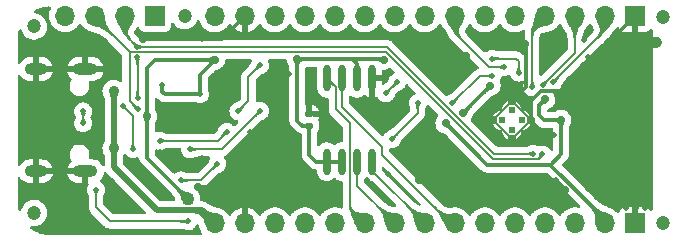
<source format=gbl>
%TF.GenerationSoftware,KiCad,Pcbnew,(6.0.11)*%
%TF.CreationDate,2023-02-03T19:37:41+08:00*%
%TF.ProjectId,UINIO-MCU-ESP32C3,55494e49-4f2d-44d4-9355-2d4553503332,Version 3.1.0*%
%TF.SameCoordinates,PX735b400PY5c274f0*%
%TF.FileFunction,Copper,L2,Bot*%
%TF.FilePolarity,Positive*%
%FSLAX46Y46*%
G04 Gerber Fmt 4.6, Leading zero omitted, Abs format (unit mm)*
G04 Created by KiCad (PCBNEW (6.0.11)) date 2023-02-03 19:37:41*
%MOMM*%
%LPD*%
G01*
G04 APERTURE LIST*
G04 Aperture macros list*
%AMRoundRect*
0 Rectangle with rounded corners*
0 $1 Rounding radius*
0 $2 $3 $4 $5 $6 $7 $8 $9 X,Y pos of 4 corners*
0 Add a 4 corners polygon primitive as box body*
4,1,4,$2,$3,$4,$5,$6,$7,$8,$9,$2,$3,0*
0 Add four circle primitives for the rounded corners*
1,1,$1+$1,$2,$3*
1,1,$1+$1,$4,$5*
1,1,$1+$1,$6,$7*
1,1,$1+$1,$8,$9*
0 Add four rect primitives between the rounded corners*
20,1,$1+$1,$2,$3,$4,$5,0*
20,1,$1+$1,$4,$5,$6,$7,0*
20,1,$1+$1,$6,$7,$8,$9,0*
20,1,$1+$1,$8,$9,$2,$3,0*%
G04 Aperture macros list end*
%TA.AperFunction,ComponentPad*%
%ADD10C,1.200000*%
%TD*%
%TA.AperFunction,ComponentPad*%
%ADD11C,0.610000*%
%TD*%
%TA.AperFunction,ComponentPad*%
%ADD12R,1.700000X1.700000*%
%TD*%
%TA.AperFunction,ComponentPad*%
%ADD13O,1.700000X1.700000*%
%TD*%
%TA.AperFunction,ComponentPad*%
%ADD14R,0.500000X0.900000*%
%TD*%
%TA.AperFunction,ComponentPad*%
%ADD15O,2.100000X1.000000*%
%TD*%
%TA.AperFunction,ComponentPad*%
%ADD16O,1.900000X1.000000*%
%TD*%
%TA.AperFunction,SMDPad,CuDef*%
%ADD17O,0.630000X2.250000*%
%TD*%
%TA.AperFunction,SMDPad,CuDef*%
%ADD18RoundRect,0.140000X0.170000X-0.140000X0.170000X0.140000X-0.170000X0.140000X-0.170000X-0.140000X0*%
%TD*%
%TA.AperFunction,ViaPad*%
%ADD19C,0.500000*%
%TD*%
%TA.AperFunction,ViaPad*%
%ADD20C,0.700000*%
%TD*%
%TA.AperFunction,ViaPad*%
%ADD21C,1.100000*%
%TD*%
%TA.AperFunction,ViaPad*%
%ADD22C,0.900000*%
%TD*%
%TA.AperFunction,Conductor*%
%ADD23C,0.300000*%
%TD*%
%TA.AperFunction,Conductor*%
%ADD24C,0.200000*%
%TD*%
%TA.AperFunction,Conductor*%
%ADD25C,0.400000*%
%TD*%
%TA.AperFunction,Conductor*%
%ADD26C,0.900000*%
%TD*%
%TA.AperFunction,Conductor*%
%ADD27C,0.500000*%
%TD*%
G04 APERTURE END LIST*
D10*
%TO.P,HOLE2,*%
%TO.N,*%
X14660000Y2470000D03*
%TD*%
D11*
%TO.P,U3,*%
%TO.N,*%
X43199558Y-6350000D03*
X42351030Y-5501472D03*
X41502502Y-6350000D03*
X42351030Y-7198528D03*
%TD*%
D12*
%TO.P,J3,1,Pin_1*%
%TO.N,GND*%
X52780000Y-15090000D03*
D13*
%TO.P,J3,2,Pin_2*%
%TO.N,/VDD_3.3V*%
X50240000Y-15090000D03*
%TO.P,J3,3,Pin_3*%
%TO.N,/U0TXD*%
X47700000Y-15090000D03*
%TO.P,J3,4,Pin_4*%
%TO.N,/U0RXD*%
X45160000Y-15090000D03*
%TO.P,J3,5,Pin_5*%
%TO.N,/GPIO19{slash}USB_D+*%
X42620000Y-15090000D03*
%TO.P,J3,6,Pin_6*%
%TO.N,/GPIO18{slash}USB_D-*%
X40080000Y-15090000D03*
%TO.P,J3,7,Pin_7*%
%TO.N,/SPIQ*%
X37540000Y-15090000D03*
%TO.P,J3,8,Pin_8*%
%TO.N,/SPID*%
X35000000Y-15090000D03*
%TO.P,J3,9,Pin_9*%
%TO.N,/SPICLK*%
X32460000Y-15090000D03*
%TO.P,J3,10,Pin_10*%
%TO.N,/SPICS0*%
X29920000Y-15090000D03*
%TO.P,J3,11,Pin_11*%
%TO.N,/SPIWP{slash}GPIO13*%
X27380000Y-15090000D03*
%TO.P,J3,12,Pin_12*%
%TO.N,/SPIHD{slash}GPIO12*%
X24840000Y-15090000D03*
%TO.P,J3,13,Pin_13*%
%TO.N,/VDD_SPI{slash}GPIO11*%
X22300000Y-15090000D03*
%TO.P,J3,14,Pin_14*%
%TO.N,GND*%
X19760000Y-15090000D03*
%TO.P,J3,15,Pin_15*%
%TO.N,/VDD_5V*%
X17220000Y-15090000D03*
%TD*%
D10*
%TO.P,HOLE1,*%
%TO.N,*%
X1910000Y1590000D03*
%TD*%
D12*
%TO.P,J2,1,Pin_1*%
%TO.N,/DTR*%
X12150000Y2480000D03*
D13*
%TO.P,J2,2,Pin_2*%
%TO.N,/U0RXD*%
X9610000Y2480000D03*
%TO.P,J2,3,Pin_3*%
%TO.N,/U0TXD*%
X7070000Y2480000D03*
%TO.P,J2,4,Pin_4*%
%TO.N,/RTS*%
X4530000Y2480000D03*
%TD*%
D14*
%TO.P,AE1,2,PCB_Trace*%
%TO.N,GND*%
X54530000Y300000D03*
%TD*%
D10*
%TO.P,HOLE3,*%
%TO.N,*%
X55140000Y2420000D03*
%TD*%
D15*
%TO.P,USB1,13,GND*%
%TO.N,GND*%
X6249000Y-2025000D03*
%TO.P,USB1,14,GND*%
X6249000Y-10675000D03*
D16*
%TO.P,USB1,15,GND*%
X2049000Y-2025000D03*
%TO.P,USB1,16,GND*%
X2049000Y-10675000D03*
%TD*%
D10*
%TO.P,HOLE4,*%
%TO.N,*%
X55140000Y-15070000D03*
%TD*%
%TO.P,HOLE5,*%
%TO.N,*%
X1910000Y-14210000D03*
%TD*%
D12*
%TO.P,J1,1,Pin_1*%
%TO.N,GND*%
X52780000Y2470000D03*
D13*
%TO.P,J1,2,Pin_2*%
%TO.N,/GPIO0{slash}U1TXD*%
X50240000Y2470000D03*
%TO.P,J1,3,Pin_3*%
%TO.N,/GPIO1{slash}U1RXD*%
X47700000Y2470000D03*
%TO.P,J1,4,Pin_4*%
%TO.N,/GPIO2*%
X45160000Y2470000D03*
%TO.P,J1,5,Pin_5*%
%TO.N,/CHIP_EN*%
X42620000Y2470000D03*
%TO.P,J1,6,Pin_6*%
%TO.N,/GPIO3*%
X40080000Y2470000D03*
%TO.P,J1,7,Pin_7*%
%TO.N,/GPIO5{slash}ADC2{slash}SCL*%
X37540000Y2470000D03*
%TO.P,J1,8,Pin_8*%
%TO.N,/GPIO4{slash}ADC1{slash}SDA*%
X35000000Y2470000D03*
%TO.P,J1,9,Pin_9*%
%TO.N,/GPIO6*%
X32460000Y2470000D03*
%TO.P,J1,10,Pin_10*%
%TO.N,/GPIO7*%
X29920000Y2470000D03*
%TO.P,J1,11,Pin_11*%
%TO.N,/GPIO8{slash}PWM*%
X27380000Y2470000D03*
%TO.P,J1,12,Pin_12*%
%TO.N,/GPIO9{slash}BOOT*%
X24840000Y2470000D03*
%TO.P,J1,13,Pin_13*%
%TO.N,/GPIO10*%
X22300000Y2470000D03*
%TO.P,J1,14,Pin_14*%
%TO.N,GND*%
X19760000Y2470000D03*
%TO.P,J1,15,Pin_15*%
%TO.N,/VDD_3.3V*%
X17220000Y2470000D03*
%TD*%
D17*
%TO.P,U2,1,CS#*%
%TO.N,/SPICS0*%
X26708500Y-2795000D03*
%TO.P,U2,2,DO(IO1)*%
%TO.N,/SPIQ*%
X27978500Y-2795000D03*
%TO.P,U2,3,WP#(IO2)*%
%TO.N,/VDD_3.3V*%
X29248500Y-2795000D03*
%TO.P,U2,4,GND*%
%TO.N,GND*%
X30518500Y-2795000D03*
%TO.P,U2,5,DI(IO0)*%
%TO.N,/SPID*%
X30518500Y-9855000D03*
%TO.P,U2,6,CLK*%
%TO.N,/SPICLK*%
X29248500Y-9855000D03*
%TO.P,U2,7,HOLD#/RESET#/(IO3)*%
%TO.N,/VDD_3.3V*%
X27978500Y-9855000D03*
%TO.P,U2,8,VCC*%
X26708500Y-9855000D03*
%TD*%
D18*
%TO.P,C1,1*%
%TO.N,/VDD_3.3V*%
X25220000Y-6805000D03*
%TO.P,C1,2*%
%TO.N,GND*%
X25220000Y-5845000D03*
%TD*%
D19*
%TO.N,GND*%
X31910000Y-10900000D03*
D20*
X38440000Y-950000D03*
D19*
X20190000Y-7310000D03*
X12570000Y-9010000D03*
X20010000Y-9100000D03*
X16130000Y-9570000D03*
D20*
X15800000Y-12010000D03*
X18570000Y-12010000D03*
D19*
%TO.N,Net-(R3-Pad1)*%
X17430000Y-10050000D03*
X14330000Y-11450000D03*
X9410000Y-5110000D03*
X10270000Y-8770000D03*
%TO.N,Net-(R8-Pad1)*%
X18210000Y-7330000D03*
X12550000Y-8090000D03*
D20*
%TO.N,/VDD_3.3V*%
X17220000Y-1229500D03*
D19*
X14930000Y-14910000D03*
D20*
X40549119Y-3417425D03*
X45165845Y-4595845D03*
X24180000Y-1200000D03*
D19*
X7150000Y-12230000D03*
X12730000Y-3330000D03*
D20*
X31519062Y-1210438D03*
X36750000Y-6600000D03*
D19*
X15960000Y-4140000D03*
D20*
X38233305Y-5736695D03*
X11460000Y-6005500D03*
X46540000Y-6340000D03*
D21*
X14930000Y-12990000D03*
D19*
%TO.N,GND*%
X50440000Y-4170000D03*
X49640000Y-5770000D03*
X52840000Y-6570000D03*
X51240000Y-170000D03*
X51240000Y-6570000D03*
X52840000Y-13770000D03*
X50440000Y-970000D03*
X53640000Y-8170000D03*
D20*
X46871089Y-12248911D03*
D19*
X53640000Y-12970000D03*
X53640000Y-4170000D03*
X53640000Y-4970000D03*
X22220000Y-6410000D03*
D20*
X43970000Y-6350000D03*
D19*
X53640000Y-170000D03*
X53640000Y-2570000D03*
X52040000Y-5770000D03*
X53640000Y-3370000D03*
D20*
X43730000Y-11450000D03*
D19*
X53640000Y-11370000D03*
X49640000Y-4970000D03*
X49640000Y-12170000D03*
X52840000Y680000D03*
X53640000Y-8970000D03*
X53640000Y-12170000D03*
X52840000Y-12970000D03*
D20*
X11140000Y490000D03*
D19*
X52040000Y-170000D03*
X45940000Y-7610000D03*
D20*
X8450000Y-11620000D03*
D19*
X53640000Y-13770000D03*
X52840000Y-3370000D03*
X53640000Y-970000D03*
X52840000Y-170000D03*
X53640000Y680000D03*
X52840000Y-5770000D03*
X52840000Y-4170000D03*
X48840000Y-970000D03*
X49640000Y-970000D03*
X17370000Y-2680000D03*
D20*
X42350000Y-7970000D03*
D19*
X51240000Y-970000D03*
X52040000Y-4170000D03*
X51240000Y-2570000D03*
X39170000Y-12810000D03*
X46070000Y420000D03*
X30518500Y-6110000D03*
X52840000Y-2570000D03*
X33800000Y-950000D03*
X48840000Y-4970000D03*
X50440000Y-4970000D03*
X53640000Y-6570000D03*
X47200000Y-2890000D03*
X52840000Y-8970000D03*
X53640000Y-10570000D03*
X51240000Y-7370000D03*
X53640000Y-7370000D03*
D20*
X34500000Y-11450000D03*
D19*
X52040000Y-12970000D03*
X46076089Y-11453911D03*
X52040000Y-13770000D03*
X50440000Y-12170000D03*
X48440000Y405000D03*
X52840000Y-4970000D03*
X47840000Y-2250000D03*
X51240000Y-5770000D03*
D20*
X42360000Y-4740000D03*
D19*
X53640000Y-9770000D03*
X52040000Y-6570000D03*
X53640000Y-5770000D03*
X16160000Y490000D03*
X52040000Y-4970000D03*
X51240000Y-12970000D03*
X26630000Y-5840000D03*
X52040000Y-3370000D03*
X52840000Y-12170000D03*
X52040000Y-12170000D03*
X49640000Y-4170000D03*
X48420000Y-1670000D03*
X52840000Y-10570000D03*
X52040000Y-7370000D03*
X52040000Y680000D03*
D20*
X43515000Y80000D03*
D19*
X30120000Y-11450000D03*
X52840000Y-970000D03*
X52840000Y-7370000D03*
X52040000Y-2570000D03*
X52840000Y-11370000D03*
X52840000Y-9770000D03*
X51240000Y-3370000D03*
X23501916Y-2408452D03*
X50440000Y-5770000D03*
D20*
X41030000Y80000D03*
D19*
X51240000Y-4970000D03*
D20*
X37310000Y-9230000D03*
X11300000Y-10990000D03*
D19*
X52840000Y-8170000D03*
D20*
X40730000Y-6350000D03*
D19*
X51240000Y-4170000D03*
X48840000Y-12170000D03*
X52040000Y-970000D03*
X51240000Y-12170000D03*
D22*
%TO.N,/VDD_5V*%
X8660000Y-8740000D03*
X8660000Y-3890000D03*
D19*
%TO.N,/CHIP_EN*%
X40710000Y-1140000D03*
X40720000Y-2610000D03*
X37315000Y-4920000D03*
X32230000Y-7940000D03*
X34390000Y-4895000D03*
X42949500Y-2320000D03*
%TO.N,/GPIO0{slash}U1TXD*%
X45876936Y-3106936D03*
%TO.N,/GPIO1{slash}U1RXD*%
X45008738Y-3338738D03*
%TO.N,/GPIO2*%
X44089291Y-3551079D03*
%TO.N,/GPIO5{slash}ADC2{slash}SCL*%
X41720000Y-1850000D03*
%TO.N,/GPIO9{slash}BOOT*%
X31686800Y-4073200D03*
X32645000Y-3115000D03*
%TO.N,/DTR*%
X21030000Y-5570000D03*
X15130000Y-8810000D03*
%TO.N,/U0RXD*%
X10660000Y-1029500D03*
X44135185Y-9194815D03*
X10660000Y-130500D03*
X10670000Y-4510000D03*
%TO.N,/U0TXD*%
X10680000Y-5420000D03*
X44950000Y-9240000D03*
%TO.N,Net-(R6-Pad2)*%
X19210000Y-5590000D03*
X21020000Y-1700000D03*
%TO.N,/USB_Data-*%
X6070000Y-5600000D03*
X6070000Y-6600500D03*
%TD*%
D23*
%TO.N,GND*%
X34500000Y-11450000D02*
X35140000Y-11450000D01*
D24*
%TO.N,/SPIQ*%
X31380000Y-8610000D02*
X31380000Y-9270000D01*
X27978500Y-5208500D02*
X31380000Y-8610000D01*
X27978500Y-2795000D02*
X27978500Y-5208500D01*
X31380000Y-9270000D02*
X37070000Y-14960000D01*
X37070000Y-14960000D02*
X37070000Y-15090000D01*
D23*
%TO.N,GND*%
X38440000Y-950000D02*
X33800000Y-950000D01*
X41030000Y80000D02*
X43515000Y80000D01*
D24*
%TO.N,Net-(R8-Pad1)*%
X17450000Y-8090000D02*
X12550000Y-8090000D01*
X18210000Y-7330000D02*
X17450000Y-8090000D01*
%TO.N,Net-(R3-Pad1)*%
X16030000Y-11450000D02*
X14330000Y-11450000D01*
X17430000Y-10050000D02*
X16030000Y-11450000D01*
%TO.N,Net-(R6-Pad2)*%
X20050000Y-2670000D02*
X21020000Y-1700000D01*
X20050000Y-4750000D02*
X20050000Y-2670000D01*
X19210000Y-5590000D02*
X20050000Y-4750000D01*
%TO.N,Net-(R3-Pad1)*%
X10270000Y-8770000D02*
X10270000Y-5970000D01*
X10270000Y-5970000D02*
X9410000Y-5110000D01*
D25*
%TO.N,GND*%
X18570000Y-12010000D02*
X15800000Y-12010000D01*
D23*
%TO.N,/VDD_3.3V*%
X31519062Y-1210438D02*
X31508624Y-1200000D01*
X45110000Y-6350000D02*
X46530000Y-6350000D01*
X46530000Y-6350000D02*
X46540000Y-6340000D01*
X15960000Y-2489500D02*
X17220000Y-1229500D01*
X25220000Y-6800000D02*
X25220000Y-9270000D01*
X36760000Y-6600000D02*
X40280000Y-10120000D01*
X24180000Y-1200000D02*
X24180000Y-6380000D01*
X44670000Y-5910000D02*
X45110000Y-6350000D01*
X31508624Y-1200000D02*
X28210000Y-1200000D01*
X28900000Y-1200000D02*
X29248500Y-1548500D01*
X12960000Y-4150000D02*
X12970000Y-4140000D01*
X29248500Y-1548500D02*
X29248500Y-2795000D01*
X46540000Y-6340000D02*
X46540000Y-9230000D01*
X40549119Y-3417425D02*
X40549119Y-3420881D01*
X45630000Y-10120000D02*
X50180000Y-14670000D01*
X12170000Y-1230000D02*
X11460000Y-1940000D01*
X28210000Y-1200000D02*
X28900000Y-1200000D01*
X11460000Y-1940000D02*
X11460000Y-6005500D01*
X44830000Y-10120000D02*
X45630000Y-10120000D01*
X24180000Y-1200000D02*
X28210000Y-1200000D01*
X36750000Y-6600000D02*
X36760000Y-6600000D01*
X12730000Y-3330000D02*
X12730000Y-3920000D01*
X25220000Y-9270000D02*
X25805000Y-9855000D01*
X44670000Y-5091690D02*
X44670000Y-5910000D01*
D24*
X14930000Y-14910000D02*
X8330000Y-14910000D01*
D23*
X11460000Y-9520000D02*
X14930000Y-12990000D01*
X17220000Y-1229500D02*
X17219500Y-1230000D01*
X45650000Y-10120000D02*
X44830000Y-10120000D01*
X40280000Y-10120000D02*
X44830000Y-10120000D01*
X12730000Y-3920000D02*
X12960000Y-4150000D01*
D24*
X8330000Y-14910000D02*
X7150000Y-13730000D01*
D23*
X25805000Y-9855000D02*
X26708500Y-9855000D01*
X17219500Y-1230000D02*
X12170000Y-1230000D01*
X26708500Y-9855000D02*
X27978500Y-9855000D01*
X12970000Y-4140000D02*
X15960000Y-4140000D01*
X24600000Y-6800000D02*
X25220000Y-6800000D01*
X11460000Y-6005500D02*
X11460000Y-9520000D01*
X24180000Y-6380000D02*
X24600000Y-6800000D01*
X46540000Y-9230000D02*
X45650000Y-10120000D01*
D24*
X7150000Y-13730000D02*
X7150000Y-12230000D01*
D23*
X15960000Y-4140000D02*
X15960000Y-2489500D01*
X40549119Y-3420881D02*
X38233305Y-5736695D01*
X45165845Y-4595845D02*
X44670000Y-5091690D01*
D24*
%TO.N,GND*%
X42340000Y-4740000D02*
X40730000Y-6350000D01*
D23*
X16160000Y490000D02*
X17780000Y490000D01*
X43530000Y65000D02*
X43515000Y80000D01*
X44885000Y-11450000D02*
X44890000Y-11445000D01*
X46067178Y-11445000D02*
X46076089Y-11453911D01*
X43970000Y-4715000D02*
X44840000Y-3845000D01*
X11140000Y490000D02*
X16160000Y490000D01*
D24*
X45230000Y-7610000D02*
X43970000Y-6350000D01*
D23*
X46465000Y-3845000D02*
X52780000Y2470000D01*
D26*
X52840000Y300000D02*
X52780000Y360000D01*
X54530000Y300000D02*
X52840000Y300000D01*
D23*
X44840000Y-3845000D02*
X46465000Y-3845000D01*
X17780000Y490000D02*
X19760000Y2470000D01*
X52780000Y360000D02*
X52780000Y-15090000D01*
X36950000Y-11450000D02*
X35140000Y-11450000D01*
D24*
X40730000Y-6350000D02*
X42350000Y-7970000D01*
X42350000Y-7970000D02*
X43970000Y-6350000D01*
D23*
X30518500Y-6110000D02*
X30518500Y-2795000D01*
D24*
X42360000Y-4740000D02*
X42340000Y-4740000D01*
D23*
X43530000Y-3570000D02*
X43530000Y65000D01*
X46076089Y-11453911D02*
X46871089Y-12248911D01*
D24*
X43970000Y-6350000D02*
X42360000Y-4740000D01*
D23*
X52780000Y2470000D02*
X52780000Y360000D01*
X44890000Y-11445000D02*
X46067178Y-11445000D01*
X35140000Y-11450000D02*
X44885000Y-11450000D01*
D24*
X45940000Y-7610000D02*
X45230000Y-7610000D01*
D23*
X43970000Y-6350000D02*
X43970000Y-4715000D01*
X42360000Y-4740000D02*
X43530000Y-3570000D01*
X36950000Y-9480000D02*
X36950000Y-11450000D01*
X26630000Y-5840000D02*
X25220000Y-5840000D01*
D27*
%TO.N,/VDD_5V*%
X8660000Y-3890000D02*
X8660000Y-10340000D01*
X8660000Y-10340000D02*
X12310000Y-13990000D01*
X16120000Y-13990000D02*
X17220000Y-15090000D01*
X12310000Y-13990000D02*
X16120000Y-13990000D01*
D24*
%TO.N,/CHIP_EN*%
X42949500Y-2320000D02*
X42949500Y-1354500D01*
X34390000Y-4895000D02*
X34390000Y-5770000D01*
X34390000Y-5770000D02*
X32230000Y-7930000D01*
X42735000Y-1140000D02*
X40710000Y-1140000D01*
X32230000Y-7930000D02*
X32230000Y-7940000D01*
X42949500Y-1354500D02*
X42735000Y-1140000D01*
X39625000Y-2610000D02*
X40720000Y-2610000D01*
X37315000Y-4920000D02*
X39625000Y-2610000D01*
%TO.N,/GPIO0{slash}U1TXD*%
X50240000Y1256128D02*
X50240000Y2470000D01*
X45876936Y-3106936D02*
X50240000Y1256128D01*
%TO.N,/GPIO1{slash}U1RXD*%
X47700000Y-647477D02*
X47700000Y2470000D01*
X45008738Y-3338738D02*
X47700000Y-647477D01*
%TO.N,/GPIO2*%
X44089291Y-3551079D02*
X44089291Y1399291D01*
X44089291Y1399291D02*
X45160000Y2470000D01*
%TO.N,/GPIO5{slash}ADC2{slash}SCL*%
X37540000Y1050000D02*
X37540000Y2470000D01*
X40440000Y-1850000D02*
X37540000Y1050000D01*
X41720000Y-1850000D02*
X40440000Y-1850000D01*
%TO.N,/GPIO9{slash}BOOT*%
X32645000Y-3115000D02*
X31686800Y-4073200D01*
%TO.N,/DTR*%
X17790000Y-8810000D02*
X21030000Y-5570000D01*
X15130000Y-8810000D02*
X17790000Y-8810000D01*
%TO.N,/U0RXD*%
X10670000Y-4510000D02*
X10670000Y-1039500D01*
X44135185Y-9194815D02*
X40834815Y-9194815D01*
X40834815Y-9194815D02*
X31780000Y-140000D01*
X10660000Y-140000D02*
X9610000Y910000D01*
X10670000Y-1039500D02*
X10660000Y-1029500D01*
X9610000Y910000D02*
X9610000Y2480000D01*
X31780000Y-140000D02*
X10660000Y-140000D01*
%TO.N,/U0TXD*%
X10000000Y-4740000D02*
X10000000Y-580000D01*
X40735736Y-9650000D02*
X44540000Y-9650000D01*
X10000000Y-580000D02*
X7070000Y2350000D01*
X44540000Y-9650000D02*
X44950000Y-9240000D01*
X10680000Y-5420000D02*
X10000000Y-4740000D01*
X10000000Y-580000D02*
X31665736Y-580000D01*
X31665736Y-580000D02*
X40735736Y-9650000D01*
%TO.N,/SPID*%
X30518500Y-10608500D02*
X35000000Y-15090000D01*
%TO.N,/SPICLK*%
X29248500Y-11878500D02*
X32460000Y-15090000D01*
X29248500Y-9855000D02*
X29248500Y-11878500D01*
%TO.N,/SPICS0*%
X26708500Y-2795000D02*
X27463500Y-3550000D01*
X28650000Y-13820000D02*
X29920000Y-15090000D01*
X27463500Y-3550000D02*
X27463500Y-5437764D01*
X28650000Y-6624264D02*
X28650000Y-13820000D01*
X27463500Y-5437764D02*
X28650000Y-6624264D01*
%TO.N,/USB_Data-*%
X6070000Y-5600000D02*
X6070000Y-6600500D01*
%TD*%
%TA.AperFunction,Conductor*%
%TO.N,/SPIQ*%
G36*
X27985382Y-2647930D02*
G01*
X27987962Y-2650510D01*
X28225570Y-2977221D01*
X28227665Y-2985928D01*
X28225668Y-2990848D01*
X28193093Y-3037017D01*
X28192990Y-3037187D01*
X28192989Y-3037189D01*
X28162435Y-3087757D01*
X28162430Y-3087766D01*
X28162305Y-3087973D01*
X28137505Y-3138432D01*
X28118061Y-3189955D01*
X28103341Y-3244107D01*
X28092714Y-3302451D01*
X28085548Y-3366548D01*
X28081211Y-3437964D01*
X28081209Y-3438048D01*
X28081208Y-3438065D01*
X28079072Y-3518260D01*
X28078573Y-3597374D01*
X28075094Y-3605625D01*
X28066873Y-3609000D01*
X27890127Y-3609000D01*
X27881854Y-3605573D01*
X27878427Y-3597374D01*
X27877927Y-3518260D01*
X27875791Y-3438065D01*
X27875790Y-3438048D01*
X27875788Y-3437964D01*
X27871451Y-3366548D01*
X27864285Y-3302451D01*
X27853658Y-3244107D01*
X27838938Y-3189955D01*
X27819494Y-3138432D01*
X27794694Y-3087973D01*
X27794569Y-3087766D01*
X27794564Y-3087757D01*
X27764010Y-3037189D01*
X27764009Y-3037187D01*
X27763906Y-3037017D01*
X27731332Y-2990848D01*
X27729363Y-2982112D01*
X27731430Y-2977221D01*
X27969038Y-2650510D01*
X27976675Y-2645835D01*
X27985382Y-2647930D01*
G37*
%TD.AperFunction*%
%TD*%
%TA.AperFunction,Conductor*%
%TO.N,/SPIQ*%
G36*
X35904473Y-13652735D02*
G01*
X36062725Y-13804907D01*
X36062835Y-13805002D01*
X36216776Y-13938541D01*
X36216783Y-13938547D01*
X36216931Y-13938675D01*
X36362259Y-14047658D01*
X36502146Y-14133427D01*
X36640033Y-14197554D01*
X36779356Y-14241609D01*
X36818487Y-14248544D01*
X36923210Y-14267104D01*
X36923212Y-14267104D01*
X36923555Y-14267165D01*
X36923898Y-14267184D01*
X36923903Y-14267185D01*
X37028075Y-14273077D01*
X37076067Y-14275791D01*
X37076361Y-14275779D01*
X37076364Y-14275779D01*
X37180833Y-14271499D01*
X37240331Y-14269061D01*
X37240543Y-14269037D01*
X37240553Y-14269036D01*
X37411450Y-14249497D01*
X37420059Y-14251962D01*
X37423362Y-14256131D01*
X37592388Y-14614790D01*
X37905788Y-15279799D01*
X37906215Y-15288744D01*
X37900192Y-15295371D01*
X37896689Y-15296392D01*
X36774542Y-15439903D01*
X36765902Y-15437554D01*
X36762345Y-15433000D01*
X36680857Y-15247329D01*
X36680779Y-15247147D01*
X36607623Y-15072492D01*
X36607621Y-15072486D01*
X36540540Y-14912097D01*
X36540531Y-14912076D01*
X36540495Y-14911990D01*
X36473653Y-14760959D01*
X36401313Y-14614624D01*
X36317693Y-14468206D01*
X36217013Y-14316932D01*
X36093489Y-14156024D01*
X35999443Y-14047658D01*
X35941422Y-13980802D01*
X35941411Y-13980790D01*
X35941339Y-13980707D01*
X35941255Y-13980619D01*
X35762715Y-13794473D01*
X35759462Y-13786130D01*
X35762886Y-13778101D01*
X35888091Y-13652896D01*
X35896364Y-13649469D01*
X35904473Y-13652735D01*
G37*
%TD.AperFunction*%
%TD*%
%TA.AperFunction,Conductor*%
%TO.N,Net-(R8-Pad1)*%
G36*
X12706820Y-7894695D02*
G01*
X12723987Y-7906511D01*
X12739375Y-7917104D01*
X12778165Y-7938807D01*
X12778439Y-7938925D01*
X12778445Y-7938928D01*
X12817110Y-7955587D01*
X12817118Y-7955590D01*
X12817392Y-7955708D01*
X12817674Y-7955796D01*
X12817682Y-7955799D01*
X12857826Y-7968330D01*
X12857833Y-7968332D01*
X12858077Y-7968408D01*
X12901241Y-7977507D01*
X12947906Y-7983605D01*
X12948056Y-7983616D01*
X12948067Y-7983617D01*
X12998981Y-7987295D01*
X12999092Y-7987303D01*
X12999207Y-7987307D01*
X12999229Y-7987308D01*
X13034372Y-7988483D01*
X13055823Y-7989201D01*
X13073250Y-7989393D01*
X13119093Y-7989900D01*
X13119118Y-7989900D01*
X13131196Y-7989917D01*
X13178317Y-7989984D01*
X13186585Y-7993423D01*
X13190000Y-8001684D01*
X13190000Y-8178316D01*
X13186573Y-8186589D01*
X13178316Y-8190016D01*
X13135650Y-8190076D01*
X13119118Y-8190099D01*
X13119093Y-8190099D01*
X13073250Y-8190606D01*
X13055823Y-8190798D01*
X13034372Y-8191516D01*
X12999229Y-8192691D01*
X12999207Y-8192692D01*
X12999092Y-8192696D01*
X12998982Y-8192704D01*
X12998981Y-8192704D01*
X12948067Y-8196382D01*
X12948056Y-8196383D01*
X12947906Y-8196394D01*
X12901241Y-8202492D01*
X12858077Y-8211591D01*
X12857833Y-8211667D01*
X12857826Y-8211669D01*
X12817682Y-8224200D01*
X12817674Y-8224203D01*
X12817392Y-8224291D01*
X12817118Y-8224409D01*
X12817110Y-8224412D01*
X12778445Y-8241071D01*
X12778439Y-8241074D01*
X12778165Y-8241192D01*
X12739375Y-8262895D01*
X12719795Y-8276373D01*
X12706820Y-8285305D01*
X12698062Y-8287174D01*
X12693304Y-8285130D01*
X12438010Y-8099462D01*
X12433335Y-8091825D01*
X12435430Y-8083118D01*
X12438010Y-8080538D01*
X12546435Y-8001684D01*
X12632724Y-7938928D01*
X12693304Y-7894870D01*
X12702011Y-7892775D01*
X12706820Y-7894695D01*
G37*
%TD.AperFunction*%
%TD*%
%TA.AperFunction,Conductor*%
%TO.N,Net-(R8-Pad1)*%
G36*
X18291204Y-7246216D02*
G01*
X18295879Y-7253853D01*
X18295879Y-7257503D01*
X18246646Y-7569309D01*
X18241971Y-7576946D01*
X18237213Y-7578990D01*
X18225205Y-7581206D01*
X18198610Y-7586114D01*
X18198604Y-7586115D01*
X18198346Y-7586163D01*
X18198083Y-7586237D01*
X18198080Y-7586238D01*
X18155871Y-7598160D01*
X18155866Y-7598162D01*
X18155571Y-7598245D01*
X18134800Y-7606507D01*
X18116164Y-7613920D01*
X18116160Y-7613922D01*
X18115883Y-7614032D01*
X18115627Y-7614166D01*
X18115623Y-7614168D01*
X18101491Y-7621576D01*
X18078134Y-7633820D01*
X18041179Y-7657908D01*
X18040990Y-7658053D01*
X18040989Y-7658054D01*
X18004019Y-7686478D01*
X18004010Y-7686485D01*
X18003870Y-7686593D01*
X17965060Y-7720173D01*
X17923604Y-7758945D01*
X17878353Y-7803207D01*
X17836436Y-7845008D01*
X17828158Y-7848423D01*
X17819901Y-7844996D01*
X17695004Y-7720099D01*
X17691577Y-7711826D01*
X17694992Y-7703565D01*
X17736734Y-7661705D01*
X17736780Y-7661658D01*
X17736792Y-7661646D01*
X17763861Y-7633972D01*
X17781054Y-7616395D01*
X17819826Y-7574939D01*
X17853406Y-7536129D01*
X17882091Y-7498820D01*
X17906179Y-7461865D01*
X17925967Y-7424116D01*
X17941754Y-7384428D01*
X17953836Y-7341653D01*
X17961010Y-7302787D01*
X17965882Y-7295274D01*
X17970691Y-7293354D01*
X18269229Y-7246216D01*
X18282497Y-7244121D01*
X18291204Y-7246216D01*
G37*
%TD.AperFunction*%
%TD*%
%TA.AperFunction,Conductor*%
%TO.N,Net-(R3-Pad1)*%
G36*
X14486820Y-11254695D02*
G01*
X14503987Y-11266511D01*
X14519375Y-11277104D01*
X14558165Y-11298807D01*
X14558439Y-11298925D01*
X14558445Y-11298928D01*
X14597110Y-11315587D01*
X14597118Y-11315590D01*
X14597392Y-11315708D01*
X14597674Y-11315796D01*
X14597682Y-11315799D01*
X14637826Y-11328330D01*
X14637833Y-11328332D01*
X14638077Y-11328408D01*
X14681241Y-11337507D01*
X14727906Y-11343605D01*
X14728056Y-11343616D01*
X14728067Y-11343617D01*
X14778981Y-11347295D01*
X14779092Y-11347303D01*
X14779207Y-11347307D01*
X14779229Y-11347308D01*
X14814372Y-11348483D01*
X14835823Y-11349201D01*
X14853250Y-11349393D01*
X14899093Y-11349900D01*
X14899118Y-11349900D01*
X14911196Y-11349917D01*
X14958317Y-11349984D01*
X14966585Y-11353423D01*
X14970000Y-11361684D01*
X14970000Y-11538316D01*
X14966573Y-11546589D01*
X14958316Y-11550016D01*
X14915650Y-11550076D01*
X14899118Y-11550099D01*
X14899093Y-11550099D01*
X14853250Y-11550606D01*
X14835823Y-11550798D01*
X14814372Y-11551516D01*
X14779229Y-11552691D01*
X14779207Y-11552692D01*
X14779092Y-11552696D01*
X14778982Y-11552704D01*
X14778981Y-11552704D01*
X14728067Y-11556382D01*
X14728056Y-11556383D01*
X14727906Y-11556394D01*
X14681241Y-11562492D01*
X14638077Y-11571591D01*
X14637833Y-11571667D01*
X14637826Y-11571669D01*
X14597682Y-11584200D01*
X14597674Y-11584203D01*
X14597392Y-11584291D01*
X14597118Y-11584409D01*
X14597110Y-11584412D01*
X14558445Y-11601071D01*
X14558439Y-11601074D01*
X14558165Y-11601192D01*
X14519375Y-11622895D01*
X14499795Y-11636373D01*
X14486820Y-11645305D01*
X14478062Y-11647174D01*
X14473304Y-11645130D01*
X14218010Y-11459462D01*
X14213335Y-11451825D01*
X14215430Y-11443118D01*
X14218010Y-11440538D01*
X14326435Y-11361684D01*
X14412724Y-11298928D01*
X14473304Y-11254870D01*
X14482011Y-11252775D01*
X14486820Y-11254695D01*
G37*
%TD.AperFunction*%
%TD*%
%TA.AperFunction,Conductor*%
%TO.N,Net-(R3-Pad1)*%
G36*
X17511204Y-9966216D02*
G01*
X17515879Y-9973853D01*
X17515879Y-9977503D01*
X17466646Y-10289309D01*
X17461971Y-10296946D01*
X17457213Y-10298990D01*
X17445205Y-10301206D01*
X17418610Y-10306114D01*
X17418604Y-10306115D01*
X17418346Y-10306163D01*
X17418083Y-10306237D01*
X17418080Y-10306238D01*
X17375871Y-10318160D01*
X17375866Y-10318162D01*
X17375571Y-10318245D01*
X17354800Y-10326507D01*
X17336164Y-10333920D01*
X17336160Y-10333922D01*
X17335883Y-10334032D01*
X17335627Y-10334166D01*
X17335623Y-10334168D01*
X17321491Y-10341576D01*
X17298134Y-10353820D01*
X17261179Y-10377908D01*
X17260990Y-10378053D01*
X17260989Y-10378054D01*
X17224019Y-10406478D01*
X17224010Y-10406485D01*
X17223870Y-10406593D01*
X17185060Y-10440173D01*
X17143604Y-10478945D01*
X17098353Y-10523207D01*
X17056436Y-10565008D01*
X17048158Y-10568423D01*
X17039901Y-10564996D01*
X16915004Y-10440099D01*
X16911577Y-10431826D01*
X16914992Y-10423565D01*
X16956734Y-10381705D01*
X16956780Y-10381658D01*
X16956792Y-10381646D01*
X16983861Y-10353972D01*
X17001054Y-10336395D01*
X17039826Y-10294939D01*
X17073406Y-10256129D01*
X17102091Y-10218820D01*
X17126179Y-10181865D01*
X17145967Y-10144116D01*
X17161754Y-10104428D01*
X17173836Y-10061653D01*
X17181010Y-10022787D01*
X17185882Y-10015274D01*
X17190691Y-10013354D01*
X17489229Y-9966216D01*
X17502497Y-9964121D01*
X17511204Y-9966216D01*
G37*
%TD.AperFunction*%
%TD*%
%TA.AperFunction,Conductor*%
%TO.N,Net-(R6-Pad2)*%
G36*
X21101204Y-1616216D02*
G01*
X21105879Y-1623853D01*
X21105879Y-1627503D01*
X21056646Y-1939309D01*
X21051971Y-1946946D01*
X21047213Y-1948990D01*
X21035205Y-1951206D01*
X21008610Y-1956114D01*
X21008604Y-1956115D01*
X21008346Y-1956163D01*
X21008083Y-1956237D01*
X21008080Y-1956238D01*
X20965871Y-1968160D01*
X20965866Y-1968162D01*
X20965571Y-1968245D01*
X20944800Y-1976507D01*
X20926164Y-1983920D01*
X20926160Y-1983922D01*
X20925883Y-1984032D01*
X20925627Y-1984166D01*
X20925623Y-1984168D01*
X20911491Y-1991576D01*
X20888134Y-2003820D01*
X20851179Y-2027908D01*
X20850990Y-2028053D01*
X20850989Y-2028054D01*
X20814019Y-2056478D01*
X20814010Y-2056485D01*
X20813870Y-2056593D01*
X20775060Y-2090173D01*
X20733604Y-2128945D01*
X20688353Y-2173207D01*
X20646436Y-2215008D01*
X20638158Y-2218423D01*
X20629901Y-2214996D01*
X20505004Y-2090099D01*
X20501577Y-2081826D01*
X20504992Y-2073565D01*
X20546734Y-2031705D01*
X20546780Y-2031658D01*
X20546792Y-2031646D01*
X20573861Y-2003972D01*
X20591054Y-1986395D01*
X20629826Y-1944939D01*
X20663406Y-1906129D01*
X20692091Y-1868820D01*
X20716179Y-1831865D01*
X20735967Y-1794116D01*
X20751754Y-1754428D01*
X20763836Y-1711653D01*
X20771010Y-1672787D01*
X20775882Y-1665274D01*
X20780691Y-1663354D01*
X21079229Y-1616216D01*
X21092497Y-1614121D01*
X21101204Y-1616216D01*
G37*
%TD.AperFunction*%
%TD*%
%TA.AperFunction,Conductor*%
%TO.N,Net-(R6-Pad2)*%
G36*
X19600099Y-5075004D02*
G01*
X19724996Y-5199901D01*
X19728423Y-5208174D01*
X19725008Y-5216436D01*
X19683207Y-5258353D01*
X19638945Y-5303604D01*
X19600173Y-5345060D01*
X19566593Y-5383870D01*
X19537908Y-5421179D01*
X19513820Y-5458134D01*
X19494032Y-5495883D01*
X19478245Y-5535571D01*
X19466163Y-5578346D01*
X19466115Y-5578604D01*
X19466114Y-5578610D01*
X19458990Y-5617212D01*
X19454118Y-5624726D01*
X19449309Y-5626646D01*
X19228933Y-5661442D01*
X19137503Y-5675879D01*
X19128796Y-5673784D01*
X19124121Y-5666147D01*
X19124121Y-5662497D01*
X19173354Y-5350691D01*
X19178029Y-5343054D01*
X19182787Y-5341010D01*
X19194491Y-5338850D01*
X19221378Y-5333887D01*
X19221383Y-5333886D01*
X19221653Y-5333836D01*
X19239882Y-5328687D01*
X19264128Y-5321839D01*
X19264133Y-5321837D01*
X19264428Y-5321754D01*
X19285199Y-5313492D01*
X19303835Y-5306079D01*
X19303839Y-5306077D01*
X19304116Y-5305967D01*
X19304372Y-5305833D01*
X19304376Y-5305831D01*
X19318508Y-5298423D01*
X19341865Y-5286179D01*
X19378820Y-5262091D01*
X19383682Y-5258353D01*
X19415980Y-5233521D01*
X19415989Y-5233514D01*
X19416129Y-5233406D01*
X19454939Y-5199826D01*
X19496395Y-5161054D01*
X19541646Y-5116792D01*
X19541660Y-5116778D01*
X19541705Y-5116734D01*
X19583565Y-5074992D01*
X19591842Y-5071577D01*
X19600099Y-5075004D01*
G37*
%TD.AperFunction*%
%TD*%
%TA.AperFunction,Conductor*%
%TO.N,Net-(R3-Pad1)*%
G36*
X10366589Y-8133427D02*
G01*
X10370016Y-8141683D01*
X10370099Y-8200881D01*
X10370798Y-8264176D01*
X10372696Y-8320907D01*
X10376394Y-8372093D01*
X10382492Y-8418758D01*
X10391591Y-8461922D01*
X10404291Y-8502607D01*
X10404409Y-8502881D01*
X10404412Y-8502889D01*
X10421071Y-8541554D01*
X10421192Y-8541834D01*
X10442895Y-8580624D01*
X10454235Y-8597097D01*
X10465305Y-8613180D01*
X10467174Y-8621938D01*
X10465130Y-8626696D01*
X10279462Y-8881990D01*
X10271825Y-8886665D01*
X10263118Y-8884570D01*
X10260538Y-8881990D01*
X10074870Y-8626696D01*
X10072775Y-8617989D01*
X10074695Y-8613180D01*
X10096944Y-8580857D01*
X10096948Y-8580851D01*
X10097104Y-8580624D01*
X10118807Y-8541834D01*
X10118928Y-8541554D01*
X10135587Y-8502889D01*
X10135590Y-8502881D01*
X10135708Y-8502607D01*
X10148408Y-8461922D01*
X10157507Y-8418758D01*
X10163605Y-8372093D01*
X10167303Y-8320907D01*
X10169201Y-8264176D01*
X10169900Y-8200881D01*
X10169984Y-8141683D01*
X10173423Y-8133415D01*
X10181684Y-8130000D01*
X10358316Y-8130000D01*
X10366589Y-8133427D01*
G37*
%TD.AperFunction*%
%TD*%
%TA.AperFunction,Conductor*%
%TO.N,Net-(R3-Pad1)*%
G36*
X9367111Y-5028796D02*
G01*
X9649309Y-5073354D01*
X9656946Y-5078029D01*
X9658990Y-5082788D01*
X9666111Y-5121375D01*
X9666114Y-5121389D01*
X9666163Y-5121653D01*
X9678245Y-5164428D01*
X9694032Y-5204116D01*
X9713820Y-5241865D01*
X9737908Y-5278820D01*
X9766593Y-5316129D01*
X9800173Y-5354939D01*
X9838945Y-5396395D01*
X9856138Y-5413972D01*
X9883207Y-5441646D01*
X9925008Y-5483564D01*
X9928423Y-5491842D01*
X9924996Y-5500099D01*
X9800099Y-5624996D01*
X9791826Y-5628423D01*
X9783564Y-5625008D01*
X9741646Y-5583207D01*
X9696395Y-5538945D01*
X9654939Y-5500173D01*
X9616129Y-5466593D01*
X9615989Y-5466485D01*
X9615980Y-5466478D01*
X9579010Y-5438054D01*
X9579009Y-5438053D01*
X9578820Y-5437908D01*
X9541865Y-5413820D01*
X9518508Y-5401576D01*
X9504376Y-5394168D01*
X9504372Y-5394166D01*
X9504116Y-5394032D01*
X9503839Y-5393922D01*
X9503835Y-5393920D01*
X9485199Y-5386507D01*
X9464428Y-5378245D01*
X9464133Y-5378162D01*
X9464128Y-5378160D01*
X9439882Y-5371312D01*
X9421653Y-5366163D01*
X9421389Y-5366114D01*
X9421375Y-5366111D01*
X9387350Y-5359832D01*
X9382788Y-5358990D01*
X9375274Y-5354118D01*
X9373354Y-5349309D01*
X9324121Y-5037503D01*
X9326216Y-5028796D01*
X9333853Y-5024121D01*
X9337502Y-5024121D01*
X9367111Y-5028796D01*
G37*
%TD.AperFunction*%
%TD*%
%TA.AperFunction,Conductor*%
%TO.N,/VDD_3.3V*%
G36*
X46328863Y-6070749D02*
G01*
X46480965Y-6174860D01*
X46701654Y-6325917D01*
X46706544Y-6333417D01*
X46704699Y-6342180D01*
X46702193Y-6344833D01*
X46338083Y-6625883D01*
X46290155Y-6595103D01*
X46281813Y-6589745D01*
X46281802Y-6589739D01*
X46281572Y-6589591D01*
X46225651Y-6561011D01*
X46225372Y-6560904D01*
X46225361Y-6560899D01*
X46191369Y-6547850D01*
X46168905Y-6539226D01*
X46109924Y-6523319D01*
X46109657Y-6523272D01*
X46109651Y-6523271D01*
X46047489Y-6512409D01*
X46047487Y-6512409D01*
X46047294Y-6512375D01*
X45979605Y-6505475D01*
X45905443Y-6501705D01*
X45905357Y-6501703D01*
X45905347Y-6501703D01*
X45823396Y-6500146D01*
X45732052Y-6499883D01*
X45641712Y-6499987D01*
X45633436Y-6496570D01*
X45630000Y-6488287D01*
X45630000Y-6211712D01*
X45633427Y-6203439D01*
X45641712Y-6200012D01*
X45730185Y-6200102D01*
X45820111Y-6199768D01*
X45854507Y-6199033D01*
X45900920Y-6198041D01*
X45900941Y-6198040D01*
X45901042Y-6198038D01*
X45939698Y-6195880D01*
X45974086Y-6193960D01*
X45974091Y-6193960D01*
X45974245Y-6193951D01*
X45974393Y-6193935D01*
X45974400Y-6193934D01*
X45996002Y-6191537D01*
X46040987Y-6186545D01*
X46081161Y-6178918D01*
X46102260Y-6174912D01*
X46102263Y-6174911D01*
X46102533Y-6174860D01*
X46120402Y-6169611D01*
X46159838Y-6158027D01*
X46159844Y-6158025D01*
X46160150Y-6157935D01*
X46215104Y-6134809D01*
X46268662Y-6104521D01*
X46268924Y-6104333D01*
X46268936Y-6104325D01*
X46315425Y-6070904D01*
X46324142Y-6068857D01*
X46328863Y-6070749D01*
G37*
%TD.AperFunction*%
%TD*%
%TA.AperFunction,Conductor*%
%TO.N,/VDD_3.3V*%
G36*
X17336559Y-1110361D02*
G01*
X17341234Y-1117998D01*
X17341234Y-1121647D01*
X17315034Y-1287580D01*
X17305638Y-1347090D01*
X17270781Y-1567848D01*
X17266106Y-1575485D01*
X17261407Y-1577517D01*
X17205070Y-1588208D01*
X17204792Y-1588291D01*
X17204783Y-1588293D01*
X17161163Y-1601290D01*
X17146280Y-1605724D01*
X17091550Y-1628827D01*
X17039303Y-1657813D01*
X16987962Y-1692982D01*
X16935951Y-1734629D01*
X16935857Y-1734713D01*
X16935845Y-1734723D01*
X16881741Y-1783010D01*
X16881693Y-1783053D01*
X16823611Y-1838551D01*
X16823557Y-1838605D01*
X16823539Y-1838622D01*
X16760129Y-1901421D01*
X16760124Y-1901426D01*
X16697944Y-1963678D01*
X16689673Y-1967110D01*
X16681393Y-1963683D01*
X16485817Y-1768107D01*
X16482390Y-1759834D01*
X16485822Y-1751556D01*
X16548078Y-1689370D01*
X16548118Y-1689330D01*
X16579331Y-1657813D01*
X16610948Y-1625888D01*
X16630096Y-1605849D01*
X16666406Y-1567848D01*
X16666410Y-1567844D01*
X16666446Y-1567806D01*
X16666489Y-1567758D01*
X16714776Y-1513654D01*
X16714786Y-1513642D01*
X16714870Y-1513548D01*
X16756517Y-1461537D01*
X16791686Y-1410196D01*
X16820672Y-1357949D01*
X16843775Y-1303219D01*
X16861291Y-1244429D01*
X16873518Y-1180003D01*
X17327852Y-1108266D01*
X17336559Y-1110361D01*
G37*
%TD.AperFunction*%
%TD*%
%TA.AperFunction,Conductor*%
%TO.N,/VDD_3.3V*%
G36*
X25226882Y-6675430D02*
G01*
X25229461Y-6678009D01*
X25337334Y-6826334D01*
X25337334Y-6826335D01*
X25439263Y-6966487D01*
X25441358Y-6975194D01*
X25439608Y-6979749D01*
X25419325Y-7010925D01*
X25419320Y-7010934D01*
X25419104Y-7011266D01*
X25418938Y-7011619D01*
X25418934Y-7011626D01*
X25400394Y-7051034D01*
X25400237Y-7051368D01*
X25400125Y-7051719D01*
X25386693Y-7093663D01*
X25386690Y-7093673D01*
X25386595Y-7093971D01*
X25377377Y-7139739D01*
X25371778Y-7189336D01*
X25368998Y-7243426D01*
X25368997Y-7243515D01*
X25368233Y-7302573D01*
X25368232Y-7302724D01*
X25368679Y-7367741D01*
X25369535Y-7439225D01*
X25369536Y-7439296D01*
X25369931Y-7506231D01*
X25366553Y-7514524D01*
X25358231Y-7518000D01*
X25081769Y-7518000D01*
X25073496Y-7514573D01*
X25070069Y-7506231D01*
X25070463Y-7439296D01*
X25070464Y-7439225D01*
X25071320Y-7367741D01*
X25071767Y-7302724D01*
X25071766Y-7302573D01*
X25071002Y-7243515D01*
X25071001Y-7243426D01*
X25068221Y-7189336D01*
X25062622Y-7139739D01*
X25053404Y-7093971D01*
X25053309Y-7093673D01*
X25053306Y-7093663D01*
X25039874Y-7051719D01*
X25039762Y-7051368D01*
X25020895Y-7011266D01*
X24996000Y-6973000D01*
X25202743Y-6688728D01*
X25210538Y-6678010D01*
X25218175Y-6673335D01*
X25226882Y-6675430D01*
G37*
%TD.AperFunction*%
%TD*%
%TA.AperFunction,Conductor*%
%TO.N,/VDD_3.3V*%
G36*
X36872702Y-6512928D02*
G01*
X37087233Y-6542336D01*
X37094964Y-6546855D01*
X37097094Y-6551525D01*
X37109094Y-6608735D01*
X37127894Y-6668213D01*
X37152138Y-6723516D01*
X37182162Y-6776270D01*
X37218300Y-6828101D01*
X37260889Y-6880635D01*
X37280722Y-6902673D01*
X37310210Y-6935440D01*
X37310230Y-6935461D01*
X37310264Y-6935499D01*
X37348453Y-6975258D01*
X37366742Y-6994299D01*
X37366760Y-6994318D01*
X37430685Y-7058691D01*
X37430714Y-7058720D01*
X37494172Y-7122056D01*
X37497607Y-7130326D01*
X37494180Y-7138610D01*
X37298610Y-7334180D01*
X37290337Y-7337607D01*
X37282056Y-7334173D01*
X37219657Y-7271662D01*
X37156023Y-7208535D01*
X37156004Y-7208516D01*
X37155943Y-7208456D01*
X37097608Y-7152603D01*
X37043078Y-7103863D01*
X37042971Y-7103778D01*
X37042960Y-7103768D01*
X36990962Y-7062145D01*
X36990957Y-7062142D01*
X36990778Y-7061998D01*
X36990576Y-7061860D01*
X36939369Y-7026930D01*
X36939364Y-7026927D01*
X36939131Y-7026768D01*
X36886563Y-6997934D01*
X36831497Y-6975258D01*
X36831183Y-6975169D01*
X36831180Y-6975168D01*
X36772660Y-6958583D01*
X36772650Y-6958581D01*
X36772358Y-6958498D01*
X36772056Y-6958446D01*
X36772050Y-6958445D01*
X36715670Y-6948803D01*
X36708093Y-6944030D01*
X36706125Y-6939330D01*
X36647050Y-6609016D01*
X36626594Y-6494639D01*
X36628511Y-6485893D01*
X36636051Y-6481063D01*
X36639700Y-6480988D01*
X36872702Y-6512928D01*
G37*
%TD.AperFunction*%
%TD*%
%TA.AperFunction,Conductor*%
%TO.N,/VDD_3.3V*%
G36*
X24186882Y-1035430D02*
G01*
X24189461Y-1038009D01*
X24460000Y-1410000D01*
X24423089Y-1464202D01*
X24393903Y-1518158D01*
X24371539Y-1573195D01*
X24371452Y-1573500D01*
X24355168Y-1630365D01*
X24355165Y-1630377D01*
X24355091Y-1630636D01*
X24343656Y-1691807D01*
X24336327Y-1758034D01*
X24332202Y-1830641D01*
X24330375Y-1910954D01*
X24330375Y-1911016D01*
X24330374Y-1911065D01*
X24329943Y-2000299D01*
X24329943Y-2000306D01*
X24329993Y-2088293D01*
X24326571Y-2096568D01*
X24318293Y-2100000D01*
X24041707Y-2100000D01*
X24033434Y-2096573D01*
X24030007Y-2088293D01*
X24030056Y-2000299D01*
X24030056Y-2000242D01*
X24029625Y-1911065D01*
X24029624Y-1911016D01*
X24029624Y-1910954D01*
X24027797Y-1830641D01*
X24023672Y-1758034D01*
X24016343Y-1691807D01*
X24004908Y-1630636D01*
X24004834Y-1630377D01*
X24004831Y-1630365D01*
X23988547Y-1573500D01*
X23988460Y-1573195D01*
X23966096Y-1518158D01*
X23936910Y-1464202D01*
X23936744Y-1463958D01*
X23936739Y-1463950D01*
X23904635Y-1416806D01*
X23902811Y-1408039D01*
X23904844Y-1403339D01*
X23906454Y-1401126D01*
X24157298Y-1056216D01*
X24170539Y-1038010D01*
X24178175Y-1033335D01*
X24186882Y-1035430D01*
G37*
%TD.AperFunction*%
%TD*%
%TA.AperFunction,Conductor*%
%TO.N,/VDD_3.3V*%
G36*
X31324016Y-929359D02*
G01*
X31480072Y-1050118D01*
X31681262Y-1205803D01*
X31685707Y-1213575D01*
X31683354Y-1222215D01*
X31680698Y-1224718D01*
X31356900Y-1445775D01*
X31307597Y-1479434D01*
X31298832Y-1481268D01*
X31294160Y-1479263D01*
X31247686Y-1445775D01*
X31247424Y-1445586D01*
X31193883Y-1415251D01*
X31138932Y-1392092D01*
X31138624Y-1392001D01*
X31138620Y-1392000D01*
X31081581Y-1375227D01*
X31081306Y-1375146D01*
X31081023Y-1375092D01*
X31081018Y-1375091D01*
X31019980Y-1363494D01*
X31019974Y-1363493D01*
X31019742Y-1363449D01*
X31019524Y-1363425D01*
X31019512Y-1363423D01*
X30953123Y-1356055D01*
X30953113Y-1356054D01*
X30952976Y-1356039D01*
X30879745Y-1351952D01*
X30879647Y-1351950D01*
X30879624Y-1351949D01*
X30832136Y-1350936D01*
X30798785Y-1350225D01*
X30708833Y-1349895D01*
X30620335Y-1349988D01*
X30612060Y-1346570D01*
X30608624Y-1338288D01*
X30608624Y-1061714D01*
X30612051Y-1053441D01*
X30620337Y-1050014D01*
X30710777Y-1050118D01*
X30710778Y-1050118D01*
X30802209Y-1049864D01*
X30884229Y-1048320D01*
X30884234Y-1048320D01*
X30884331Y-1048318D01*
X30884414Y-1048314D01*
X30884438Y-1048313D01*
X30940726Y-1045467D01*
X30958561Y-1044565D01*
X30958688Y-1044552D01*
X30958703Y-1044551D01*
X30992183Y-1041151D01*
X31026315Y-1037686D01*
X31089007Y-1026764D01*
X31089243Y-1026701D01*
X31089250Y-1026699D01*
X31112618Y-1020414D01*
X31148056Y-1010883D01*
X31204875Y-989125D01*
X31260882Y-960573D01*
X31310545Y-928760D01*
X31319360Y-927183D01*
X31324016Y-929359D01*
G37*
%TD.AperFunction*%
%TD*%
%TA.AperFunction,Conductor*%
%TO.N,/VDD_3.3V*%
G36*
X29395032Y-1984427D02*
G01*
X29398459Y-1992741D01*
X29398185Y-2071214D01*
X29397833Y-2152554D01*
X29398335Y-2226040D01*
X29400580Y-2292688D01*
X29405459Y-2353516D01*
X29413860Y-2409543D01*
X29426675Y-2461787D01*
X29444794Y-2511266D01*
X29469105Y-2558997D01*
X29469298Y-2559286D01*
X29469300Y-2559289D01*
X29495969Y-2599216D01*
X29497715Y-2607999D01*
X29495702Y-2612597D01*
X29257962Y-2939490D01*
X29250325Y-2944165D01*
X29241618Y-2942070D01*
X29239038Y-2939490D01*
X29001298Y-2612597D01*
X28999203Y-2603890D01*
X29001031Y-2599217D01*
X29027701Y-2559286D01*
X29027894Y-2558997D01*
X29028044Y-2558703D01*
X29028049Y-2558694D01*
X29052051Y-2511568D01*
X29052205Y-2511266D01*
X29070324Y-2461787D01*
X29083139Y-2409543D01*
X29091540Y-2353516D01*
X29096419Y-2292688D01*
X29098664Y-2226040D01*
X29099166Y-2152554D01*
X29098814Y-2071214D01*
X29098541Y-1992741D01*
X29101939Y-1984456D01*
X29110241Y-1981000D01*
X29386759Y-1981000D01*
X29395032Y-1984427D01*
G37*
%TD.AperFunction*%
%TD*%
%TA.AperFunction,Conductor*%
%TO.N,/VDD_3.3V*%
G36*
X46546882Y-6175430D02*
G01*
X46549461Y-6178009D01*
X46682079Y-6360359D01*
X46784876Y-6501705D01*
X46814395Y-6542293D01*
X46815156Y-6543339D01*
X46817251Y-6552046D01*
X46815366Y-6556805D01*
X46783089Y-6604202D01*
X46753903Y-6658158D01*
X46731539Y-6713195D01*
X46731452Y-6713500D01*
X46715168Y-6770365D01*
X46715165Y-6770377D01*
X46715091Y-6770636D01*
X46703656Y-6831807D01*
X46696327Y-6898034D01*
X46692202Y-6970641D01*
X46690375Y-7050954D01*
X46690375Y-7051016D01*
X46690374Y-7051065D01*
X46689943Y-7140299D01*
X46689943Y-7140306D01*
X46689993Y-7228293D01*
X46686571Y-7236568D01*
X46678293Y-7240000D01*
X46401707Y-7240000D01*
X46393434Y-7236573D01*
X46390007Y-7228293D01*
X46390056Y-7140299D01*
X46390056Y-7140242D01*
X46389625Y-7051065D01*
X46389624Y-7051016D01*
X46389624Y-7050954D01*
X46387797Y-6970641D01*
X46383672Y-6898034D01*
X46376343Y-6831807D01*
X46364908Y-6770636D01*
X46364834Y-6770377D01*
X46364831Y-6770365D01*
X46348547Y-6713500D01*
X46348460Y-6713195D01*
X46326096Y-6658158D01*
X46296910Y-6604202D01*
X46260000Y-6550000D01*
X46530538Y-6178010D01*
X46538175Y-6173335D01*
X46546882Y-6175430D01*
G37*
%TD.AperFunction*%
%TD*%
%TA.AperFunction,Conductor*%
%TO.N,/VDD_3.3V*%
G36*
X48993260Y-13270860D02*
G01*
X48993401Y-13270996D01*
X49178715Y-13450286D01*
X49178784Y-13450347D01*
X49178794Y-13450357D01*
X49352475Y-13605477D01*
X49352593Y-13605582D01*
X49511419Y-13734002D01*
X49511542Y-13734090D01*
X49511548Y-13734095D01*
X49588846Y-13789664D01*
X49659985Y-13840806D01*
X49803087Y-13931250D01*
X49945520Y-14010591D01*
X49945635Y-14010649D01*
X49945645Y-14010654D01*
X50092051Y-14084076D01*
X50092106Y-14084102D01*
X50247551Y-14156999D01*
X50416708Y-14234565D01*
X50416775Y-14234596D01*
X50596547Y-14318412D01*
X50602596Y-14325013D01*
X50603180Y-14330701D01*
X50440152Y-15450228D01*
X50435569Y-15457921D01*
X50426888Y-15460120D01*
X50423406Y-15459038D01*
X49408223Y-14958833D01*
X49402316Y-14952103D01*
X49401782Y-14946906D01*
X49421962Y-14783292D01*
X49421962Y-14783291D01*
X49421995Y-14783024D01*
X49427112Y-14625017D01*
X49415158Y-14477850D01*
X49385171Y-14338233D01*
X49347670Y-14234596D01*
X49336318Y-14203225D01*
X49336317Y-14203223D01*
X49336193Y-14202880D01*
X49267264Y-14068502D01*
X49177425Y-13931812D01*
X49065718Y-13789521D01*
X49016311Y-13734002D01*
X48931270Y-13638443D01*
X48931181Y-13638343D01*
X48780874Y-13483260D01*
X48777577Y-13474935D01*
X48781003Y-13466845D01*
X48976852Y-13270996D01*
X48985125Y-13267569D01*
X48993260Y-13270860D01*
G37*
%TD.AperFunction*%
%TD*%
%TA.AperFunction,Conductor*%
%TO.N,/VDD_3.3V*%
G36*
X11606566Y-5108927D02*
G01*
X11609993Y-5117207D01*
X11609943Y-5205200D01*
X11610375Y-5294545D01*
X11612202Y-5374858D01*
X11616327Y-5447465D01*
X11623656Y-5513692D01*
X11635091Y-5574863D01*
X11635165Y-5575122D01*
X11635168Y-5575134D01*
X11645610Y-5611599D01*
X11651539Y-5632304D01*
X11673903Y-5687341D01*
X11703089Y-5741297D01*
X11703260Y-5741548D01*
X11735365Y-5788694D01*
X11737189Y-5797461D01*
X11735157Y-5802160D01*
X11460000Y-6180500D01*
X11268882Y-5917713D01*
X11184844Y-5802160D01*
X11182749Y-5793453D01*
X11184635Y-5788693D01*
X11216739Y-5741549D01*
X11216744Y-5741541D01*
X11216910Y-5741297D01*
X11246096Y-5687341D01*
X11268460Y-5632304D01*
X11274389Y-5611599D01*
X11284831Y-5575134D01*
X11284834Y-5575122D01*
X11284908Y-5574863D01*
X11296343Y-5513692D01*
X11303672Y-5447465D01*
X11307797Y-5374858D01*
X11309624Y-5294545D01*
X11310056Y-5205200D01*
X11310007Y-5117207D01*
X11313429Y-5108931D01*
X11321707Y-5105500D01*
X11598293Y-5105500D01*
X11606566Y-5108927D01*
G37*
%TD.AperFunction*%
%TD*%
%TA.AperFunction,Conductor*%
%TO.N,/VDD_3.3V*%
G36*
X24396806Y-924635D02*
G01*
X24443950Y-956739D01*
X24443958Y-956744D01*
X24444202Y-956910D01*
X24498158Y-986096D01*
X24553195Y-1008460D01*
X24573900Y-1014389D01*
X24610365Y-1024831D01*
X24610377Y-1024834D01*
X24610636Y-1024908D01*
X24671807Y-1036343D01*
X24672012Y-1036366D01*
X24672014Y-1036366D01*
X24737895Y-1043657D01*
X24737908Y-1043658D01*
X24738034Y-1043672D01*
X24810641Y-1047797D01*
X24810760Y-1047800D01*
X24810767Y-1047800D01*
X24831422Y-1048270D01*
X24890954Y-1049624D01*
X24980299Y-1050056D01*
X25068293Y-1050007D01*
X25076569Y-1053429D01*
X25080000Y-1061707D01*
X25080000Y-1338293D01*
X25076573Y-1346566D01*
X25068293Y-1349993D01*
X24980299Y-1349943D01*
X24890954Y-1350375D01*
X24831422Y-1351729D01*
X24810767Y-1352199D01*
X24810760Y-1352199D01*
X24810641Y-1352202D01*
X24738034Y-1356327D01*
X24737908Y-1356341D01*
X24737895Y-1356342D01*
X24672014Y-1363633D01*
X24672012Y-1363633D01*
X24671807Y-1363656D01*
X24610636Y-1375091D01*
X24610377Y-1375165D01*
X24610365Y-1375168D01*
X24573900Y-1385610D01*
X24553195Y-1391539D01*
X24498158Y-1413903D01*
X24444202Y-1443089D01*
X24390000Y-1480000D01*
X24018010Y-1209462D01*
X24013335Y-1201825D01*
X24015430Y-1193118D01*
X24018010Y-1190538D01*
X24105575Y-1126855D01*
X24105577Y-1126853D01*
X24204584Y-1054848D01*
X24204585Y-1054848D01*
X24339484Y-956739D01*
X24383340Y-924844D01*
X24392046Y-922749D01*
X24396806Y-924635D01*
G37*
%TD.AperFunction*%
%TD*%
%TA.AperFunction,Conductor*%
%TO.N,/VDD_3.3V*%
G36*
X12736882Y-3215430D02*
G01*
X12739461Y-3218009D01*
X12924933Y-3473033D01*
X12927028Y-3481739D01*
X12924851Y-3486907D01*
X12911085Y-3505373D01*
X12911026Y-3505457D01*
X12889960Y-3535292D01*
X12889947Y-3535312D01*
X12889869Y-3535422D01*
X12868362Y-3569414D01*
X12848574Y-3606620D01*
X12832514Y-3646306D01*
X12832416Y-3646701D01*
X12832414Y-3646706D01*
X12822322Y-3687223D01*
X12822321Y-3687228D01*
X12822193Y-3687743D01*
X12819620Y-3730197D01*
X12826805Y-3772940D01*
X12845759Y-3815238D01*
X12871988Y-3848190D01*
X12874458Y-3856795D01*
X12871106Y-3863747D01*
X12675503Y-4059350D01*
X12667230Y-4062777D01*
X12658957Y-4059350D01*
X12658174Y-4058485D01*
X12613872Y-4004332D01*
X12612525Y-4002278D01*
X12579397Y-3937907D01*
X12578547Y-3935755D01*
X12560106Y-3870943D01*
X12559736Y-3869085D01*
X12558315Y-3856795D01*
X12552269Y-3804528D01*
X12552192Y-3803207D01*
X12552070Y-3739802D01*
X12552090Y-3739104D01*
X12555632Y-3677847D01*
X12555639Y-3677832D01*
X12555633Y-3677832D01*
X12559048Y-3620028D01*
X12558903Y-3606620D01*
X12558478Y-3567581D01*
X12558473Y-3567093D01*
X12550070Y-3520069D01*
X12549696Y-3519323D01*
X12549695Y-3519319D01*
X12536047Y-3492073D01*
X12533188Y-3486365D01*
X12532547Y-3477433D01*
X12534187Y-3474243D01*
X12720538Y-3218010D01*
X12728175Y-3213335D01*
X12736882Y-3215430D01*
G37*
%TD.AperFunction*%
%TD*%
%TA.AperFunction,Conductor*%
%TO.N,/VDD_3.3V*%
G36*
X14786696Y-14714870D02*
G01*
X14847276Y-14758928D01*
X14933566Y-14821684D01*
X15041990Y-14900538D01*
X15046665Y-14908175D01*
X15044570Y-14916882D01*
X15041990Y-14919462D01*
X14786696Y-15105130D01*
X14777989Y-15107225D01*
X14773180Y-15105305D01*
X14757097Y-15094235D01*
X14740624Y-15082895D01*
X14701834Y-15061192D01*
X14701560Y-15061074D01*
X14701554Y-15061071D01*
X14662889Y-15044412D01*
X14662881Y-15044409D01*
X14662607Y-15044291D01*
X14662325Y-15044203D01*
X14662317Y-15044200D01*
X14622173Y-15031669D01*
X14622166Y-15031667D01*
X14621922Y-15031591D01*
X14578758Y-15022492D01*
X14532093Y-15016394D01*
X14531943Y-15016383D01*
X14531932Y-15016382D01*
X14481018Y-15012704D01*
X14481017Y-15012704D01*
X14480907Y-15012696D01*
X14480792Y-15012692D01*
X14480770Y-15012691D01*
X14445627Y-15011516D01*
X14424176Y-15010798D01*
X14406749Y-15010606D01*
X14360906Y-15010099D01*
X14360881Y-15010099D01*
X14344357Y-15010076D01*
X14301684Y-15010016D01*
X14293415Y-15006578D01*
X14290000Y-14998316D01*
X14290000Y-14821684D01*
X14293427Y-14813411D01*
X14301683Y-14809984D01*
X14348808Y-14809917D01*
X14360881Y-14809900D01*
X14360906Y-14809900D01*
X14406749Y-14809393D01*
X14424176Y-14809201D01*
X14445627Y-14808483D01*
X14480770Y-14807308D01*
X14480792Y-14807307D01*
X14480907Y-14807303D01*
X14481018Y-14807295D01*
X14531932Y-14803617D01*
X14531943Y-14803616D01*
X14532093Y-14803605D01*
X14578758Y-14797507D01*
X14621922Y-14788408D01*
X14622166Y-14788332D01*
X14622173Y-14788330D01*
X14662317Y-14775799D01*
X14662325Y-14775796D01*
X14662607Y-14775708D01*
X14662881Y-14775590D01*
X14662889Y-14775587D01*
X14701554Y-14758928D01*
X14701560Y-14758925D01*
X14701834Y-14758807D01*
X14740624Y-14737104D01*
X14740851Y-14736948D01*
X14740857Y-14736944D01*
X14773180Y-14714695D01*
X14781938Y-14712826D01*
X14786696Y-14714870D01*
G37*
%TD.AperFunction*%
%TD*%
%TA.AperFunction,Conductor*%
%TO.N,/VDD_3.3V*%
G36*
X14040248Y-11887962D02*
G01*
X14145236Y-11990989D01*
X14145273Y-11991025D01*
X14247733Y-12086255D01*
X14342111Y-12166964D01*
X14431160Y-12234584D01*
X14517635Y-12290544D01*
X14604289Y-12336276D01*
X14649477Y-12354905D01*
X14693626Y-12373106D01*
X14693635Y-12373109D01*
X14693877Y-12373209D01*
X14694138Y-12373290D01*
X14786571Y-12401974D01*
X14789152Y-12402775D01*
X14789377Y-12402826D01*
X14789376Y-12402826D01*
X14892712Y-12426370D01*
X14892729Y-12426373D01*
X14892868Y-12426405D01*
X14893021Y-12426430D01*
X14893034Y-12426433D01*
X14954122Y-12436598D01*
X14999461Y-12444143D01*
X15007058Y-12448881D01*
X15009096Y-12453859D01*
X15121945Y-13168563D01*
X15119850Y-13177270D01*
X15112213Y-13181945D01*
X15108564Y-13181945D01*
X14956282Y-13157900D01*
X14393859Y-13069096D01*
X14386222Y-13064421D01*
X14384143Y-13059460D01*
X14366433Y-12953034D01*
X14366430Y-12953021D01*
X14366405Y-12952868D01*
X14366373Y-12952729D01*
X14366370Y-12952712D01*
X14342826Y-12849376D01*
X14342775Y-12849152D01*
X14313209Y-12753877D01*
X14276276Y-12664289D01*
X14230544Y-12577635D01*
X14174584Y-12491160D01*
X14106964Y-12402111D01*
X14026255Y-12307733D01*
X14010148Y-12290403D01*
X13931069Y-12205320D01*
X13931056Y-12205306D01*
X13931025Y-12205273D01*
X13893536Y-12167070D01*
X13827962Y-12100248D01*
X13824614Y-12091943D01*
X13828040Y-12083780D01*
X14023780Y-11888040D01*
X14032053Y-11884613D01*
X14040248Y-11887962D01*
G37*
%TD.AperFunction*%
%TD*%
%TA.AperFunction,Conductor*%
%TO.N,/VDD_3.3V*%
G36*
X26526097Y-9607798D02*
G01*
X26706618Y-9739087D01*
X26706620Y-9739087D01*
X26708500Y-9740455D01*
X26866000Y-9855000D01*
X26708500Y-9969545D01*
X26707378Y-9970361D01*
X26526097Y-10102202D01*
X26517390Y-10104297D01*
X26512716Y-10102469D01*
X26512317Y-10102202D01*
X26472497Y-10075605D01*
X26424766Y-10051294D01*
X26424450Y-10051178D01*
X26424447Y-10051177D01*
X26375594Y-10033287D01*
X26375587Y-10033285D01*
X26375287Y-10033175D01*
X26323043Y-10020360D01*
X26267016Y-10011959D01*
X26206188Y-10007080D01*
X26206056Y-10007076D01*
X26206046Y-10007075D01*
X26139631Y-10004838D01*
X26139627Y-10004838D01*
X26139540Y-10004835D01*
X26066054Y-10004333D01*
X25984714Y-10004685D01*
X25984704Y-10004685D01*
X25906241Y-10004959D01*
X25897956Y-10001561D01*
X25894500Y-9993259D01*
X25894500Y-9716741D01*
X25897927Y-9708468D01*
X25906241Y-9705041D01*
X25984704Y-9705314D01*
X25984714Y-9705314D01*
X26066054Y-9705666D01*
X26139540Y-9705164D01*
X26139627Y-9705161D01*
X26139631Y-9705161D01*
X26206046Y-9702924D01*
X26206056Y-9702923D01*
X26206188Y-9702919D01*
X26267016Y-9698040D01*
X26323043Y-9689639D01*
X26375287Y-9676824D01*
X26375587Y-9676714D01*
X26375594Y-9676712D01*
X26424447Y-9658822D01*
X26424450Y-9658821D01*
X26424766Y-9658705D01*
X26435080Y-9653452D01*
X26472194Y-9634549D01*
X26472203Y-9634544D01*
X26472497Y-9634394D01*
X26472786Y-9634201D01*
X26512717Y-9607531D01*
X26521500Y-9605785D01*
X26526097Y-9607798D01*
G37*
%TD.AperFunction*%
%TD*%
%TA.AperFunction,Conductor*%
%TO.N,/VDD_3.3V*%
G36*
X17016256Y-954642D02*
G01*
X17381975Y-1219801D01*
X17386661Y-1227431D01*
X17384579Y-1236141D01*
X17382004Y-1238724D01*
X17010412Y-1509808D01*
X16956092Y-1472927D01*
X16902036Y-1443770D01*
X16846913Y-1421433D01*
X16789395Y-1405011D01*
X16728150Y-1393597D01*
X16727951Y-1393575D01*
X16727944Y-1393574D01*
X16698144Y-1390290D01*
X16661850Y-1386289D01*
X16589165Y-1382180D01*
X16589097Y-1382178D01*
X16589086Y-1382178D01*
X16552750Y-1381358D01*
X16508764Y-1380365D01*
X16419319Y-1379940D01*
X16331207Y-1379993D01*
X16322932Y-1376571D01*
X16319500Y-1368293D01*
X16319500Y-1091707D01*
X16322927Y-1083434D01*
X16331207Y-1080007D01*
X16419223Y-1080059D01*
X16508594Y-1079632D01*
X16570979Y-1078218D01*
X16588809Y-1077814D01*
X16588814Y-1077814D01*
X16588937Y-1077811D01*
X16661573Y-1073688D01*
X16661738Y-1073670D01*
X16661747Y-1073669D01*
X16689903Y-1070553D01*
X16727824Y-1066357D01*
X16789013Y-1054910D01*
X16846461Y-1038439D01*
X16869202Y-1029182D01*
X16901196Y-1016158D01*
X16901204Y-1016154D01*
X16901492Y-1016037D01*
X16955427Y-986796D01*
X17002791Y-954452D01*
X17011554Y-952616D01*
X17016256Y-954642D01*
G37*
%TD.AperFunction*%
%TD*%
%TA.AperFunction,Conductor*%
%TO.N,/VDD_3.3V*%
G36*
X27796097Y-9607798D02*
G01*
X28122990Y-9845538D01*
X28127665Y-9853175D01*
X28125570Y-9861882D01*
X28122990Y-9864462D01*
X27796097Y-10102202D01*
X27787390Y-10104297D01*
X27782716Y-10102469D01*
X27782317Y-10102202D01*
X27742497Y-10075605D01*
X27694766Y-10051294D01*
X27694450Y-10051178D01*
X27694447Y-10051177D01*
X27645594Y-10033287D01*
X27645587Y-10033285D01*
X27645287Y-10033175D01*
X27593043Y-10020360D01*
X27537016Y-10011959D01*
X27476188Y-10007080D01*
X27476056Y-10007076D01*
X27476046Y-10007075D01*
X27409631Y-10004838D01*
X27409627Y-10004838D01*
X27409540Y-10004835D01*
X27336054Y-10004333D01*
X27254714Y-10004685D01*
X27164500Y-10005000D01*
X27164500Y-9705000D01*
X27254714Y-9705314D01*
X27336054Y-9705666D01*
X27409540Y-9705164D01*
X27409627Y-9705161D01*
X27409631Y-9705161D01*
X27476046Y-9702924D01*
X27476056Y-9702923D01*
X27476188Y-9702919D01*
X27537016Y-9698040D01*
X27593043Y-9689639D01*
X27645287Y-9676824D01*
X27645587Y-9676714D01*
X27645594Y-9676712D01*
X27694447Y-9658822D01*
X27694450Y-9658821D01*
X27694766Y-9658705D01*
X27705080Y-9653452D01*
X27742194Y-9634549D01*
X27742203Y-9634544D01*
X27742497Y-9634394D01*
X27742786Y-9634201D01*
X27782717Y-9607531D01*
X27791500Y-9605785D01*
X27796097Y-9607798D01*
G37*
%TD.AperFunction*%
%TD*%
%TA.AperFunction,Conductor*%
%TO.N,/VDD_3.3V*%
G36*
X26904283Y-9607531D02*
G01*
X26904683Y-9607798D01*
X26944502Y-9634394D01*
X26944796Y-9634544D01*
X26944805Y-9634549D01*
X26981919Y-9653452D01*
X26992233Y-9658705D01*
X26992549Y-9658821D01*
X26992552Y-9658822D01*
X27041405Y-9676712D01*
X27041412Y-9676714D01*
X27041712Y-9676824D01*
X27093956Y-9689639D01*
X27149983Y-9698040D01*
X27210811Y-9702919D01*
X27210943Y-9702923D01*
X27210953Y-9702924D01*
X27277368Y-9705161D01*
X27277372Y-9705161D01*
X27277459Y-9705164D01*
X27350945Y-9705666D01*
X27432285Y-9705314D01*
X27522500Y-9705000D01*
X27522500Y-10005000D01*
X27432285Y-10004685D01*
X27350945Y-10004333D01*
X27277459Y-10004835D01*
X27277372Y-10004838D01*
X27277368Y-10004838D01*
X27210953Y-10007075D01*
X27210943Y-10007076D01*
X27210811Y-10007080D01*
X27149983Y-10011959D01*
X27093956Y-10020360D01*
X27041712Y-10033175D01*
X27041412Y-10033285D01*
X27041405Y-10033287D01*
X26992552Y-10051177D01*
X26992549Y-10051178D01*
X26992233Y-10051294D01*
X26944502Y-10075605D01*
X26904283Y-10102469D01*
X26895501Y-10104215D01*
X26890903Y-10102202D01*
X26710382Y-9970913D01*
X26710380Y-9970913D01*
X26708500Y-9969545D01*
X26551000Y-9855000D01*
X26708500Y-9740455D01*
X26757029Y-9705161D01*
X26890903Y-9607798D01*
X26899610Y-9605703D01*
X26904283Y-9607531D01*
G37*
%TD.AperFunction*%
%TD*%
%TA.AperFunction,Conductor*%
%TO.N,/VDD_3.3V*%
G36*
X16064585Y-4125153D02*
G01*
X16064586Y-4125154D01*
X16071989Y-4130538D01*
X16076665Y-4138175D01*
X16074570Y-4146881D01*
X16071991Y-4149461D01*
X15941903Y-4244071D01*
X15941902Y-4244071D01*
X15816382Y-4335358D01*
X15807675Y-4337453D01*
X15803305Y-4335821D01*
X15779404Y-4320904D01*
X15778991Y-4320646D01*
X15744854Y-4306429D01*
X15728736Y-4302222D01*
X15707563Y-4296696D01*
X15707558Y-4296695D01*
X15707263Y-4296618D01*
X15706957Y-4296573D01*
X15706949Y-4296571D01*
X15676685Y-4292084D01*
X15665890Y-4290483D01*
X15665665Y-4290467D01*
X15665654Y-4290466D01*
X15640572Y-4288708D01*
X15620411Y-4287294D01*
X15570499Y-4286322D01*
X15570389Y-4286323D01*
X15570383Y-4286323D01*
X15515885Y-4286835D01*
X15515827Y-4286836D01*
X15456086Y-4288107D01*
X15456071Y-4288101D01*
X15456071Y-4288107D01*
X15390904Y-4289405D01*
X15331798Y-4289901D01*
X15323496Y-4286543D01*
X15320000Y-4278201D01*
X15320000Y-4001799D01*
X15323427Y-3993526D01*
X15331798Y-3990099D01*
X15346303Y-3990220D01*
X15390904Y-3990594D01*
X15456071Y-3991892D01*
X15456071Y-3991898D01*
X15456086Y-3991892D01*
X15515827Y-3993163D01*
X15515885Y-3993164D01*
X15570383Y-3993676D01*
X15570389Y-3993676D01*
X15570499Y-3993677D01*
X15620411Y-3992705D01*
X15640572Y-3991291D01*
X15665654Y-3989533D01*
X15665665Y-3989532D01*
X15665890Y-3989516D01*
X15676685Y-3987915D01*
X15706949Y-3983428D01*
X15706957Y-3983426D01*
X15707263Y-3983381D01*
X15707558Y-3983304D01*
X15707563Y-3983303D01*
X15728736Y-3977777D01*
X15744854Y-3973570D01*
X15756998Y-3968512D01*
X15778401Y-3959599D01*
X15778991Y-3959353D01*
X15810000Y-3940000D01*
X16064585Y-4125153D01*
G37*
%TD.AperFunction*%
%TD*%
%TA.AperFunction,Conductor*%
%TO.N,/VDD_3.3V*%
G36*
X25063000Y-6583086D02*
G01*
X25324697Y-6780922D01*
X25347143Y-6797891D01*
X25351676Y-6805614D01*
X25349420Y-6814280D01*
X25346792Y-6816812D01*
X25047882Y-7025851D01*
X25000523Y-6998595D01*
X24947828Y-6983507D01*
X24947361Y-6983451D01*
X24947360Y-6983451D01*
X24890725Y-6976688D01*
X24890726Y-6976688D01*
X24890491Y-6976660D01*
X24829208Y-6974128D01*
X24799347Y-6973137D01*
X24764959Y-6971995D01*
X24764360Y-6971959D01*
X24729165Y-6968980D01*
X24698184Y-6966357D01*
X24696996Y-6966194D01*
X24647934Y-6956843D01*
X24629488Y-6953327D01*
X24627815Y-6952878D01*
X24611063Y-6947017D01*
X24559489Y-6928973D01*
X24557616Y-6928125D01*
X24488866Y-6889315D01*
X24487099Y-6888090D01*
X24427341Y-6837906D01*
X24423209Y-6829961D01*
X24425905Y-6821422D01*
X24426592Y-6820673D01*
X24622219Y-6625046D01*
X24630492Y-6621619D01*
X24637890Y-6624255D01*
X24675768Y-6655181D01*
X24676348Y-6655468D01*
X24676352Y-6655471D01*
X24698218Y-6666305D01*
X24722711Y-6678441D01*
X24769914Y-6689267D01*
X24816765Y-6689574D01*
X24817294Y-6689478D01*
X24817299Y-6689478D01*
X24843860Y-6684677D01*
X24862651Y-6681281D01*
X24863054Y-6681145D01*
X24863061Y-6681143D01*
X24906641Y-6666413D01*
X24906644Y-6666412D01*
X24906960Y-6666305D01*
X24907260Y-6666164D01*
X24907266Y-6666162D01*
X24931575Y-6654769D01*
X24949080Y-6646565D01*
X24988397Y-6623976D01*
X25024300Y-6600458D01*
X25049192Y-6582865D01*
X25057925Y-6580888D01*
X25063000Y-6583086D01*
G37*
%TD.AperFunction*%
%TD*%
%TA.AperFunction,Conductor*%
%TO.N,/VDD_3.3V*%
G36*
X11588642Y-6007382D02*
G01*
X11735156Y-6208839D01*
X11737251Y-6217546D01*
X11735366Y-6222305D01*
X11703089Y-6269702D01*
X11673903Y-6323658D01*
X11651539Y-6378695D01*
X11651452Y-6379000D01*
X11635168Y-6435865D01*
X11635165Y-6435877D01*
X11635091Y-6436136D01*
X11623656Y-6497307D01*
X11616327Y-6563534D01*
X11612202Y-6636141D01*
X11610375Y-6716454D01*
X11610375Y-6716516D01*
X11610374Y-6716565D01*
X11609943Y-6805799D01*
X11609943Y-6805806D01*
X11609993Y-6893793D01*
X11606571Y-6902068D01*
X11598293Y-6905500D01*
X11321707Y-6905500D01*
X11313434Y-6902073D01*
X11310007Y-6893793D01*
X11310056Y-6805799D01*
X11310056Y-6805742D01*
X11309625Y-6716565D01*
X11309624Y-6716516D01*
X11309624Y-6716454D01*
X11307797Y-6636141D01*
X11303672Y-6563534D01*
X11296343Y-6497307D01*
X11284908Y-6436136D01*
X11284834Y-6435877D01*
X11284831Y-6435865D01*
X11268547Y-6379000D01*
X11268460Y-6378695D01*
X11246096Y-6323658D01*
X11216910Y-6269702D01*
X11216744Y-6269458D01*
X11216739Y-6269450D01*
X11184635Y-6222306D01*
X11182811Y-6213539D01*
X11184844Y-6208839D01*
X11331359Y-6007382D01*
X11331359Y-6007381D01*
X11460000Y-5830500D01*
X11588642Y-6007382D01*
G37*
%TD.AperFunction*%
%TD*%
%TA.AperFunction,Conductor*%
%TO.N,/VDD_3.3V*%
G36*
X7156882Y-12115430D02*
G01*
X7159462Y-12118010D01*
X7345130Y-12373304D01*
X7347225Y-12382011D01*
X7345305Y-12386820D01*
X7322895Y-12419375D01*
X7301192Y-12458165D01*
X7301074Y-12458439D01*
X7301071Y-12458445D01*
X7284412Y-12497110D01*
X7284409Y-12497118D01*
X7284291Y-12497392D01*
X7271591Y-12538077D01*
X7262492Y-12581241D01*
X7256394Y-12627906D01*
X7252696Y-12679092D01*
X7250798Y-12735823D01*
X7250099Y-12799118D01*
X7250099Y-12799206D01*
X7250016Y-12858316D01*
X7246578Y-12866585D01*
X7238316Y-12870000D01*
X7061684Y-12870000D01*
X7053411Y-12866573D01*
X7049984Y-12858317D01*
X7049900Y-12799205D01*
X7049900Y-12799093D01*
X7049203Y-12735962D01*
X7049202Y-12735923D01*
X7049201Y-12735823D01*
X7047303Y-12679092D01*
X7043605Y-12627906D01*
X7037507Y-12581241D01*
X7028408Y-12538077D01*
X7015708Y-12497392D01*
X7015590Y-12497118D01*
X7015587Y-12497110D01*
X6998928Y-12458445D01*
X6998925Y-12458439D01*
X6998807Y-12458165D01*
X6977104Y-12419375D01*
X6954695Y-12386820D01*
X6952826Y-12378062D01*
X6954870Y-12373304D01*
X7140538Y-12118010D01*
X7148175Y-12113335D01*
X7156882Y-12115430D01*
G37*
%TD.AperFunction*%
%TD*%
%TA.AperFunction,Conductor*%
%TO.N,/VDD_3.3V*%
G36*
X16106474Y-3503427D02*
G01*
X16109901Y-3511798D01*
X16109406Y-3570844D01*
X16109404Y-3570979D01*
X16108107Y-3636071D01*
X16108101Y-3636071D01*
X16108107Y-3636086D01*
X16106836Y-3695827D01*
X16106322Y-3750499D01*
X16107294Y-3800411D01*
X16110483Y-3845890D01*
X16116618Y-3887263D01*
X16126429Y-3924854D01*
X16140646Y-3958991D01*
X16146583Y-3968504D01*
X16155821Y-3983305D01*
X16157295Y-3992138D01*
X16155358Y-3996382D01*
X16149314Y-4004693D01*
X15975524Y-4243655D01*
X15969462Y-4251990D01*
X15961825Y-4256665D01*
X15953118Y-4254570D01*
X15950538Y-4251989D01*
X15945154Y-4244586D01*
X15945153Y-4244585D01*
X15760000Y-3990000D01*
X15779353Y-3958991D01*
X15793570Y-3924854D01*
X15803381Y-3887263D01*
X15809516Y-3845890D01*
X15812705Y-3800411D01*
X15813677Y-3750499D01*
X15813163Y-3695827D01*
X15811892Y-3636086D01*
X15811898Y-3636071D01*
X15811892Y-3636071D01*
X15810594Y-3570904D01*
X15810099Y-3511798D01*
X15813457Y-3503496D01*
X15821799Y-3500000D01*
X16098201Y-3500000D01*
X16106474Y-3503427D01*
G37*
%TD.AperFunction*%
%TD*%
%TA.AperFunction,Conductor*%
%TO.N,/VDD_3.3V*%
G36*
X40664824Y-3297457D02*
G01*
X40669554Y-3305061D01*
X40669580Y-3308710D01*
X40602314Y-3755398D01*
X40597693Y-3763069D01*
X40593004Y-3765135D01*
X40536360Y-3776279D01*
X40477328Y-3794238D01*
X40422396Y-3817734D01*
X40369969Y-3847076D01*
X40318455Y-3882577D01*
X40266260Y-3924547D01*
X40211790Y-3973298D01*
X40211727Y-3973358D01*
X40211723Y-3973362D01*
X40153450Y-4029140D01*
X40089648Y-4092384D01*
X40089642Y-4092390D01*
X40027063Y-4155057D01*
X40018792Y-4158490D01*
X40010511Y-4155063D01*
X39814937Y-3959489D01*
X39811510Y-3951216D01*
X39814942Y-3942937D01*
X39877283Y-3880681D01*
X39877283Y-3880682D01*
X39877284Y-3880681D01*
X39877283Y-3880681D01*
X39940267Y-3817123D01*
X39940311Y-3817077D01*
X39942324Y-3814972D01*
X39995887Y-3758959D01*
X40044419Y-3704611D01*
X40086141Y-3652504D01*
X40121330Y-3601061D01*
X40150262Y-3548706D01*
X40173216Y-3493862D01*
X40190467Y-3434952D01*
X40200810Y-3378497D01*
X40205671Y-3370976D01*
X40210411Y-3369061D01*
X40353773Y-3345375D01*
X40656104Y-3295424D01*
X40664824Y-3297457D01*
G37*
%TD.AperFunction*%
%TD*%
%TA.AperFunction,Conductor*%
%TO.N,/VDD_3.3V*%
G36*
X38771912Y-5002512D02*
G01*
X38967488Y-5198088D01*
X38970915Y-5206361D01*
X38967483Y-5214639D01*
X38905226Y-5276824D01*
X38905186Y-5276864D01*
X38845148Y-5337487D01*
X38842356Y-5340306D01*
X38842307Y-5340358D01*
X38842281Y-5340384D01*
X38823089Y-5360470D01*
X38786858Y-5398388D01*
X38786819Y-5398432D01*
X38786815Y-5398436D01*
X38738528Y-5452540D01*
X38738518Y-5452552D01*
X38738434Y-5452646D01*
X38696787Y-5504657D01*
X38661618Y-5555998D01*
X38632632Y-5608245D01*
X38609529Y-5662975D01*
X38609438Y-5663281D01*
X38592098Y-5721478D01*
X38592096Y-5721487D01*
X38592013Y-5721765D01*
X38591957Y-5722060D01*
X38581323Y-5778100D01*
X38576414Y-5785589D01*
X38571653Y-5787476D01*
X38235823Y-5840502D01*
X38125453Y-5857929D01*
X38116746Y-5855834D01*
X38112071Y-5848197D01*
X38112071Y-5844547D01*
X38182524Y-5398348D01*
X38187199Y-5390711D01*
X38191899Y-5388678D01*
X38247952Y-5378040D01*
X38247961Y-5378038D01*
X38248234Y-5377986D01*
X38248506Y-5377905D01*
X38248510Y-5377904D01*
X38282083Y-5367901D01*
X38307024Y-5360470D01*
X38361754Y-5337367D01*
X38414001Y-5308381D01*
X38465342Y-5273212D01*
X38517353Y-5231565D01*
X38517447Y-5231481D01*
X38517459Y-5231471D01*
X38571563Y-5183184D01*
X38571567Y-5183180D01*
X38571611Y-5183141D01*
X38629693Y-5127643D01*
X38693175Y-5064773D01*
X38693180Y-5064768D01*
X38755361Y-5002517D01*
X38763632Y-4999085D01*
X38771912Y-5002512D01*
G37*
%TD.AperFunction*%
%TD*%
%TA.AperFunction,Conductor*%
%TO.N,/VDD_3.3V*%
G36*
X45282404Y-4476706D02*
G01*
X45287079Y-4484343D01*
X45287079Y-4487993D01*
X45216657Y-4933996D01*
X45211982Y-4941633D01*
X45207021Y-4943712D01*
X45162567Y-4951111D01*
X45143156Y-4955502D01*
X45108528Y-4963335D01*
X45108518Y-4963338D01*
X45108322Y-4963382D01*
X45108135Y-4963440D01*
X45108123Y-4963443D01*
X45064880Y-4976805D01*
X45054261Y-4980086D01*
X45002040Y-5002166D01*
X45001714Y-5002356D01*
X44953717Y-5030330D01*
X44953714Y-5030332D01*
X44953311Y-5030567D01*
X44909732Y-5066235D01*
X44872956Y-5110113D01*
X44844639Y-5163147D01*
X44826435Y-5226280D01*
X44826386Y-5226850D01*
X44826385Y-5226853D01*
X44820927Y-5289770D01*
X44816798Y-5297716D01*
X44809271Y-5300459D01*
X44532491Y-5300459D01*
X44524218Y-5297032D01*
X44520816Y-5287995D01*
X44524856Y-5226280D01*
X44527321Y-5188631D01*
X44527544Y-5187003D01*
X44547386Y-5092108D01*
X44547832Y-5090536D01*
X44577368Y-5008684D01*
X44577936Y-5007367D01*
X44580572Y-5002166D01*
X44614399Y-4935404D01*
X44614911Y-4934496D01*
X44655572Y-4869364D01*
X44655852Y-4868938D01*
X44697877Y-4807729D01*
X44697884Y-4807718D01*
X44697901Y-4807693D01*
X44738150Y-4747837D01*
X44738255Y-4747681D01*
X44773909Y-4686070D01*
X44801919Y-4619942D01*
X44817553Y-4553982D01*
X44822796Y-4546723D01*
X44827112Y-4545125D01*
X45273697Y-4474611D01*
X45282404Y-4476706D01*
G37*
%TD.AperFunction*%
%TD*%
%TA.AperFunction,Conductor*%
%TO.N,/VDD_5V*%
G36*
X8666882Y-3675430D02*
G01*
X8669462Y-3678010D01*
X9015292Y-4153527D01*
X9017387Y-4162234D01*
X9015673Y-4166734D01*
X8980963Y-4220755D01*
X8951740Y-4285274D01*
X8930986Y-4354499D01*
X8917358Y-4429374D01*
X8909512Y-4510838D01*
X8906105Y-4599836D01*
X8906105Y-4599932D01*
X8905794Y-4697309D01*
X8907235Y-4804199D01*
X8909084Y-4921449D01*
X8909085Y-4921550D01*
X8909916Y-5038217D01*
X8906548Y-5046514D01*
X8898216Y-5050000D01*
X8421784Y-5050000D01*
X8413511Y-5046573D01*
X8410084Y-5038217D01*
X8410914Y-4921550D01*
X8410915Y-4921449D01*
X8412764Y-4804199D01*
X8414205Y-4697309D01*
X8414205Y-4697212D01*
X8413894Y-4599932D01*
X8413894Y-4599836D01*
X8410487Y-4510838D01*
X8402641Y-4429374D01*
X8389013Y-4354499D01*
X8368259Y-4285274D01*
X8339036Y-4220755D01*
X8304326Y-4166733D01*
X8302737Y-4157921D01*
X8304706Y-4153529D01*
X8650538Y-3678010D01*
X8658175Y-3673335D01*
X8666882Y-3675430D01*
G37*
%TD.AperFunction*%
%TD*%
%TA.AperFunction,Conductor*%
%TO.N,/VDD_5V*%
G36*
X15597824Y-13745673D02*
G01*
X15734972Y-13751558D01*
X15736044Y-13751654D01*
X15966822Y-13783363D01*
X15967919Y-13783569D01*
X16064995Y-13806629D01*
X16168093Y-13831121D01*
X16169094Y-13831406D01*
X16346220Y-13890535D01*
X16346966Y-13890813D01*
X16508544Y-13957284D01*
X16508923Y-13957448D01*
X16662403Y-14027014D01*
X16814998Y-14095290D01*
X16815087Y-14095325D01*
X16815094Y-14095328D01*
X16973689Y-14157772D01*
X16973905Y-14157857D01*
X16974127Y-14157925D01*
X16974134Y-14157927D01*
X17082759Y-14190984D01*
X17146512Y-14210385D01*
X17241883Y-14229173D01*
X17332187Y-14246963D01*
X17339642Y-14251924D01*
X17341483Y-14256616D01*
X17490740Y-15201911D01*
X17518011Y-15374629D01*
X17515916Y-15383336D01*
X17508279Y-15388011D01*
X17504630Y-15388011D01*
X17189065Y-15338185D01*
X16386854Y-15211520D01*
X16379217Y-15206845D01*
X16377142Y-15201911D01*
X16354592Y-15068390D01*
X16354590Y-15068382D01*
X16354561Y-15068208D01*
X16321621Y-14927840D01*
X16277474Y-14792241D01*
X16219869Y-14664545D01*
X16219660Y-14664212D01*
X16146815Y-14548302D01*
X16146811Y-14548296D01*
X16146556Y-14547891D01*
X16055286Y-14445413D01*
X15943809Y-14360249D01*
X15943281Y-14359994D01*
X15943278Y-14359992D01*
X15810391Y-14295784D01*
X15810388Y-14295783D01*
X15809875Y-14295535D01*
X15809324Y-14295392D01*
X15809321Y-14295391D01*
X15737648Y-14276810D01*
X15651233Y-14254406D01*
X15476430Y-14240838D01*
X15468446Y-14236781D01*
X15465635Y-14229173D01*
X15465635Y-13752213D01*
X15469062Y-13743940D01*
X15477837Y-13740524D01*
X15597824Y-13745673D01*
G37*
%TD.AperFunction*%
%TD*%
%TA.AperFunction,Conductor*%
%TO.N,/CHIP_EN*%
G36*
X43046089Y-1683427D02*
G01*
X43049516Y-1691683D01*
X43049599Y-1750881D01*
X43050298Y-1814176D01*
X43052196Y-1870907D01*
X43055894Y-1922093D01*
X43061992Y-1968758D01*
X43071091Y-2011922D01*
X43083791Y-2052607D01*
X43083909Y-2052881D01*
X43083912Y-2052889D01*
X43100571Y-2091554D01*
X43100692Y-2091834D01*
X43122395Y-2130624D01*
X43133735Y-2147097D01*
X43144805Y-2163180D01*
X43146674Y-2171938D01*
X43144630Y-2176696D01*
X42958962Y-2431990D01*
X42951325Y-2436665D01*
X42942618Y-2434570D01*
X42940038Y-2431990D01*
X42754370Y-2176696D01*
X42752275Y-2167989D01*
X42754195Y-2163180D01*
X42776444Y-2130857D01*
X42776448Y-2130851D01*
X42776604Y-2130624D01*
X42798307Y-2091834D01*
X42798428Y-2091554D01*
X42815087Y-2052889D01*
X42815090Y-2052881D01*
X42815208Y-2052607D01*
X42827908Y-2011922D01*
X42837007Y-1968758D01*
X42843105Y-1922093D01*
X42846803Y-1870907D01*
X42848701Y-1814176D01*
X42849400Y-1750881D01*
X42849484Y-1691683D01*
X42852923Y-1683415D01*
X42861184Y-1680000D01*
X43037816Y-1680000D01*
X43046089Y-1683427D01*
G37*
%TD.AperFunction*%
%TD*%
%TA.AperFunction,Conductor*%
%TO.N,/CHIP_EN*%
G36*
X34396882Y-4780430D02*
G01*
X34399462Y-4783010D01*
X34585130Y-5038304D01*
X34587225Y-5047011D01*
X34585305Y-5051820D01*
X34562895Y-5084375D01*
X34541192Y-5123165D01*
X34541074Y-5123439D01*
X34541071Y-5123445D01*
X34524412Y-5162110D01*
X34524409Y-5162118D01*
X34524291Y-5162392D01*
X34511591Y-5203077D01*
X34502492Y-5246241D01*
X34496394Y-5292906D01*
X34492696Y-5344092D01*
X34490798Y-5400823D01*
X34490099Y-5464118D01*
X34490099Y-5464206D01*
X34490016Y-5523316D01*
X34486578Y-5531585D01*
X34478316Y-5535000D01*
X34301684Y-5535000D01*
X34293411Y-5531573D01*
X34289984Y-5523317D01*
X34289900Y-5464205D01*
X34289900Y-5464093D01*
X34289203Y-5400962D01*
X34289202Y-5400923D01*
X34289201Y-5400823D01*
X34287303Y-5344092D01*
X34283605Y-5292906D01*
X34277507Y-5246241D01*
X34268408Y-5203077D01*
X34255708Y-5162392D01*
X34255590Y-5162118D01*
X34255587Y-5162110D01*
X34238928Y-5123445D01*
X34238925Y-5123439D01*
X34238807Y-5123165D01*
X34217104Y-5084375D01*
X34194695Y-5051820D01*
X34192826Y-5043062D01*
X34194870Y-5038304D01*
X34380538Y-4783010D01*
X34388175Y-4778335D01*
X34396882Y-4780430D01*
G37*
%TD.AperFunction*%
%TD*%
%TA.AperFunction,Conductor*%
%TO.N,/CHIP_EN*%
G36*
X32620103Y-7415008D02*
G01*
X32744992Y-7539897D01*
X32748419Y-7548170D01*
X32744999Y-7556436D01*
X32702941Y-7598567D01*
X32658331Y-7644048D01*
X32619188Y-7685753D01*
X32619137Y-7685812D01*
X32619125Y-7685825D01*
X32598125Y-7710023D01*
X32585277Y-7724828D01*
X32556361Y-7762420D01*
X32556230Y-7762622D01*
X32532365Y-7799421D01*
X32532359Y-7799431D01*
X32532201Y-7799675D01*
X32512562Y-7837740D01*
X32497207Y-7877761D01*
X32485897Y-7920886D01*
X32485850Y-7921183D01*
X32479687Y-7960110D01*
X32475009Y-7967745D01*
X32470287Y-7969779D01*
X32341724Y-7993867D01*
X32159989Y-8027917D01*
X32151226Y-8026072D01*
X32146334Y-8018572D01*
X32146230Y-8014924D01*
X32152236Y-7968260D01*
X32186521Y-7701851D01*
X32190976Y-7694084D01*
X32195691Y-7691901D01*
X32235195Y-7683498D01*
X32235202Y-7683496D01*
X32235452Y-7683443D01*
X32235701Y-7683366D01*
X32235706Y-7683365D01*
X32256738Y-7676885D01*
X32278924Y-7670049D01*
X32295509Y-7663071D01*
X32318927Y-7653218D01*
X32318933Y-7653215D01*
X32319190Y-7653107D01*
X32357449Y-7632277D01*
X32394896Y-7607223D01*
X32395062Y-7607093D01*
X32395069Y-7607088D01*
X32432620Y-7577690D01*
X32432630Y-7577682D01*
X32432728Y-7577605D01*
X32472142Y-7543086D01*
X32480098Y-7535589D01*
X32514284Y-7503375D01*
X32514372Y-7503290D01*
X32560499Y-7457993D01*
X32603564Y-7415001D01*
X32611840Y-7411581D01*
X32620103Y-7415008D01*
G37*
%TD.AperFunction*%
%TD*%
%TA.AperFunction,Conductor*%
%TO.N,/CHIP_EN*%
G36*
X40866820Y-944695D02*
G01*
X40883987Y-956511D01*
X40899375Y-967104D01*
X40938165Y-988807D01*
X40938439Y-988925D01*
X40938445Y-988928D01*
X40977110Y-1005587D01*
X40977118Y-1005590D01*
X40977392Y-1005708D01*
X40977674Y-1005796D01*
X40977682Y-1005799D01*
X41017826Y-1018330D01*
X41017833Y-1018332D01*
X41018077Y-1018408D01*
X41061241Y-1027507D01*
X41107906Y-1033605D01*
X41108056Y-1033616D01*
X41108067Y-1033617D01*
X41158981Y-1037295D01*
X41159092Y-1037303D01*
X41159207Y-1037307D01*
X41159229Y-1037308D01*
X41194372Y-1038483D01*
X41215823Y-1039201D01*
X41233250Y-1039393D01*
X41279093Y-1039900D01*
X41279118Y-1039900D01*
X41291196Y-1039917D01*
X41338317Y-1039984D01*
X41346585Y-1043423D01*
X41350000Y-1051684D01*
X41350000Y-1228316D01*
X41346573Y-1236589D01*
X41338316Y-1240016D01*
X41295650Y-1240076D01*
X41279118Y-1240099D01*
X41279093Y-1240099D01*
X41233250Y-1240606D01*
X41215823Y-1240798D01*
X41194372Y-1241516D01*
X41159229Y-1242691D01*
X41159207Y-1242692D01*
X41159092Y-1242696D01*
X41158982Y-1242704D01*
X41158981Y-1242704D01*
X41108067Y-1246382D01*
X41108056Y-1246383D01*
X41107906Y-1246394D01*
X41061241Y-1252492D01*
X41018077Y-1261591D01*
X41017833Y-1261667D01*
X41017826Y-1261669D01*
X40977682Y-1274200D01*
X40977674Y-1274203D01*
X40977392Y-1274291D01*
X40977118Y-1274409D01*
X40977110Y-1274412D01*
X40938445Y-1291071D01*
X40938439Y-1291074D01*
X40938165Y-1291192D01*
X40899375Y-1312895D01*
X40879795Y-1326373D01*
X40866820Y-1335305D01*
X40858062Y-1337174D01*
X40853304Y-1335130D01*
X40598010Y-1149462D01*
X40593335Y-1141825D01*
X40595430Y-1133118D01*
X40598010Y-1130538D01*
X40706435Y-1051684D01*
X40792724Y-988928D01*
X40853304Y-944870D01*
X40862011Y-942775D01*
X40866820Y-944695D01*
G37*
%TD.AperFunction*%
%TD*%
%TA.AperFunction,Conductor*%
%TO.N,/CHIP_EN*%
G36*
X40576696Y-2414870D02*
G01*
X40637276Y-2458928D01*
X40723566Y-2521684D01*
X40831990Y-2600538D01*
X40836665Y-2608175D01*
X40834570Y-2616882D01*
X40831990Y-2619462D01*
X40576696Y-2805130D01*
X40567989Y-2807225D01*
X40563180Y-2805305D01*
X40547097Y-2794235D01*
X40530624Y-2782895D01*
X40491834Y-2761192D01*
X40491560Y-2761074D01*
X40491554Y-2761071D01*
X40452889Y-2744412D01*
X40452881Y-2744409D01*
X40452607Y-2744291D01*
X40452325Y-2744203D01*
X40452317Y-2744200D01*
X40412173Y-2731669D01*
X40412166Y-2731667D01*
X40411922Y-2731591D01*
X40368758Y-2722492D01*
X40322093Y-2716394D01*
X40321943Y-2716383D01*
X40321932Y-2716382D01*
X40271018Y-2712704D01*
X40271017Y-2712704D01*
X40270907Y-2712696D01*
X40270792Y-2712692D01*
X40270770Y-2712691D01*
X40235627Y-2711516D01*
X40214176Y-2710798D01*
X40196749Y-2710606D01*
X40150906Y-2710099D01*
X40150881Y-2710099D01*
X40134357Y-2710076D01*
X40091684Y-2710016D01*
X40083415Y-2706578D01*
X40080000Y-2698316D01*
X40080000Y-2521684D01*
X40083427Y-2513411D01*
X40091683Y-2509984D01*
X40138808Y-2509917D01*
X40150881Y-2509900D01*
X40150906Y-2509900D01*
X40196749Y-2509393D01*
X40214176Y-2509201D01*
X40235627Y-2508483D01*
X40270770Y-2507308D01*
X40270792Y-2507307D01*
X40270907Y-2507303D01*
X40271018Y-2507295D01*
X40321932Y-2503617D01*
X40321943Y-2503616D01*
X40322093Y-2503605D01*
X40368758Y-2497507D01*
X40411922Y-2488408D01*
X40412166Y-2488332D01*
X40412173Y-2488330D01*
X40452317Y-2475799D01*
X40452325Y-2475796D01*
X40452607Y-2475708D01*
X40452881Y-2475590D01*
X40452889Y-2475587D01*
X40491554Y-2458928D01*
X40491560Y-2458925D01*
X40491834Y-2458807D01*
X40530624Y-2437104D01*
X40530851Y-2436948D01*
X40530857Y-2436944D01*
X40563180Y-2414695D01*
X40571938Y-2412826D01*
X40576696Y-2414870D01*
G37*
%TD.AperFunction*%
%TD*%
%TA.AperFunction,Conductor*%
%TO.N,/CHIP_EN*%
G36*
X37705099Y-4405004D02*
G01*
X37829996Y-4529901D01*
X37833423Y-4538174D01*
X37830008Y-4546436D01*
X37788207Y-4588353D01*
X37743945Y-4633604D01*
X37705173Y-4675060D01*
X37671593Y-4713870D01*
X37642908Y-4751179D01*
X37618820Y-4788134D01*
X37599032Y-4825883D01*
X37583245Y-4865571D01*
X37571163Y-4908346D01*
X37571115Y-4908604D01*
X37571114Y-4908610D01*
X37563990Y-4947212D01*
X37559118Y-4954726D01*
X37554309Y-4956646D01*
X37333933Y-4991442D01*
X37242503Y-5005879D01*
X37233796Y-5003784D01*
X37229121Y-4996147D01*
X37229121Y-4992497D01*
X37278354Y-4680691D01*
X37283029Y-4673054D01*
X37287787Y-4671010D01*
X37299491Y-4668850D01*
X37326378Y-4663887D01*
X37326383Y-4663886D01*
X37326653Y-4663836D01*
X37344882Y-4658687D01*
X37369128Y-4651839D01*
X37369133Y-4651837D01*
X37369428Y-4651754D01*
X37390199Y-4643492D01*
X37408835Y-4636079D01*
X37408839Y-4636077D01*
X37409116Y-4635967D01*
X37409372Y-4635833D01*
X37409376Y-4635831D01*
X37423508Y-4628423D01*
X37446865Y-4616179D01*
X37483820Y-4592091D01*
X37488682Y-4588353D01*
X37520980Y-4563521D01*
X37520989Y-4563514D01*
X37521129Y-4563406D01*
X37559939Y-4529826D01*
X37601395Y-4491054D01*
X37646646Y-4446792D01*
X37646660Y-4446778D01*
X37646705Y-4446734D01*
X37688565Y-4404992D01*
X37696842Y-4401577D01*
X37705099Y-4405004D01*
G37*
%TD.AperFunction*%
%TD*%
%TA.AperFunction,Conductor*%
%TO.N,/GPIO0{slash}U1TXD*%
G36*
X50246882Y2884570D02*
G01*
X50249462Y2881990D01*
X50914897Y1967017D01*
X50916992Y1958310D01*
X50914769Y1953080D01*
X50790585Y1788786D01*
X50790507Y1788685D01*
X50674364Y1638454D01*
X50674249Y1638307D01*
X50566138Y1502996D01*
X50565986Y1502810D01*
X50460825Y1376572D01*
X50460653Y1376371D01*
X50353428Y1253431D01*
X50353259Y1253240D01*
X50238773Y1127613D01*
X50238627Y1127456D01*
X50111806Y993307D01*
X50111697Y993194D01*
X49967536Y844751D01*
X49967465Y844678D01*
X49800719Y675926D01*
X49800681Y675887D01*
X49614615Y489343D01*
X49606346Y485906D01*
X49598058Y489333D01*
X49472738Y614653D01*
X49469311Y622926D01*
X49472282Y630717D01*
X49590940Y763651D01*
X49591184Y763924D01*
X49646390Y844751D01*
X49686478Y903445D01*
X49686479Y903446D01*
X49686721Y903801D01*
X49753324Y1042052D01*
X49792785Y1178626D01*
X49806899Y1313471D01*
X49797458Y1446538D01*
X49766255Y1577775D01*
X49715082Y1707131D01*
X49645732Y1834557D01*
X49564655Y1953189D01*
X49562817Y1961953D01*
X49564853Y1966673D01*
X50230538Y2881990D01*
X50238175Y2886665D01*
X50246882Y2884570D01*
G37*
%TD.AperFunction*%
%TD*%
%TA.AperFunction,Conductor*%
%TO.N,/GPIO0{slash}U1TXD*%
G36*
X46267035Y-2591940D02*
G01*
X46391932Y-2716837D01*
X46395359Y-2725110D01*
X46391944Y-2733372D01*
X46350143Y-2775289D01*
X46305881Y-2820540D01*
X46267109Y-2861996D01*
X46233529Y-2900806D01*
X46204844Y-2938115D01*
X46180756Y-2975070D01*
X46160968Y-3012819D01*
X46145181Y-3052507D01*
X46133099Y-3095282D01*
X46133051Y-3095540D01*
X46133050Y-3095546D01*
X46125926Y-3134148D01*
X46121054Y-3141662D01*
X46116245Y-3143582D01*
X45895869Y-3178378D01*
X45804439Y-3192815D01*
X45795732Y-3190720D01*
X45791057Y-3183083D01*
X45791057Y-3179433D01*
X45840290Y-2867627D01*
X45844965Y-2859990D01*
X45849723Y-2857946D01*
X45861427Y-2855786D01*
X45888314Y-2850823D01*
X45888319Y-2850822D01*
X45888589Y-2850772D01*
X45906818Y-2845623D01*
X45931064Y-2838775D01*
X45931069Y-2838773D01*
X45931364Y-2838690D01*
X45952135Y-2830428D01*
X45970771Y-2823015D01*
X45970775Y-2823013D01*
X45971052Y-2822903D01*
X45971308Y-2822769D01*
X45971312Y-2822767D01*
X45985444Y-2815359D01*
X46008801Y-2803115D01*
X46045756Y-2779027D01*
X46050618Y-2775289D01*
X46082916Y-2750457D01*
X46082925Y-2750450D01*
X46083065Y-2750342D01*
X46121875Y-2716762D01*
X46163331Y-2677990D01*
X46208582Y-2633728D01*
X46208596Y-2633714D01*
X46208641Y-2633670D01*
X46250501Y-2591928D01*
X46258778Y-2588513D01*
X46267035Y-2591940D01*
G37*
%TD.AperFunction*%
%TD*%
%TA.AperFunction,Conductor*%
%TO.N,/GPIO1{slash}U1RXD*%
G36*
X47706882Y2884570D02*
G01*
X47709462Y2881990D01*
X48374942Y1966955D01*
X48377037Y1958248D01*
X48374873Y1953097D01*
X48263029Y1802495D01*
X48263004Y1802460D01*
X48160581Y1657881D01*
X48160565Y1657858D01*
X48160501Y1657767D01*
X48160442Y1657675D01*
X48160431Y1657659D01*
X48111666Y1581859D01*
X48071913Y1520067D01*
X47996764Y1383646D01*
X47934552Y1242754D01*
X47884776Y1091641D01*
X47846934Y924559D01*
X47820525Y735758D01*
X47805047Y519488D01*
X47805045Y519368D01*
X47805044Y519356D01*
X47800232Y281463D01*
X47796638Y273261D01*
X47788534Y270000D01*
X47611466Y270000D01*
X47603193Y273427D01*
X47599768Y281463D01*
X47594955Y519356D01*
X47594954Y519368D01*
X47594952Y519488D01*
X47579474Y735758D01*
X47553065Y924559D01*
X47515223Y1091641D01*
X47465447Y1242754D01*
X47403235Y1383646D01*
X47328086Y1520067D01*
X47288333Y1581859D01*
X47239568Y1657659D01*
X47239557Y1657675D01*
X47239498Y1657767D01*
X47239434Y1657858D01*
X47239418Y1657881D01*
X47136995Y1802460D01*
X47136970Y1802495D01*
X47073900Y1887422D01*
X47025127Y1953097D01*
X47022946Y1961782D01*
X47025058Y1966955D01*
X47690538Y2881990D01*
X47698175Y2886665D01*
X47706882Y2884570D01*
G37*
%TD.AperFunction*%
%TD*%
%TA.AperFunction,Conductor*%
%TO.N,/GPIO1{slash}U1RXD*%
G36*
X45398837Y-2823742D02*
G01*
X45523734Y-2948640D01*
X45527161Y-2956913D01*
X45523746Y-2965175D01*
X45481945Y-3007092D01*
X45437683Y-3052343D01*
X45398911Y-3093799D01*
X45365331Y-3132608D01*
X45336646Y-3169917D01*
X45312558Y-3206873D01*
X45292770Y-3244621D01*
X45276983Y-3284309D01*
X45264901Y-3327084D01*
X45264853Y-3327342D01*
X45264852Y-3327348D01*
X45257728Y-3365950D01*
X45252856Y-3373464D01*
X45248047Y-3375384D01*
X45027671Y-3410180D01*
X44936241Y-3424617D01*
X44927534Y-3422522D01*
X44922859Y-3414885D01*
X44922859Y-3411235D01*
X44972092Y-3099429D01*
X44976767Y-3091792D01*
X44981525Y-3089748D01*
X44993229Y-3087588D01*
X45020116Y-3082625D01*
X45020121Y-3082624D01*
X45020391Y-3082574D01*
X45038620Y-3077425D01*
X45062866Y-3070577D01*
X45062871Y-3070575D01*
X45063166Y-3070492D01*
X45083937Y-3062230D01*
X45102573Y-3054817D01*
X45102577Y-3054815D01*
X45102854Y-3054705D01*
X45103110Y-3054571D01*
X45103114Y-3054569D01*
X45117246Y-3047161D01*
X45140603Y-3034917D01*
X45177558Y-3010829D01*
X45182419Y-3007092D01*
X45214718Y-2982259D01*
X45214727Y-2982252D01*
X45214867Y-2982144D01*
X45253677Y-2948564D01*
X45295133Y-2909792D01*
X45340384Y-2865530D01*
X45340398Y-2865516D01*
X45340443Y-2865472D01*
X45382303Y-2823730D01*
X45390580Y-2820315D01*
X45398837Y-2823742D01*
G37*
%TD.AperFunction*%
%TD*%
%TA.AperFunction,Conductor*%
%TO.N,/GPIO2*%
G36*
X44185880Y-2914506D02*
G01*
X44189307Y-2922762D01*
X44189390Y-2981960D01*
X44190089Y-3045255D01*
X44191987Y-3101986D01*
X44195685Y-3153172D01*
X44201783Y-3199837D01*
X44210882Y-3243001D01*
X44223582Y-3283686D01*
X44223700Y-3283960D01*
X44223703Y-3283968D01*
X44240362Y-3322633D01*
X44240483Y-3322913D01*
X44262186Y-3361703D01*
X44273526Y-3378176D01*
X44284596Y-3394259D01*
X44286465Y-3403017D01*
X44284421Y-3407775D01*
X44098753Y-3663069D01*
X44091116Y-3667744D01*
X44082409Y-3665649D01*
X44079829Y-3663069D01*
X43894161Y-3407775D01*
X43892066Y-3399068D01*
X43893986Y-3394259D01*
X43916235Y-3361936D01*
X43916239Y-3361930D01*
X43916395Y-3361703D01*
X43938098Y-3322913D01*
X43938219Y-3322633D01*
X43954878Y-3283968D01*
X43954881Y-3283960D01*
X43954999Y-3283686D01*
X43967699Y-3243001D01*
X43976798Y-3199837D01*
X43982896Y-3153172D01*
X43986594Y-3101986D01*
X43988492Y-3045255D01*
X43989191Y-2981960D01*
X43989275Y-2922762D01*
X43992714Y-2914494D01*
X44000975Y-2911079D01*
X44177607Y-2911079D01*
X44185880Y-2914506D01*
G37*
%TD.AperFunction*%
%TD*%
%TA.AperFunction,Conductor*%
%TO.N,/GPIO2*%
G36*
X45453336Y2765916D02*
G01*
X45458011Y2758279D01*
X45458011Y2754629D01*
X45281537Y1636960D01*
X45276862Y1629323D01*
X45271789Y1627226D01*
X45198038Y1615686D01*
X45116620Y1602946D01*
X45116493Y1602921D01*
X45116478Y1602918D01*
X45034900Y1586620D01*
X44956514Y1570960D01*
X44956323Y1570908D01*
X44956309Y1570905D01*
X44877098Y1549446D01*
X44803124Y1529407D01*
X44659686Y1475106D01*
X44529438Y1404877D01*
X44415614Y1315540D01*
X44415232Y1315087D01*
X44321869Y1204409D01*
X44321867Y1204406D01*
X44321452Y1203914D01*
X44250186Y1066819D01*
X44205054Y901076D01*
X44205011Y900536D01*
X44205010Y900531D01*
X44190150Y714272D01*
X44186076Y706298D01*
X44178487Y703503D01*
X44001276Y703503D01*
X43993003Y706930D01*
X43989579Y715484D01*
X43995675Y968936D01*
X43995708Y969566D01*
X44013452Y1196720D01*
X44013525Y1197400D01*
X44029677Y1315087D01*
X44040570Y1394451D01*
X44040679Y1395107D01*
X44056401Y1475246D01*
X44074971Y1569900D01*
X44075088Y1570433D01*
X44075205Y1570905D01*
X44114608Y1730901D01*
X44114694Y1731228D01*
X44157403Y1885177D01*
X44157418Y1885229D01*
X44201220Y2040305D01*
X44201250Y2040413D01*
X44244054Y2204293D01*
X44244054Y2204295D01*
X44244084Y2204408D01*
X44283874Y2385091D01*
X44317141Y2581913D01*
X44321898Y2589499D01*
X44326852Y2591520D01*
X45444629Y2768011D01*
X45453336Y2765916D01*
G37*
%TD.AperFunction*%
%TD*%
%TA.AperFunction,Conductor*%
%TO.N,/GPIO5{slash}ADC2{slash}SCL*%
G36*
X37546882Y2884570D02*
G01*
X37549462Y2881990D01*
X38215037Y1966824D01*
X38217132Y1958117D01*
X38215093Y1953138D01*
X38126368Y1829066D01*
X38042634Y1695939D01*
X37972466Y1560703D01*
X37919534Y1423444D01*
X37919441Y1423039D01*
X37919439Y1423033D01*
X37904176Y1356696D01*
X37887505Y1284245D01*
X37880049Y1143190D01*
X37900835Y1000364D01*
X37901041Y999799D01*
X37901042Y999795D01*
X37953335Y856383D01*
X37953338Y856377D01*
X37953530Y855850D01*
X38041804Y709733D01*
X38162216Y570327D01*
X38165031Y561827D01*
X38161635Y554407D01*
X38036316Y429088D01*
X38028043Y425661D01*
X38019632Y429228D01*
X37841449Y613489D01*
X37841146Y613815D01*
X37687318Y785523D01*
X37686994Y785900D01*
X37559253Y941277D01*
X37558940Y941675D01*
X37450925Y1085313D01*
X37450661Y1085678D01*
X37355957Y1222261D01*
X37355781Y1222523D01*
X37268011Y1356696D01*
X37267945Y1356799D01*
X37180842Y1493034D01*
X37180793Y1493110D01*
X37088060Y1635911D01*
X37088047Y1635931D01*
X37088018Y1635975D01*
X36983187Y1790102D01*
X36864987Y1953122D01*
X36862905Y1961830D01*
X36864997Y1966871D01*
X37530538Y2881990D01*
X37538175Y2886665D01*
X37546882Y2884570D01*
G37*
%TD.AperFunction*%
%TD*%
%TA.AperFunction,Conductor*%
%TO.N,/GPIO5{slash}ADC2{slash}SCL*%
G36*
X41576696Y-1654870D02*
G01*
X41637276Y-1698928D01*
X41723566Y-1761684D01*
X41831990Y-1840538D01*
X41836665Y-1848175D01*
X41834570Y-1856882D01*
X41831990Y-1859462D01*
X41576696Y-2045130D01*
X41567989Y-2047225D01*
X41563180Y-2045305D01*
X41547097Y-2034235D01*
X41530624Y-2022895D01*
X41491834Y-2001192D01*
X41491560Y-2001074D01*
X41491554Y-2001071D01*
X41452889Y-1984412D01*
X41452881Y-1984409D01*
X41452607Y-1984291D01*
X41452325Y-1984203D01*
X41452317Y-1984200D01*
X41412173Y-1971669D01*
X41412166Y-1971667D01*
X41411922Y-1971591D01*
X41368758Y-1962492D01*
X41322093Y-1956394D01*
X41321943Y-1956383D01*
X41321932Y-1956382D01*
X41271018Y-1952704D01*
X41271017Y-1952704D01*
X41270907Y-1952696D01*
X41270792Y-1952692D01*
X41270770Y-1952691D01*
X41235627Y-1951516D01*
X41214176Y-1950798D01*
X41196749Y-1950606D01*
X41150906Y-1950099D01*
X41150881Y-1950099D01*
X41134357Y-1950076D01*
X41091684Y-1950016D01*
X41083415Y-1946578D01*
X41080000Y-1938316D01*
X41080000Y-1761684D01*
X41083427Y-1753411D01*
X41091683Y-1749984D01*
X41138808Y-1749917D01*
X41150881Y-1749900D01*
X41150906Y-1749900D01*
X41196749Y-1749393D01*
X41214176Y-1749201D01*
X41235627Y-1748483D01*
X41270770Y-1747308D01*
X41270792Y-1747307D01*
X41270907Y-1747303D01*
X41271018Y-1747295D01*
X41321932Y-1743617D01*
X41321943Y-1743616D01*
X41322093Y-1743605D01*
X41368758Y-1737507D01*
X41411922Y-1728408D01*
X41412166Y-1728332D01*
X41412173Y-1728330D01*
X41452317Y-1715799D01*
X41452325Y-1715796D01*
X41452607Y-1715708D01*
X41452881Y-1715590D01*
X41452889Y-1715587D01*
X41491554Y-1698928D01*
X41491560Y-1698925D01*
X41491834Y-1698807D01*
X41530624Y-1677104D01*
X41530851Y-1676948D01*
X41530857Y-1676944D01*
X41563180Y-1654695D01*
X41571938Y-1652826D01*
X41576696Y-1654870D01*
G37*
%TD.AperFunction*%
%TD*%
%TA.AperFunction,Conductor*%
%TO.N,/GPIO9{slash}BOOT*%
G36*
X32076899Y-3558204D02*
G01*
X32201796Y-3683101D01*
X32205223Y-3691374D01*
X32201808Y-3699636D01*
X32160007Y-3741553D01*
X32115745Y-3786804D01*
X32076973Y-3828260D01*
X32043393Y-3867070D01*
X32014708Y-3904379D01*
X31990620Y-3941334D01*
X31970832Y-3979083D01*
X31955045Y-4018771D01*
X31942963Y-4061546D01*
X31942915Y-4061804D01*
X31942914Y-4061810D01*
X31935790Y-4100412D01*
X31930918Y-4107926D01*
X31926109Y-4109846D01*
X31705733Y-4144642D01*
X31614303Y-4159079D01*
X31605596Y-4156984D01*
X31600921Y-4149347D01*
X31600921Y-4145697D01*
X31650154Y-3833891D01*
X31654829Y-3826254D01*
X31659587Y-3824210D01*
X31671291Y-3822050D01*
X31698178Y-3817087D01*
X31698183Y-3817086D01*
X31698453Y-3817036D01*
X31716682Y-3811887D01*
X31740928Y-3805039D01*
X31740933Y-3805037D01*
X31741228Y-3804954D01*
X31761999Y-3796692D01*
X31780635Y-3789279D01*
X31780639Y-3789277D01*
X31780916Y-3789167D01*
X31781172Y-3789033D01*
X31781176Y-3789031D01*
X31795308Y-3781623D01*
X31818665Y-3769379D01*
X31855620Y-3745291D01*
X31860482Y-3741553D01*
X31892780Y-3716721D01*
X31892789Y-3716714D01*
X31892929Y-3716606D01*
X31931739Y-3683026D01*
X31973195Y-3644254D01*
X32018446Y-3599992D01*
X32018460Y-3599978D01*
X32018505Y-3599934D01*
X32060365Y-3558192D01*
X32068642Y-3554777D01*
X32076899Y-3558204D01*
G37*
%TD.AperFunction*%
%TD*%
%TA.AperFunction,Conductor*%
%TO.N,/GPIO9{slash}BOOT*%
G36*
X32726204Y-3031216D02*
G01*
X32730879Y-3038853D01*
X32730879Y-3042503D01*
X32681646Y-3354309D01*
X32676971Y-3361946D01*
X32672213Y-3363990D01*
X32660205Y-3366206D01*
X32633610Y-3371114D01*
X32633604Y-3371115D01*
X32633346Y-3371163D01*
X32633083Y-3371237D01*
X32633080Y-3371238D01*
X32590871Y-3383160D01*
X32590866Y-3383162D01*
X32590571Y-3383245D01*
X32569800Y-3391507D01*
X32551164Y-3398920D01*
X32551160Y-3398922D01*
X32550883Y-3399032D01*
X32550627Y-3399166D01*
X32550623Y-3399168D01*
X32536491Y-3406576D01*
X32513134Y-3418820D01*
X32476179Y-3442908D01*
X32475990Y-3443053D01*
X32475989Y-3443054D01*
X32439019Y-3471478D01*
X32439010Y-3471485D01*
X32438870Y-3471593D01*
X32400060Y-3505173D01*
X32358604Y-3543945D01*
X32313353Y-3588207D01*
X32271436Y-3630008D01*
X32263158Y-3633423D01*
X32254901Y-3629996D01*
X32130004Y-3505099D01*
X32126577Y-3496826D01*
X32129992Y-3488565D01*
X32171734Y-3446705D01*
X32171780Y-3446658D01*
X32171792Y-3446646D01*
X32198861Y-3418972D01*
X32216054Y-3401395D01*
X32254826Y-3359939D01*
X32288406Y-3321129D01*
X32317091Y-3283820D01*
X32341179Y-3246865D01*
X32360967Y-3209116D01*
X32376754Y-3169428D01*
X32388836Y-3126653D01*
X32396010Y-3087787D01*
X32400882Y-3080274D01*
X32405691Y-3078354D01*
X32704229Y-3031216D01*
X32717497Y-3029121D01*
X32726204Y-3031216D01*
G37*
%TD.AperFunction*%
%TD*%
%TA.AperFunction,Conductor*%
%TO.N,/DTR*%
G36*
X21111204Y-5486216D02*
G01*
X21115879Y-5493853D01*
X21115879Y-5497503D01*
X21066646Y-5809309D01*
X21061971Y-5816946D01*
X21057213Y-5818990D01*
X21045205Y-5821206D01*
X21018610Y-5826114D01*
X21018604Y-5826115D01*
X21018346Y-5826163D01*
X21018083Y-5826237D01*
X21018080Y-5826238D01*
X20975871Y-5838160D01*
X20975866Y-5838162D01*
X20975571Y-5838245D01*
X20954800Y-5846507D01*
X20936164Y-5853920D01*
X20936160Y-5853922D01*
X20935883Y-5854032D01*
X20935627Y-5854166D01*
X20935623Y-5854168D01*
X20921491Y-5861576D01*
X20898134Y-5873820D01*
X20861179Y-5897908D01*
X20860990Y-5898053D01*
X20860989Y-5898054D01*
X20824019Y-5926478D01*
X20824010Y-5926485D01*
X20823870Y-5926593D01*
X20785060Y-5960173D01*
X20743604Y-5998945D01*
X20698353Y-6043207D01*
X20656436Y-6085008D01*
X20648158Y-6088423D01*
X20639901Y-6084996D01*
X20515004Y-5960099D01*
X20511577Y-5951826D01*
X20514992Y-5943565D01*
X20556734Y-5901705D01*
X20556780Y-5901658D01*
X20556792Y-5901646D01*
X20583861Y-5873972D01*
X20601054Y-5856395D01*
X20639826Y-5814939D01*
X20673406Y-5776129D01*
X20702091Y-5738820D01*
X20726179Y-5701865D01*
X20745967Y-5664116D01*
X20761754Y-5624428D01*
X20773836Y-5581653D01*
X20781010Y-5542787D01*
X20785882Y-5535274D01*
X20790691Y-5533354D01*
X21089229Y-5486216D01*
X21102497Y-5484121D01*
X21111204Y-5486216D01*
G37*
%TD.AperFunction*%
%TD*%
%TA.AperFunction,Conductor*%
%TO.N,/DTR*%
G36*
X15286820Y-8614695D02*
G01*
X15303987Y-8626511D01*
X15319375Y-8637104D01*
X15358165Y-8658807D01*
X15358439Y-8658925D01*
X15358445Y-8658928D01*
X15397110Y-8675587D01*
X15397118Y-8675590D01*
X15397392Y-8675708D01*
X15397674Y-8675796D01*
X15397682Y-8675799D01*
X15437826Y-8688330D01*
X15437833Y-8688332D01*
X15438077Y-8688408D01*
X15481241Y-8697507D01*
X15527906Y-8703605D01*
X15528056Y-8703616D01*
X15528067Y-8703617D01*
X15578981Y-8707295D01*
X15579092Y-8707303D01*
X15579207Y-8707307D01*
X15579229Y-8707308D01*
X15614372Y-8708483D01*
X15635823Y-8709201D01*
X15653250Y-8709393D01*
X15699093Y-8709900D01*
X15699118Y-8709900D01*
X15711196Y-8709917D01*
X15758317Y-8709984D01*
X15766585Y-8713423D01*
X15770000Y-8721684D01*
X15770000Y-8898316D01*
X15766573Y-8906589D01*
X15758316Y-8910016D01*
X15715650Y-8910076D01*
X15699118Y-8910099D01*
X15699093Y-8910099D01*
X15653250Y-8910606D01*
X15635823Y-8910798D01*
X15614372Y-8911516D01*
X15579229Y-8912691D01*
X15579207Y-8912692D01*
X15579092Y-8912696D01*
X15578982Y-8912704D01*
X15578981Y-8912704D01*
X15528067Y-8916382D01*
X15528056Y-8916383D01*
X15527906Y-8916394D01*
X15481241Y-8922492D01*
X15438077Y-8931591D01*
X15437833Y-8931667D01*
X15437826Y-8931669D01*
X15397682Y-8944200D01*
X15397674Y-8944203D01*
X15397392Y-8944291D01*
X15397118Y-8944409D01*
X15397110Y-8944412D01*
X15358445Y-8961071D01*
X15358439Y-8961074D01*
X15358165Y-8961192D01*
X15319375Y-8982895D01*
X15299795Y-8996373D01*
X15286820Y-9005305D01*
X15278062Y-9007174D01*
X15273304Y-9005130D01*
X15018010Y-8819462D01*
X15013335Y-8811825D01*
X15015430Y-8803118D01*
X15018010Y-8800538D01*
X15126435Y-8721684D01*
X15212724Y-8658928D01*
X15273304Y-8614870D01*
X15282011Y-8612775D01*
X15286820Y-8614695D01*
G37*
%TD.AperFunction*%
%TD*%
%TA.AperFunction,Conductor*%
%TO.N,/U0RXD*%
G36*
X10662297Y-914747D02*
G01*
X10664979Y-917223D01*
X10860690Y-1164876D01*
X10863131Y-1173491D01*
X10861392Y-1178394D01*
X10855700Y-1187373D01*
X10839381Y-1213116D01*
X10839263Y-1213344D01*
X10839258Y-1213353D01*
X10825923Y-1239161D01*
X10818305Y-1253903D01*
X10801995Y-1294857D01*
X10801917Y-1295128D01*
X10801916Y-1295131D01*
X10799602Y-1303174D01*
X10789842Y-1337088D01*
X10781234Y-1381707D01*
X10775561Y-1429825D01*
X10772212Y-1482553D01*
X10772208Y-1482694D01*
X10772208Y-1482695D01*
X10770576Y-1541001D01*
X10770042Y-1606280D01*
X10770007Y-1667807D01*
X10766575Y-1676078D01*
X10758307Y-1679500D01*
X10581692Y-1679500D01*
X10573419Y-1676073D01*
X10569992Y-1667808D01*
X10569950Y-1608120D01*
X10569364Y-1544291D01*
X10569363Y-1544266D01*
X10569363Y-1544229D01*
X10567579Y-1486866D01*
X10567266Y-1482411D01*
X10563952Y-1435261D01*
X10563950Y-1435245D01*
X10563938Y-1435069D01*
X10557780Y-1387879D01*
X10556501Y-1381909D01*
X10548508Y-1344622D01*
X10548446Y-1344332D01*
X10535276Y-1303470D01*
X10517610Y-1264330D01*
X10494790Y-1225951D01*
X10471068Y-1193991D01*
X10468889Y-1185306D01*
X10470733Y-1180520D01*
X10646069Y-917979D01*
X10653514Y-913002D01*
X10662297Y-914747D01*
G37*
%TD.AperFunction*%
%TD*%
%TA.AperFunction,Conductor*%
%TO.N,/U0RXD*%
G36*
X10766589Y-3873427D02*
G01*
X10770016Y-3881683D01*
X10770099Y-3940881D01*
X10770798Y-4004176D01*
X10772696Y-4060907D01*
X10776394Y-4112093D01*
X10782492Y-4158758D01*
X10791591Y-4201922D01*
X10804291Y-4242607D01*
X10804409Y-4242881D01*
X10804412Y-4242889D01*
X10821071Y-4281554D01*
X10821192Y-4281834D01*
X10842895Y-4320624D01*
X10854235Y-4337097D01*
X10865305Y-4353180D01*
X10867174Y-4361938D01*
X10865130Y-4366696D01*
X10679462Y-4621990D01*
X10671825Y-4626665D01*
X10663118Y-4624570D01*
X10660538Y-4621990D01*
X10474870Y-4366696D01*
X10472775Y-4357989D01*
X10474695Y-4353180D01*
X10496944Y-4320857D01*
X10496948Y-4320851D01*
X10497104Y-4320624D01*
X10518807Y-4281834D01*
X10518928Y-4281554D01*
X10535587Y-4242889D01*
X10535590Y-4242881D01*
X10535708Y-4242607D01*
X10548408Y-4201922D01*
X10557507Y-4158758D01*
X10563605Y-4112093D01*
X10567303Y-4060907D01*
X10569201Y-4004176D01*
X10569900Y-3940881D01*
X10569984Y-3881683D01*
X10573423Y-3873415D01*
X10581684Y-3870000D01*
X10758316Y-3870000D01*
X10766589Y-3873427D01*
G37*
%TD.AperFunction*%
%TD*%
%TA.AperFunction,Conductor*%
%TO.N,/U0RXD*%
G36*
X43991881Y-8999685D02*
G01*
X44052461Y-9043743D01*
X44138751Y-9106499D01*
X44247175Y-9185353D01*
X44251850Y-9192990D01*
X44249755Y-9201697D01*
X44247175Y-9204277D01*
X43991881Y-9389945D01*
X43983174Y-9392040D01*
X43978365Y-9390120D01*
X43962282Y-9379050D01*
X43945809Y-9367710D01*
X43907019Y-9346007D01*
X43906745Y-9345889D01*
X43906739Y-9345886D01*
X43868074Y-9329227D01*
X43868066Y-9329224D01*
X43867792Y-9329106D01*
X43867510Y-9329018D01*
X43867502Y-9329015D01*
X43827358Y-9316484D01*
X43827351Y-9316482D01*
X43827107Y-9316406D01*
X43783943Y-9307307D01*
X43737278Y-9301209D01*
X43737128Y-9301198D01*
X43737117Y-9301197D01*
X43686203Y-9297519D01*
X43686202Y-9297519D01*
X43686092Y-9297511D01*
X43685977Y-9297507D01*
X43685955Y-9297506D01*
X43650812Y-9296331D01*
X43629361Y-9295613D01*
X43611934Y-9295421D01*
X43566091Y-9294914D01*
X43566066Y-9294914D01*
X43549542Y-9294891D01*
X43506869Y-9294831D01*
X43498600Y-9291393D01*
X43495185Y-9283131D01*
X43495185Y-9106499D01*
X43498612Y-9098226D01*
X43506868Y-9094799D01*
X43553993Y-9094732D01*
X43566066Y-9094715D01*
X43566091Y-9094715D01*
X43611934Y-9094208D01*
X43629361Y-9094016D01*
X43650812Y-9093298D01*
X43685955Y-9092123D01*
X43685977Y-9092122D01*
X43686092Y-9092118D01*
X43686203Y-9092110D01*
X43737117Y-9088432D01*
X43737128Y-9088431D01*
X43737278Y-9088420D01*
X43783943Y-9082322D01*
X43827107Y-9073223D01*
X43827351Y-9073147D01*
X43827358Y-9073145D01*
X43867502Y-9060614D01*
X43867510Y-9060611D01*
X43867792Y-9060523D01*
X43868066Y-9060405D01*
X43868074Y-9060402D01*
X43906739Y-9043743D01*
X43906745Y-9043740D01*
X43907019Y-9043622D01*
X43945809Y-9021919D01*
X43946036Y-9021763D01*
X43946042Y-9021759D01*
X43978365Y-8999510D01*
X43987123Y-8997641D01*
X43991881Y-8999685D01*
G37*
%TD.AperFunction*%
%TD*%
%TA.AperFunction,Conductor*%
%TO.N,/U0RXD*%
G36*
X10286437Y375015D02*
G01*
X10327239Y334362D01*
X10371589Y291115D01*
X10412314Y253261D01*
X10412390Y253196D01*
X10450376Y220662D01*
X10450385Y220654D01*
X10450512Y220546D01*
X10450643Y220447D01*
X10450654Y220438D01*
X10487087Y192863D01*
X10487283Y192715D01*
X10487480Y192590D01*
X10487488Y192584D01*
X10488723Y191798D01*
X10523727Y169513D01*
X10560943Y150686D01*
X10561249Y150571D01*
X10561251Y150570D01*
X10599737Y136088D01*
X10599741Y136087D01*
X10600030Y135978D01*
X10600320Y135903D01*
X10600327Y135901D01*
X10641827Y125202D01*
X10641832Y125201D01*
X10642088Y125135D01*
X10663351Y121801D01*
X10680052Y119182D01*
X10687695Y114515D01*
X10689740Y109780D01*
X10711303Y-5200D01*
X10711305Y-5202D01*
X10750895Y-216307D01*
X10628849Y-200622D01*
X10628848Y-200622D01*
X10421873Y-174023D01*
X10414104Y-169569D01*
X10411916Y-164835D01*
X10403831Y-126548D01*
X10403779Y-126300D01*
X10390920Y-83842D01*
X10374697Y-44445D01*
X10354750Y-6963D01*
X10330720Y29749D01*
X10302248Y66836D01*
X10268973Y105444D01*
X10260526Y114515D01*
X10230537Y146716D01*
X10226521Y150835D01*
X10186579Y191799D01*
X10144980Y233566D01*
X10141571Y241843D01*
X10144998Y250093D01*
X10269905Y375000D01*
X10278178Y378427D01*
X10286437Y375015D01*
G37*
%TD.AperFunction*%
%TD*%
%TA.AperFunction,Conductor*%
%TO.N,/U0RXD*%
G36*
X9616882Y2894570D02*
G01*
X9619462Y2891990D01*
X10284959Y1976931D01*
X10287054Y1968224D01*
X10284912Y1963104D01*
X10190002Y1834455D01*
X10095265Y1696999D01*
X10095181Y1696861D01*
X10095173Y1696848D01*
X10010976Y1557847D01*
X10010844Y1557629D01*
X9941791Y1416341D01*
X9941676Y1416003D01*
X9941675Y1416000D01*
X9919962Y1352055D01*
X9893162Y1273132D01*
X9870009Y1127999D01*
X9877389Y980940D01*
X9920354Y831949D01*
X10003959Y681025D01*
X10004329Y680588D01*
X10004330Y680586D01*
X10126308Y536381D01*
X10129034Y527851D01*
X10125648Y520552D01*
X10000349Y395253D01*
X9992076Y391826D01*
X9983571Y395491D01*
X9810520Y578663D01*
X9810028Y579218D01*
X9665299Y753303D01*
X9664811Y753933D01*
X9549061Y914194D01*
X9548632Y914831D01*
X9454444Y1065117D01*
X9454128Y1065652D01*
X9419190Y1128601D01*
X9374093Y1209854D01*
X9373962Y1210097D01*
X9300717Y1352055D01*
X9300719Y1352056D01*
X9300710Y1352068D01*
X9267484Y1416666D01*
X9227014Y1495345D01*
X9192675Y1557847D01*
X9145629Y1643475D01*
X9145560Y1643601D01*
X9112631Y1697135D01*
X9049094Y1800427D01*
X9049093Y1800428D01*
X9049006Y1800570D01*
X8934807Y1963156D01*
X8932856Y1971896D01*
X8934919Y1976763D01*
X9600538Y2891990D01*
X9608175Y2896665D01*
X9616882Y2894570D01*
G37*
%TD.AperFunction*%
%TD*%
%TA.AperFunction,Conductor*%
%TO.N,/U0RXD*%
G36*
X10824413Y58491D02*
G01*
X10855621Y35302D01*
X10893233Y12813D01*
X10931575Y-4684D01*
X10971596Y-17813D01*
X10971882Y-17876D01*
X11014005Y-27152D01*
X11014009Y-27153D01*
X11014242Y-27204D01*
X11060460Y-33482D01*
X11060614Y-33493D01*
X11060628Y-33495D01*
X11088530Y-35579D01*
X11111198Y-37273D01*
X11123356Y-37691D01*
X11167334Y-39204D01*
X11167359Y-39205D01*
X11167402Y-39206D01*
X11167462Y-39207D01*
X11167478Y-39207D01*
X11229991Y-39905D01*
X11230020Y-39905D01*
X11288316Y-39984D01*
X11296584Y-43422D01*
X11300000Y-51684D01*
X11300000Y-228317D01*
X11296573Y-236590D01*
X11288318Y-240017D01*
X11228182Y-240103D01*
X11228163Y-240103D01*
X11190663Y-240508D01*
X11164173Y-240794D01*
X11149353Y-241273D01*
X11106991Y-242643D01*
X11106971Y-242644D01*
X11106881Y-242647D01*
X11055210Y-246235D01*
X11055067Y-246253D01*
X11055055Y-246254D01*
X11008272Y-252104D01*
X11008266Y-252105D01*
X11008066Y-252130D01*
X11007865Y-252170D01*
X11007855Y-252172D01*
X10987117Y-256336D01*
X10964356Y-260906D01*
X10922986Y-273135D01*
X10922727Y-273240D01*
X10922721Y-273242D01*
X10883115Y-289288D01*
X10882861Y-289391D01*
X10882622Y-289516D01*
X10882617Y-289518D01*
X10862863Y-299825D01*
X10842887Y-310247D01*
X10808981Y-331817D01*
X10800162Y-333366D01*
X10795452Y-331128D01*
X10769174Y-310379D01*
X10535098Y-125556D01*
X10711732Y-7486D01*
X10712767Y-6794D01*
X10776009Y35480D01*
X10810935Y58826D01*
X10819717Y60575D01*
X10824413Y58491D01*
G37*
%TD.AperFunction*%
%TD*%
%TA.AperFunction,Conductor*%
%TO.N,/U0TXD*%
G36*
X6818982Y2806826D02*
G01*
X7387633Y2653061D01*
X7911270Y2511467D01*
X7918362Y2506000D01*
X7919903Y2500732D01*
X7928657Y2317725D01*
X7944139Y2144605D01*
X7968810Y1985716D01*
X8005539Y1836886D01*
X8057194Y1693946D01*
X8126645Y1552726D01*
X8216760Y1409056D01*
X8216910Y1408857D01*
X8216916Y1408849D01*
X8224988Y1398175D01*
X8330408Y1258766D01*
X8359364Y1225462D01*
X8462876Y1106406D01*
X8470457Y1097686D01*
X8603205Y959668D01*
X8631822Y929915D01*
X8635087Y921576D01*
X8631662Y913531D01*
X8506464Y788333D01*
X8498191Y784906D01*
X8490085Y788169D01*
X8489915Y788333D01*
X8342546Y929915D01*
X8311793Y959461D01*
X8311782Y959471D01*
X8311681Y959568D01*
X8142604Y1106525D01*
X8076177Y1157170D01*
X7986606Y1225462D01*
X7986599Y1225467D01*
X7986431Y1225595D01*
X7838468Y1321278D01*
X7694020Y1398076D01*
X7548393Y1460489D01*
X7548201Y1460556D01*
X7548187Y1460561D01*
X7397052Y1512962D01*
X7397048Y1512963D01*
X7396893Y1513017D01*
X7369689Y1520930D01*
X7234945Y1560126D01*
X7234907Y1560136D01*
X7234826Y1560160D01*
X7234712Y1560190D01*
X7175717Y1575580D01*
X7057499Y1606420D01*
X6868609Y1654173D01*
X6861428Y1659523D01*
X6859791Y1664942D01*
X6804244Y2794958D01*
X6807261Y2803389D01*
X6815356Y2807218D01*
X6818982Y2806826D01*
G37*
%TD.AperFunction*%
%TD*%
%TA.AperFunction,Conductor*%
%TO.N,/U0TXD*%
G36*
X45031204Y-9156216D02*
G01*
X45035879Y-9163853D01*
X45035879Y-9167502D01*
X44988358Y-9468473D01*
X44986546Y-9479946D01*
X44981871Y-9487583D01*
X44977974Y-9489433D01*
X44946896Y-9497627D01*
X44932966Y-9501299D01*
X44932964Y-9501300D01*
X44932341Y-9501464D01*
X44886203Y-9525260D01*
X44861227Y-9543792D01*
X44849815Y-9552260D01*
X44844483Y-9556216D01*
X44804726Y-9591672D01*
X44804704Y-9591692D01*
X44804700Y-9591696D01*
X44764668Y-9628791D01*
X44764264Y-9629148D01*
X44721747Y-9665049D01*
X44720771Y-9665790D01*
X44673400Y-9697951D01*
X44671854Y-9698836D01*
X44617145Y-9724862D01*
X44615174Y-9725591D01*
X44550426Y-9743107D01*
X44548340Y-9743473D01*
X44482496Y-9748947D01*
X44473969Y-9746217D01*
X44469868Y-9738256D01*
X44469828Y-9737287D01*
X44469828Y-9560533D01*
X44473255Y-9552260D01*
X44480302Y-9548897D01*
X44506502Y-9546137D01*
X44526409Y-9544040D01*
X44551532Y-9534820D01*
X44571350Y-9527548D01*
X44571351Y-9527547D01*
X44572096Y-9527274D01*
X44572740Y-9526812D01*
X44572742Y-9526811D01*
X44590153Y-9514321D01*
X44608200Y-9501374D01*
X44636028Y-9468010D01*
X44656889Y-9428852D01*
X44672093Y-9385572D01*
X44682948Y-9339841D01*
X44690764Y-9293328D01*
X44696849Y-9247706D01*
X44701373Y-9213313D01*
X44705849Y-9205558D01*
X44711148Y-9203282D01*
X45009229Y-9156216D01*
X45022497Y-9154121D01*
X45031204Y-9156216D01*
G37*
%TD.AperFunction*%
%TD*%
%TA.AperFunction,Conductor*%
%TO.N,/U0TXD*%
G36*
X10306436Y-4904992D02*
G01*
X10348339Y-4946779D01*
X10348341Y-4946780D01*
X10348353Y-4946792D01*
X10393604Y-4991054D01*
X10435060Y-5029826D01*
X10473870Y-5063406D01*
X10474010Y-5063514D01*
X10474019Y-5063521D01*
X10506317Y-5088353D01*
X10511179Y-5092091D01*
X10548134Y-5116179D01*
X10571491Y-5128423D01*
X10585623Y-5135831D01*
X10585627Y-5135833D01*
X10585883Y-5135967D01*
X10586160Y-5136077D01*
X10586164Y-5136079D01*
X10604800Y-5143492D01*
X10625571Y-5151754D01*
X10625866Y-5151837D01*
X10625871Y-5151839D01*
X10650117Y-5158687D01*
X10668346Y-5163836D01*
X10668616Y-5163886D01*
X10668621Y-5163887D01*
X10693256Y-5168434D01*
X10707213Y-5171010D01*
X10714726Y-5175882D01*
X10716646Y-5180691D01*
X10765879Y-5492497D01*
X10763784Y-5501204D01*
X10756147Y-5505879D01*
X10752498Y-5505879D01*
X10661067Y-5491442D01*
X10440691Y-5456646D01*
X10433054Y-5451971D01*
X10431010Y-5447213D01*
X10423887Y-5408621D01*
X10423886Y-5408616D01*
X10423836Y-5408346D01*
X10411754Y-5365571D01*
X10395967Y-5325883D01*
X10376179Y-5288134D01*
X10352091Y-5251179D01*
X10323406Y-5213870D01*
X10289826Y-5175060D01*
X10251054Y-5133604D01*
X10206792Y-5088353D01*
X10206780Y-5088341D01*
X10206779Y-5088339D01*
X10164992Y-5046436D01*
X10161577Y-5038158D01*
X10165004Y-5029901D01*
X10289901Y-4905004D01*
X10298174Y-4901577D01*
X10306436Y-4904992D01*
G37*
%TD.AperFunction*%
%TD*%
%TA.AperFunction,Conductor*%
%TO.N,/SPID*%
G36*
X33523346Y-13471598D02*
G01*
X33643634Y-13587115D01*
X33695060Y-13636501D01*
X33858930Y-13778482D01*
X33859077Y-13778593D01*
X33859087Y-13778601D01*
X33954668Y-13850723D01*
X34011107Y-13893310D01*
X34156010Y-13984697D01*
X34298059Y-14056352D01*
X34390103Y-14092009D01*
X34441429Y-14111892D01*
X34441435Y-14111894D01*
X34441675Y-14111987D01*
X34591278Y-14155313D01*
X34751287Y-14190040D01*
X34926124Y-14219880D01*
X34926208Y-14219892D01*
X34926218Y-14219894D01*
X35111701Y-14247287D01*
X35119385Y-14251885D01*
X35121549Y-14257036D01*
X35272262Y-15211549D01*
X35298011Y-15374629D01*
X35295916Y-15383336D01*
X35288279Y-15388011D01*
X35284630Y-15388011D01*
X34167036Y-15211549D01*
X34159399Y-15206874D01*
X34157287Y-15201701D01*
X34129898Y-15016244D01*
X34129894Y-15016220D01*
X34129880Y-15016124D01*
X34100040Y-14841287D01*
X34065313Y-14681278D01*
X34021987Y-14531675D01*
X33966352Y-14388059D01*
X33894697Y-14246010D01*
X33803310Y-14101107D01*
X33715354Y-13984542D01*
X33688601Y-13949087D01*
X33688593Y-13949077D01*
X33688482Y-13948930D01*
X33546501Y-13785060D01*
X33403932Y-13636603D01*
X33381598Y-13613346D01*
X33378339Y-13605005D01*
X33381764Y-13596969D01*
X33506969Y-13471764D01*
X33515242Y-13468337D01*
X33523346Y-13471598D01*
G37*
%TD.AperFunction*%
%TD*%
%TA.AperFunction,Conductor*%
%TO.N,/SPICLK*%
G36*
X30983346Y-13471598D02*
G01*
X31103634Y-13587115D01*
X31155060Y-13636501D01*
X31318930Y-13778482D01*
X31319077Y-13778593D01*
X31319087Y-13778601D01*
X31414668Y-13850723D01*
X31471107Y-13893310D01*
X31616010Y-13984697D01*
X31758059Y-14056352D01*
X31850103Y-14092009D01*
X31901429Y-14111892D01*
X31901435Y-14111894D01*
X31901675Y-14111987D01*
X32051278Y-14155313D01*
X32211287Y-14190040D01*
X32386124Y-14219880D01*
X32386208Y-14219892D01*
X32386218Y-14219894D01*
X32571701Y-14247287D01*
X32579385Y-14251885D01*
X32581549Y-14257036D01*
X32732262Y-15211549D01*
X32758011Y-15374629D01*
X32755916Y-15383336D01*
X32748279Y-15388011D01*
X32744630Y-15388011D01*
X31627036Y-15211549D01*
X31619399Y-15206874D01*
X31617287Y-15201701D01*
X31589898Y-15016244D01*
X31589894Y-15016220D01*
X31589880Y-15016124D01*
X31560040Y-14841287D01*
X31525313Y-14681278D01*
X31481987Y-14531675D01*
X31426352Y-14388059D01*
X31354697Y-14246010D01*
X31263310Y-14101107D01*
X31175354Y-13984542D01*
X31148601Y-13949087D01*
X31148593Y-13949077D01*
X31148482Y-13948930D01*
X31006501Y-13785060D01*
X30863932Y-13636603D01*
X30841598Y-13613346D01*
X30838339Y-13605005D01*
X30841764Y-13596969D01*
X30966969Y-13471764D01*
X30975242Y-13468337D01*
X30983346Y-13471598D01*
G37*
%TD.AperFunction*%
%TD*%
%TA.AperFunction,Conductor*%
%TO.N,/SPICLK*%
G36*
X29255382Y-9707930D02*
G01*
X29257962Y-9710510D01*
X29495570Y-10037221D01*
X29497665Y-10045928D01*
X29495668Y-10050848D01*
X29463093Y-10097017D01*
X29462990Y-10097187D01*
X29462989Y-10097189D01*
X29432435Y-10147757D01*
X29432430Y-10147766D01*
X29432305Y-10147973D01*
X29407505Y-10198432D01*
X29388061Y-10249955D01*
X29373341Y-10304107D01*
X29362714Y-10362451D01*
X29355548Y-10426548D01*
X29351211Y-10497964D01*
X29351209Y-10498048D01*
X29351208Y-10498065D01*
X29349072Y-10578260D01*
X29348573Y-10657374D01*
X29345094Y-10665625D01*
X29336873Y-10669000D01*
X29160127Y-10669000D01*
X29151854Y-10665573D01*
X29148427Y-10657374D01*
X29147927Y-10578260D01*
X29145791Y-10498065D01*
X29145790Y-10498048D01*
X29145788Y-10497964D01*
X29141451Y-10426548D01*
X29134285Y-10362451D01*
X29123658Y-10304107D01*
X29108938Y-10249955D01*
X29089494Y-10198432D01*
X29064694Y-10147973D01*
X29064569Y-10147766D01*
X29064564Y-10147757D01*
X29034010Y-10097189D01*
X29034009Y-10097187D01*
X29033906Y-10097017D01*
X29001332Y-10050848D01*
X28999363Y-10042112D01*
X29001430Y-10037221D01*
X29239038Y-9710510D01*
X29246675Y-9705835D01*
X29255382Y-9707930D01*
G37*
%TD.AperFunction*%
%TD*%
%TA.AperFunction,Conductor*%
%TO.N,/SPICS0*%
G36*
X26878509Y-2728059D02*
G01*
X27012056Y-2749146D01*
X27019693Y-2753821D01*
X27021760Y-2758713D01*
X27031372Y-2814392D01*
X27045633Y-2872193D01*
X27063776Y-2925409D01*
X27086460Y-2975591D01*
X27114343Y-3024290D01*
X27148083Y-3073060D01*
X27148190Y-3073194D01*
X27148196Y-3073202D01*
X27188258Y-3123349D01*
X27188268Y-3123361D01*
X27188340Y-3123451D01*
X27188422Y-3123544D01*
X27188435Y-3123559D01*
X27232072Y-3172839D01*
X27235771Y-3177016D01*
X27291037Y-3235306D01*
X27291089Y-3235359D01*
X27291098Y-3235368D01*
X27346626Y-3291601D01*
X27350001Y-3299896D01*
X27346574Y-3308095D01*
X27221595Y-3433074D01*
X27213322Y-3436501D01*
X27205101Y-3433126D01*
X27205049Y-3433074D01*
X27148806Y-3377537D01*
X27090516Y-3322271D01*
X27074507Y-3308095D01*
X27037059Y-3274935D01*
X27037044Y-3274922D01*
X27036951Y-3274840D01*
X27036861Y-3274768D01*
X27036849Y-3274758D01*
X26986702Y-3234696D01*
X26986694Y-3234690D01*
X26986560Y-3234583D01*
X26937790Y-3200843D01*
X26889091Y-3172960D01*
X26888829Y-3172842D01*
X26888824Y-3172839D01*
X26839163Y-3150391D01*
X26838909Y-3150276D01*
X26785693Y-3132133D01*
X26785453Y-3132074D01*
X26785447Y-3132072D01*
X26728096Y-3117922D01*
X26728088Y-3117920D01*
X26727892Y-3117872D01*
X26672213Y-3108260D01*
X26664643Y-3103476D01*
X26662646Y-3098556D01*
X26607682Y-2750453D01*
X26599640Y-2699522D01*
X26601735Y-2690815D01*
X26609372Y-2686140D01*
X26613021Y-2686140D01*
X26878509Y-2728059D01*
G37*
%TD.AperFunction*%
%TD*%
%TA.AperFunction,Conductor*%
%TO.N,/SPICS0*%
G36*
X28747652Y-13409479D02*
G01*
X28751024Y-13416624D01*
X28770200Y-13614588D01*
X28770425Y-13615242D01*
X28770425Y-13615243D01*
X28787513Y-13664950D01*
X28827557Y-13781438D01*
X28917206Y-13911876D01*
X29034281Y-14011179D01*
X29088430Y-14039659D01*
X29173495Y-14084400D01*
X29173499Y-14084402D01*
X29173916Y-14084621D01*
X29331246Y-14137477D01*
X29331553Y-14137545D01*
X29331554Y-14137545D01*
X29501223Y-14174982D01*
X29501234Y-14174984D01*
X29501406Y-14175022D01*
X29501586Y-14175050D01*
X29501587Y-14175050D01*
X29679476Y-14202523D01*
X29679496Y-14202526D01*
X29679530Y-14202531D01*
X29679577Y-14202537D01*
X29679585Y-14202538D01*
X29762777Y-14212981D01*
X29860752Y-14225280D01*
X29949993Y-14236848D01*
X30031521Y-14247417D01*
X30039285Y-14251879D01*
X30041574Y-14257195D01*
X30218011Y-15374629D01*
X30215916Y-15383336D01*
X30208279Y-15388011D01*
X30204630Y-15388011D01*
X29928787Y-15344457D01*
X29086601Y-15211480D01*
X29078964Y-15206805D01*
X29076951Y-15202205D01*
X29038823Y-15010509D01*
X29038822Y-15010507D01*
X29038762Y-15010203D01*
X28984098Y-14836480D01*
X28919041Y-14680815D01*
X28848085Y-14534986D01*
X28775818Y-14390964D01*
X28775643Y-14390601D01*
X28706619Y-14240332D01*
X28706287Y-14239532D01*
X28644938Y-14074821D01*
X28644587Y-14073713D01*
X28595260Y-13886170D01*
X28595005Y-13884933D01*
X28562112Y-13666147D01*
X28561995Y-13664950D01*
X28550567Y-13418294D01*
X28553607Y-13409871D01*
X28562254Y-13406052D01*
X28739379Y-13406052D01*
X28747652Y-13409479D01*
G37*
%TD.AperFunction*%
%TD*%
%TA.AperFunction,Conductor*%
%TO.N,/USB_Data-*%
G36*
X6076882Y-5485430D02*
G01*
X6079462Y-5488010D01*
X6265130Y-5743304D01*
X6267225Y-5752011D01*
X6265305Y-5756820D01*
X6242895Y-5789375D01*
X6221192Y-5828165D01*
X6221074Y-5828439D01*
X6221071Y-5828445D01*
X6204412Y-5867110D01*
X6204409Y-5867118D01*
X6204291Y-5867392D01*
X6191591Y-5908077D01*
X6182492Y-5951241D01*
X6176394Y-5997906D01*
X6172696Y-6049092D01*
X6170798Y-6105823D01*
X6170099Y-6169118D01*
X6170000Y-6240000D01*
X5970000Y-6240000D01*
X5969900Y-6169118D01*
X5969201Y-6105823D01*
X5967303Y-6049092D01*
X5963605Y-5997906D01*
X5957507Y-5951241D01*
X5948408Y-5908077D01*
X5935708Y-5867392D01*
X5935590Y-5867118D01*
X5935587Y-5867110D01*
X5918928Y-5828445D01*
X5918925Y-5828439D01*
X5918807Y-5828165D01*
X5897104Y-5789375D01*
X5874695Y-5756820D01*
X5872826Y-5748062D01*
X5874870Y-5743304D01*
X6060538Y-5488010D01*
X6068175Y-5483335D01*
X6076882Y-5485430D01*
G37*
%TD.AperFunction*%
%TD*%
%TA.AperFunction,Conductor*%
%TO.N,/USB_Data-*%
G36*
X6170099Y-6031381D02*
G01*
X6170798Y-6094676D01*
X6170984Y-6100242D01*
X6170984Y-6100249D01*
X6172696Y-6151407D01*
X6176394Y-6202593D01*
X6182492Y-6249258D01*
X6191591Y-6292422D01*
X6204291Y-6333107D01*
X6204409Y-6333381D01*
X6204412Y-6333389D01*
X6221071Y-6372054D01*
X6221192Y-6372334D01*
X6242895Y-6411124D01*
X6254235Y-6427597D01*
X6265305Y-6443680D01*
X6267174Y-6452438D01*
X6265130Y-6457196D01*
X6079462Y-6712490D01*
X6071825Y-6717165D01*
X6063118Y-6715070D01*
X6060538Y-6712490D01*
X5874870Y-6457196D01*
X5872775Y-6448489D01*
X5874695Y-6443680D01*
X5896944Y-6411357D01*
X5896948Y-6411351D01*
X5897104Y-6411124D01*
X5918807Y-6372334D01*
X5918928Y-6372054D01*
X5935587Y-6333389D01*
X5935590Y-6333381D01*
X5935708Y-6333107D01*
X5948408Y-6292422D01*
X5957507Y-6249258D01*
X5963605Y-6202593D01*
X5967303Y-6151407D01*
X5969201Y-6094676D01*
X5969900Y-6031381D01*
X5970000Y-5960500D01*
X6170000Y-5960500D01*
X6170099Y-6031381D01*
G37*
%TD.AperFunction*%
%TD*%
%TA.AperFunction,Conductor*%
%TO.N,GND*%
G36*
X3273063Y3260734D02*
G01*
X3320155Y3207603D01*
X3331047Y3137447D01*
X3320423Y3100927D01*
X3252869Y2955396D01*
X3252865Y2955384D01*
X3250688Y2950695D01*
X3190989Y2735430D01*
X3190440Y2730293D01*
X3189456Y2721087D01*
X3167251Y2513305D01*
X3167548Y2508152D01*
X3167548Y2508149D01*
X3173107Y2411737D01*
X3180110Y2290285D01*
X3181247Y2285239D01*
X3181248Y2285233D01*
X3198177Y2210117D01*
X3229222Y2072361D01*
X3313266Y1865384D01*
X3356494Y1794842D01*
X3427291Y1679312D01*
X3429987Y1674912D01*
X3576250Y1506062D01*
X3748126Y1363368D01*
X3941000Y1250662D01*
X3945825Y1248820D01*
X3945826Y1248819D01*
X3978843Y1236211D01*
X4149692Y1170970D01*
X4154760Y1169939D01*
X4154763Y1169938D01*
X4250005Y1150561D01*
X4368597Y1126433D01*
X4373772Y1126243D01*
X4373774Y1126243D01*
X4586673Y1118436D01*
X4586677Y1118436D01*
X4591837Y1118247D01*
X4596957Y1118903D01*
X4596959Y1118903D01*
X4808288Y1145975D01*
X4808289Y1145975D01*
X4813416Y1146632D01*
X4836858Y1153665D01*
X5022429Y1209339D01*
X5022434Y1209341D01*
X5027384Y1210826D01*
X5227994Y1309104D01*
X5409860Y1438827D01*
X5426913Y1455820D01*
X5514174Y1542777D01*
X5568096Y1596511D01*
X5612022Y1657640D01*
X5698453Y1777923D01*
X5699776Y1776972D01*
X5746645Y1820143D01*
X5816580Y1832375D01*
X5882026Y1804856D01*
X5909875Y1773006D01*
X5913573Y1766972D01*
X5969987Y1674912D01*
X6116250Y1506062D01*
X6288126Y1363368D01*
X6481000Y1250662D01*
X6485825Y1248820D01*
X6485826Y1248819D01*
X6518843Y1236211D01*
X6689692Y1170970D01*
X6712563Y1166317D01*
X6735393Y1159364D01*
X6738586Y1158050D01*
X6742751Y1156336D01*
X6929346Y1109163D01*
X6929994Y1108997D01*
X7096627Y1065527D01*
X7099984Y1064601D01*
X7157376Y1047906D01*
X7237911Y1024479D01*
X7243990Y1022543D01*
X7358683Y982776D01*
X7367019Y979550D01*
X7462764Y938515D01*
X7467102Y936656D01*
X7476616Y932098D01*
X7573290Y880700D01*
X7582561Y875251D01*
X7686810Y807837D01*
X7694776Y802237D01*
X7777245Y739361D01*
X7814962Y710604D01*
X7821224Y705504D01*
X7854893Y676240D01*
X7929973Y610983D01*
X7962774Y582473D01*
X7967411Y578235D01*
X8133220Y418937D01*
X8133231Y418927D01*
X8134328Y417873D01*
X8135466Y416881D01*
X8135475Y416873D01*
X8167347Y389097D01*
X8171896Y385133D01*
X8173354Y384287D01*
X8185258Y374193D01*
X9354595Y-795144D01*
X9388621Y-857456D01*
X9391500Y-884239D01*
X9391500Y-2985402D01*
X9371498Y-3053523D01*
X9317842Y-3100016D01*
X9247568Y-3110120D01*
X9198712Y-3091277D01*
X9198580Y-3091522D01*
X9196671Y-3090490D01*
X9196672Y-3090490D01*
X9193158Y-3088590D01*
X9193156Y-3088589D01*
X9128213Y-3053475D01*
X9033231Y-3002119D01*
X8853666Y-2946534D01*
X8847541Y-2945890D01*
X8847540Y-2945890D01*
X8672852Y-2927529D01*
X8672851Y-2927529D01*
X8666724Y-2926885D01*
X8589673Y-2933897D01*
X8485665Y-2943363D01*
X8485662Y-2943364D01*
X8479526Y-2943922D01*
X8473620Y-2945660D01*
X8473616Y-2945661D01*
X8376517Y-2974239D01*
X8299202Y-2996994D01*
X8235830Y-3030124D01*
X8177485Y-3060626D01*
X8132621Y-3084080D01*
X7986128Y-3201864D01*
X7982170Y-3206582D01*
X7982167Y-3206584D01*
X7906500Y-3296761D01*
X7865302Y-3345859D01*
X7862338Y-3351251D01*
X7862335Y-3351255D01*
X7829567Y-3410860D01*
X7774746Y-3510580D01*
X7772885Y-3516447D01*
X7772884Y-3516449D01*
X7763055Y-3547434D01*
X7717909Y-3689752D01*
X7696956Y-3876552D01*
X7697472Y-3882696D01*
X7711064Y-4044557D01*
X7712685Y-4063865D01*
X7729680Y-4123133D01*
X7762734Y-4238405D01*
X7764497Y-4244555D01*
X7767312Y-4250032D01*
X7767313Y-4250035D01*
X7847603Y-4406263D01*
X7850418Y-4411740D01*
X7854244Y-4416567D01*
X7858134Y-4421475D01*
X7869983Y-4439368D01*
X7870445Y-4440215D01*
X7872314Y-4444308D01*
X7874745Y-4448092D01*
X7876903Y-4452045D01*
X7876277Y-4452387D01*
X7892278Y-4492960D01*
X7892622Y-4494848D01*
X7894083Y-4505356D01*
X7897582Y-4541691D01*
X7898070Y-4548949D01*
X7900342Y-4608295D01*
X7900433Y-4612713D01*
X7900682Y-4690511D01*
X7900691Y-4693481D01*
X7900681Y-4695522D01*
X7899686Y-4769456D01*
X7899321Y-4796578D01*
X7899316Y-4796868D01*
X7897479Y-4913352D01*
X7897428Y-4917795D01*
X7897426Y-4918045D01*
X7896630Y-5029949D01*
X7896597Y-5034563D01*
X7896681Y-5036297D01*
X7896681Y-5036311D01*
X7897906Y-5061688D01*
X7899337Y-5091323D01*
X7900345Y-5095329D01*
X7901500Y-5110984D01*
X7901500Y-8106859D01*
X7881498Y-8174980D01*
X7872024Y-8187848D01*
X7865302Y-8195859D01*
X7862338Y-8201251D01*
X7862335Y-8201255D01*
X7805886Y-8303936D01*
X7774746Y-8360580D01*
X7772885Y-8366447D01*
X7772884Y-8366449D01*
X7760923Y-8404156D01*
X7717909Y-8539752D01*
X7696956Y-8726552D01*
X7697472Y-8732696D01*
X7711875Y-8904216D01*
X7712685Y-8913865D01*
X7730326Y-8975385D01*
X7757712Y-9070892D01*
X7764497Y-9094555D01*
X7767312Y-9100032D01*
X7767313Y-9100035D01*
X7831314Y-9224567D01*
X7850418Y-9261740D01*
X7854241Y-9266564D01*
X7854244Y-9266568D01*
X7874245Y-9291802D01*
X7900883Y-9357612D01*
X7901500Y-9370067D01*
X7901500Y-10095101D01*
X7881498Y-10163222D01*
X7827842Y-10209715D01*
X7757568Y-10219819D01*
X7692988Y-10190325D01*
X7663838Y-10153476D01*
X7649393Y-10125846D01*
X7642679Y-10115585D01*
X7526532Y-9971127D01*
X7517954Y-9962368D01*
X7375961Y-9843222D01*
X7365841Y-9836292D01*
X7203415Y-9746998D01*
X7192142Y-9742166D01*
X7015462Y-9686120D01*
X7003468Y-9683570D01*
X6859239Y-9667393D01*
X6852215Y-9667000D01*
X6662023Y-9667000D01*
X6593902Y-9646998D01*
X6547409Y-9593342D01*
X6537305Y-9523068D01*
X6545034Y-9494208D01*
X6545211Y-9493767D01*
X6549300Y-9483542D01*
X6553996Y-9471803D01*
X6553997Y-9471798D01*
X6556530Y-9465466D01*
X6557644Y-9458738D01*
X6557645Y-9458734D01*
X6584993Y-9293539D01*
X6584993Y-9293536D01*
X6586108Y-9286802D01*
X6585667Y-9278369D01*
X6576987Y-9112766D01*
X6576630Y-9105953D01*
X6573491Y-9094555D01*
X6530352Y-8937941D01*
X6528539Y-8931359D01*
X6444078Y-8771164D01*
X6439673Y-8765951D01*
X6439670Y-8765947D01*
X6331594Y-8638057D01*
X6331590Y-8638053D01*
X6327187Y-8632843D01*
X6259891Y-8581391D01*
X6188743Y-8526994D01*
X6188739Y-8526991D01*
X6183322Y-8522850D01*
X6037695Y-8454943D01*
X6025369Y-8449195D01*
X6025366Y-8449194D01*
X6019192Y-8446315D01*
X6012544Y-8444829D01*
X6012541Y-8444828D01*
X5847494Y-8407936D01*
X5847495Y-8407936D01*
X5842457Y-8406810D01*
X5836912Y-8406500D01*
X5703756Y-8406500D01*
X5568963Y-8421143D01*
X5478216Y-8451683D01*
X5403796Y-8476728D01*
X5403794Y-8476729D01*
X5397325Y-8478906D01*
X5242095Y-8572177D01*
X5237138Y-8576865D01*
X5237135Y-8576867D01*
X5115473Y-8691918D01*
X5110515Y-8696607D01*
X5106683Y-8702245D01*
X5106680Y-8702249D01*
X5016101Y-8835531D01*
X5008723Y-8846388D01*
X4941470Y-9014534D01*
X4940356Y-9021262D01*
X4940355Y-9021266D01*
X4921196Y-9136995D01*
X4911892Y-9193198D01*
X4912249Y-9200015D01*
X4912249Y-9200019D01*
X4919831Y-9344684D01*
X4921370Y-9374047D01*
X4923181Y-9380620D01*
X4923181Y-9380623D01*
X4945463Y-9461517D01*
X4969461Y-9548641D01*
X5053922Y-9708836D01*
X5058331Y-9714053D01*
X5066954Y-9724257D01*
X5095647Y-9789197D01*
X5084675Y-9859341D01*
X5050353Y-9903229D01*
X4990068Y-9952397D01*
X4981363Y-9961041D01*
X4863216Y-10103856D01*
X4856356Y-10114027D01*
X4768196Y-10277076D01*
X4763444Y-10288381D01*
X4727750Y-10403692D01*
X4727544Y-10417795D01*
X4734299Y-10421000D01*
X6377000Y-10421000D01*
X6445121Y-10441002D01*
X6491614Y-10494658D01*
X6503000Y-10547000D01*
X6503000Y-11664885D01*
X6515675Y-11708051D01*
X6523866Y-11720798D01*
X6523863Y-11791794D01*
X6508879Y-11824547D01*
X6466304Y-11890610D01*
X6463894Y-11897232D01*
X6410898Y-12042838D01*
X6408103Y-12050516D01*
X6386775Y-12219343D01*
X6403381Y-12388699D01*
X6405605Y-12395384D01*
X6405605Y-12395385D01*
X6407606Y-12401401D01*
X6457094Y-12550167D01*
X6460741Y-12556189D01*
X6460742Y-12556191D01*
X6516365Y-12648036D01*
X6534519Y-12709094D01*
X6535749Y-12745857D01*
X6535811Y-12748669D01*
X6536272Y-12790307D01*
X6536398Y-12801728D01*
X6536406Y-12802906D01*
X6536485Y-12859045D01*
X6539467Y-12913590D01*
X6540308Y-12916875D01*
X6541500Y-12932461D01*
X6541500Y-13681864D01*
X6540422Y-13698307D01*
X6536250Y-13730000D01*
X6541500Y-13769880D01*
X6541500Y-13769885D01*
X6549856Y-13833357D01*
X6557162Y-13888851D01*
X6618476Y-14036876D01*
X6623503Y-14043427D01*
X6623504Y-14043429D01*
X6691520Y-14132069D01*
X6691526Y-14132075D01*
X6716013Y-14163987D01*
X6722568Y-14169017D01*
X6741379Y-14183452D01*
X6753770Y-14194319D01*
X7865685Y-15306234D01*
X7876552Y-15318625D01*
X7896013Y-15343987D01*
X7927925Y-15368474D01*
X7927928Y-15368477D01*
X8023124Y-15441524D01*
X8171149Y-15502838D01*
X8179336Y-15503916D01*
X8179337Y-15503916D01*
X8190542Y-15505391D01*
X8221738Y-15509498D01*
X8290115Y-15518500D01*
X8290118Y-15518500D01*
X8290126Y-15518501D01*
X8321811Y-15522672D01*
X8330000Y-15523750D01*
X8361693Y-15519578D01*
X8378136Y-15518500D01*
X14257329Y-15518500D01*
X14275435Y-15519808D01*
X14300964Y-15523515D01*
X14357077Y-15523593D01*
X14358206Y-15523601D01*
X14411331Y-15524188D01*
X14414133Y-15524250D01*
X14449163Y-15525421D01*
X14504401Y-15540258D01*
X14518317Y-15547705D01*
X14527860Y-15553366D01*
X14579948Y-15587452D01*
X14579958Y-15587457D01*
X14585846Y-15591310D01*
X14745341Y-15650626D01*
X14914015Y-15673132D01*
X14921026Y-15672494D01*
X14921030Y-15672494D01*
X15076462Y-15658348D01*
X15083483Y-15657709D01*
X15090185Y-15655531D01*
X15090187Y-15655531D01*
X15238623Y-15607301D01*
X15238626Y-15607300D01*
X15245322Y-15605124D01*
X15391490Y-15517990D01*
X15396584Y-15513139D01*
X15396588Y-15513136D01*
X15477067Y-15436496D01*
X15514721Y-15400639D01*
X15529717Y-15378069D01*
X15576646Y-15307435D01*
X15608891Y-15258902D01*
X15611392Y-15252317D01*
X15611395Y-15252312D01*
X15622104Y-15224119D01*
X15664992Y-15167541D01*
X15731661Y-15143131D01*
X15800942Y-15158640D01*
X15850841Y-15209144D01*
X15864133Y-15247879D01*
X15870812Y-15287425D01*
X15871822Y-15290903D01*
X15871825Y-15290915D01*
X15874360Y-15299642D01*
X15876277Y-15307083D01*
X15885727Y-15349013D01*
X15919222Y-15497639D01*
X16003266Y-15704616D01*
X16056862Y-15792077D01*
X16110303Y-15879285D01*
X16128841Y-15947819D01*
X16107385Y-16015496D01*
X16052745Y-16060828D01*
X16002874Y-16071120D01*
X9907434Y-16071304D01*
X3445958Y-16071499D01*
X3431865Y-16070708D01*
X3394524Y-16066504D01*
X3377474Y-16069473D01*
X3376978Y-16069559D01*
X3353412Y-16071412D01*
X3076316Y-16067117D01*
X3061789Y-16066049D01*
X2954631Y-16051910D01*
X2759523Y-16026166D01*
X2745215Y-16023429D01*
X2449557Y-15948918D01*
X2435662Y-15944548D01*
X2150584Y-15836408D01*
X2137287Y-15830463D01*
X1866601Y-15690140D01*
X1854076Y-15682698D01*
X1633177Y-15533528D01*
X1587916Y-15478829D01*
X1579414Y-15408343D01*
X1610368Y-15344450D01*
X1670952Y-15307435D01*
X1731498Y-15306214D01*
X1764692Y-15313725D01*
X1770463Y-15313952D01*
X1770465Y-15313952D01*
X1833470Y-15316427D01*
X1968263Y-15321723D01*
X2169883Y-15292490D01*
X2175347Y-15290635D01*
X2175352Y-15290634D01*
X2357327Y-15228862D01*
X2357332Y-15228860D01*
X2362799Y-15227004D01*
X2540551Y-15127458D01*
X2697186Y-14997186D01*
X2827458Y-14840551D01*
X2927004Y-14662799D01*
X2928860Y-14657332D01*
X2928862Y-14657327D01*
X2990634Y-14475352D01*
X2990635Y-14475347D01*
X2992490Y-14469883D01*
X3021723Y-14268263D01*
X3023249Y-14210000D01*
X3007109Y-14034345D01*
X3005137Y-14012880D01*
X3005136Y-14012877D01*
X3004608Y-14007126D01*
X2996160Y-13977173D01*
X2950875Y-13816606D01*
X2950874Y-13816604D01*
X2949307Y-13811047D01*
X2941500Y-13795214D01*
X2861756Y-13633510D01*
X2859201Y-13628329D01*
X2855099Y-13622835D01*
X2740758Y-13469715D01*
X2740758Y-13469714D01*
X2737305Y-13465091D01*
X2632327Y-13368050D01*
X2591943Y-13330719D01*
X2591940Y-13330717D01*
X2587703Y-13326800D01*
X2504186Y-13274105D01*
X2420288Y-13221169D01*
X2420283Y-13221167D01*
X2415404Y-13218088D01*
X2226180Y-13142595D01*
X2026366Y-13102849D01*
X2020592Y-13102773D01*
X2020588Y-13102773D01*
X1917452Y-13101424D01*
X1822655Y-13100183D01*
X1816958Y-13101162D01*
X1816957Y-13101162D01*
X1627567Y-13133705D01*
X1621870Y-13134684D01*
X1430734Y-13205198D01*
X1425773Y-13208150D01*
X1425772Y-13208150D01*
X1293818Y-13286655D01*
X1255649Y-13309363D01*
X1102478Y-13443690D01*
X1098911Y-13448215D01*
X1098906Y-13448220D01*
X1046375Y-13514856D01*
X976351Y-13603681D01*
X973662Y-13608792D01*
X973660Y-13608795D01*
X939344Y-13674020D01*
X881492Y-13783978D01*
X829159Y-13952517D01*
X827482Y-13957919D01*
X788179Y-14017044D01*
X723149Y-14045535D01*
X653040Y-14034345D01*
X600110Y-13987028D01*
X586151Y-13955703D01*
X579971Y-13934428D01*
X576722Y-13920228D01*
X558876Y-13814375D01*
X526031Y-13619560D01*
X524445Y-13605086D01*
X523815Y-13592807D01*
X512179Y-13366328D01*
X510615Y-13335894D01*
X512078Y-13309235D01*
X512200Y-13308483D01*
X512200Y-13308482D01*
X513639Y-13299620D01*
X509460Y-13265958D01*
X508500Y-13250435D01*
X508500Y-11277853D01*
X528502Y-11209732D01*
X582158Y-11163239D01*
X652432Y-11153135D01*
X717012Y-11182629D01*
X746162Y-11219477D01*
X748609Y-11224158D01*
X755321Y-11234415D01*
X871468Y-11378873D01*
X880046Y-11387632D01*
X1022039Y-11506778D01*
X1032159Y-11513708D01*
X1194585Y-11603002D01*
X1205858Y-11607834D01*
X1382538Y-11663880D01*
X1394532Y-11666430D01*
X1538761Y-11682607D01*
X1545785Y-11683000D01*
X1776885Y-11683000D01*
X1792124Y-11678525D01*
X1793329Y-11677135D01*
X1795000Y-11669452D01*
X1795000Y-11664885D01*
X2303000Y-11664885D01*
X2307475Y-11680124D01*
X2308865Y-11681329D01*
X2316548Y-11683000D01*
X2545657Y-11683000D01*
X2551805Y-11682699D01*
X2689603Y-11669188D01*
X2701638Y-11666805D01*
X2879076Y-11613233D01*
X2890416Y-11608559D01*
X3054077Y-11521540D01*
X3064294Y-11514751D01*
X3207933Y-11397603D01*
X3216637Y-11388959D01*
X3334784Y-11246144D01*
X3341644Y-11235973D01*
X3429804Y-11072924D01*
X3434556Y-11061619D01*
X3470250Y-10946308D01*
X3470331Y-10940768D01*
X4726425Y-10940768D01*
X4758138Y-11048521D01*
X4762731Y-11059889D01*
X4848607Y-11224154D01*
X4855321Y-11234415D01*
X4971468Y-11378873D01*
X4980046Y-11387632D01*
X5122039Y-11506778D01*
X5132159Y-11513708D01*
X5294585Y-11603002D01*
X5305858Y-11607834D01*
X5482538Y-11663880D01*
X5494532Y-11666430D01*
X5638761Y-11682607D01*
X5645785Y-11683000D01*
X5976885Y-11683000D01*
X5992124Y-11678525D01*
X5993329Y-11677135D01*
X5995000Y-11669452D01*
X5995000Y-10947115D01*
X5990525Y-10931876D01*
X5989135Y-10930671D01*
X5981452Y-10929000D01*
X4741076Y-10929000D01*
X4727545Y-10932973D01*
X4726425Y-10940768D01*
X3470331Y-10940768D01*
X3470456Y-10932205D01*
X3463701Y-10929000D01*
X2321115Y-10929000D01*
X2305876Y-10933475D01*
X2304671Y-10934865D01*
X2303000Y-10942548D01*
X2303000Y-11664885D01*
X1795000Y-11664885D01*
X1795000Y-10402885D01*
X2303000Y-10402885D01*
X2307475Y-10418124D01*
X2308865Y-10419329D01*
X2316548Y-10421000D01*
X3456924Y-10421000D01*
X3470455Y-10417027D01*
X3471575Y-10409232D01*
X3439862Y-10301479D01*
X3435269Y-10290111D01*
X3349393Y-10125846D01*
X3342679Y-10115585D01*
X3226532Y-9971127D01*
X3217954Y-9962368D01*
X3075961Y-9843222D01*
X3065841Y-9836292D01*
X2903415Y-9746998D01*
X2892142Y-9742166D01*
X2715462Y-9686120D01*
X2703468Y-9683570D01*
X2559239Y-9667393D01*
X2552215Y-9667000D01*
X2321115Y-9667000D01*
X2305876Y-9671475D01*
X2304671Y-9672865D01*
X2303000Y-9680548D01*
X2303000Y-10402885D01*
X1795000Y-10402885D01*
X1795000Y-9685115D01*
X1790525Y-9669876D01*
X1789135Y-9668671D01*
X1781452Y-9667000D01*
X1552343Y-9667000D01*
X1546195Y-9667301D01*
X1408397Y-9680812D01*
X1396362Y-9683195D01*
X1218924Y-9736767D01*
X1207584Y-9741441D01*
X1043923Y-9828460D01*
X1033706Y-9835249D01*
X890067Y-9952397D01*
X881363Y-9961041D01*
X763216Y-10103856D01*
X756353Y-10114031D01*
X745336Y-10134407D01*
X695341Y-10184816D01*
X626030Y-10200194D01*
X559408Y-10175658D01*
X516627Y-10118998D01*
X508500Y-10074479D01*
X508500Y-6589843D01*
X5306775Y-6589843D01*
X5323381Y-6759199D01*
X5325605Y-6765884D01*
X5325605Y-6765885D01*
X5348016Y-6833254D01*
X5377094Y-6920667D01*
X5380741Y-6926689D01*
X5380742Y-6926691D01*
X5459623Y-7056938D01*
X5465246Y-7066223D01*
X5583455Y-7188632D01*
X5648863Y-7231434D01*
X5718282Y-7276860D01*
X5725846Y-7281810D01*
X5732450Y-7284266D01*
X5732452Y-7284267D01*
X5778134Y-7301256D01*
X5885341Y-7341126D01*
X6054015Y-7363632D01*
X6061026Y-7362994D01*
X6061030Y-7362994D01*
X6216462Y-7348848D01*
X6223483Y-7348209D01*
X6230185Y-7346031D01*
X6230187Y-7346031D01*
X6378623Y-7297801D01*
X6378626Y-7297800D01*
X6385322Y-7295624D01*
X6531490Y-7208490D01*
X6536584Y-7203639D01*
X6536588Y-7203636D01*
X6611489Y-7132308D01*
X6654721Y-7091139D01*
X6660017Y-7083169D01*
X6709626Y-7008500D01*
X6748891Y-6949402D01*
X6809319Y-6790325D01*
X6833001Y-6621813D01*
X6833299Y-6600500D01*
X6814331Y-6431392D01*
X6802559Y-6397586D01*
X6760686Y-6277346D01*
X6758368Y-6270689D01*
X6705942Y-6186790D01*
X6699890Y-6175949D01*
X6698497Y-6173136D01*
X6685482Y-6121436D01*
X6684914Y-6104465D01*
X6684913Y-6096042D01*
X6685192Y-6087704D01*
X6685421Y-6080838D01*
X6700257Y-6025598D01*
X6707056Y-6012894D01*
X6713185Y-6002644D01*
X6748891Y-5948902D01*
X6809319Y-5789825D01*
X6833001Y-5621313D01*
X6833118Y-5612957D01*
X6833244Y-5603961D01*
X6833244Y-5603955D01*
X6833299Y-5600000D01*
X6814331Y-5430892D01*
X6809670Y-5417506D01*
X6771874Y-5308974D01*
X6758368Y-5270189D01*
X6752383Y-5260610D01*
X6719810Y-5208484D01*
X6668192Y-5125879D01*
X6659871Y-5117499D01*
X6592503Y-5049659D01*
X6548286Y-5005132D01*
X6532039Y-4994821D01*
X6456609Y-4946952D01*
X6404608Y-4913951D01*
X6244300Y-4856868D01*
X6075329Y-4836720D01*
X6068326Y-4837456D01*
X6068325Y-4837456D01*
X5913101Y-4853770D01*
X5913097Y-4853771D01*
X5906093Y-4854507D01*
X5899422Y-4856778D01*
X5751673Y-4907075D01*
X5751670Y-4907076D01*
X5745003Y-4909346D01*
X5739005Y-4913036D01*
X5739003Y-4913037D01*
X5606065Y-4994821D01*
X5606063Y-4994823D01*
X5600066Y-4998512D01*
X5567964Y-5029949D01*
X5486624Y-5109604D01*
X5478486Y-5117573D01*
X5474675Y-5123487D01*
X5474673Y-5123489D01*
X5390274Y-5254450D01*
X5386304Y-5260610D01*
X5364651Y-5320102D01*
X5330593Y-5413676D01*
X5328103Y-5420516D01*
X5306775Y-5589343D01*
X5323381Y-5758699D01*
X5325605Y-5765384D01*
X5325605Y-5765385D01*
X5335927Y-5796414D01*
X5377094Y-5920167D01*
X5380741Y-5926189D01*
X5380742Y-5926191D01*
X5436365Y-6018036D01*
X5454519Y-6079093D01*
X5455086Y-6096036D01*
X5455086Y-6104458D01*
X5454578Y-6119659D01*
X5439742Y-6174899D01*
X5431771Y-6189795D01*
X5426588Y-6198603D01*
X5392677Y-6251222D01*
X5386304Y-6261110D01*
X5359980Y-6333435D01*
X5332625Y-6408593D01*
X5328103Y-6421016D01*
X5306775Y-6589843D01*
X508500Y-6589843D01*
X508500Y-2627853D01*
X528502Y-2559732D01*
X582158Y-2513239D01*
X652432Y-2503135D01*
X717012Y-2532629D01*
X746162Y-2569477D01*
X748609Y-2574158D01*
X755321Y-2584415D01*
X871468Y-2728873D01*
X880046Y-2737632D01*
X1022039Y-2856778D01*
X1032159Y-2863708D01*
X1194585Y-2953002D01*
X1205858Y-2957834D01*
X1382538Y-3013880D01*
X1394532Y-3016430D01*
X1538761Y-3032607D01*
X1545785Y-3033000D01*
X1776885Y-3033000D01*
X1792124Y-3028525D01*
X1793329Y-3027135D01*
X1795000Y-3019452D01*
X1795000Y-3014885D01*
X2303000Y-3014885D01*
X2307475Y-3030124D01*
X2308865Y-3031329D01*
X2316548Y-3033000D01*
X2545657Y-3033000D01*
X2551805Y-3032699D01*
X2689603Y-3019188D01*
X2701638Y-3016805D01*
X2879076Y-2963233D01*
X2890416Y-2958559D01*
X3054077Y-2871540D01*
X3064294Y-2864751D01*
X3207933Y-2747603D01*
X3216637Y-2738959D01*
X3334784Y-2596144D01*
X3341644Y-2585973D01*
X3429804Y-2422924D01*
X3434556Y-2411619D01*
X3470250Y-2296308D01*
X3470331Y-2290768D01*
X4726425Y-2290768D01*
X4758138Y-2398521D01*
X4762731Y-2409889D01*
X4848607Y-2574154D01*
X4855321Y-2584415D01*
X4971468Y-2728873D01*
X4980046Y-2737632D01*
X5053379Y-2799166D01*
X5092706Y-2858276D01*
X5093832Y-2929263D01*
X5076600Y-2966511D01*
X5008723Y-3066388D01*
X4941470Y-3234534D01*
X4940356Y-3241262D01*
X4940355Y-3241266D01*
X4916966Y-3382546D01*
X4911892Y-3413198D01*
X4912249Y-3420015D01*
X4912249Y-3420019D01*
X4917285Y-3516110D01*
X4921370Y-3594047D01*
X4923181Y-3600620D01*
X4923181Y-3600623D01*
X4953247Y-3709778D01*
X4969461Y-3768641D01*
X5053922Y-3928836D01*
X5058327Y-3934049D01*
X5058330Y-3934053D01*
X5166406Y-4061943D01*
X5166410Y-4061947D01*
X5170813Y-4067157D01*
X5176237Y-4071304D01*
X5176238Y-4071305D01*
X5309257Y-4173006D01*
X5309261Y-4173009D01*
X5314678Y-4177150D01*
X5413587Y-4223272D01*
X5472631Y-4250805D01*
X5472634Y-4250806D01*
X5478808Y-4253685D01*
X5485456Y-4255171D01*
X5485459Y-4255172D01*
X5584746Y-4277365D01*
X5655543Y-4293190D01*
X5661088Y-4293500D01*
X5794244Y-4293500D01*
X5810768Y-4291705D01*
X5833385Y-4289248D01*
X5929037Y-4278857D01*
X6059812Y-4234846D01*
X6094204Y-4223272D01*
X6094206Y-4223271D01*
X6100675Y-4221094D01*
X6255905Y-4127823D01*
X6260862Y-4123135D01*
X6260865Y-4123133D01*
X6382527Y-4008082D01*
X6382529Y-4008080D01*
X6387485Y-4003393D01*
X6391317Y-3997755D01*
X6391320Y-3997751D01*
X6485442Y-3859255D01*
X6489277Y-3853612D01*
X6556530Y-3685466D01*
X6557644Y-3678738D01*
X6557645Y-3678734D01*
X6584993Y-3513539D01*
X6584993Y-3513536D01*
X6586108Y-3506802D01*
X6584186Y-3470114D01*
X6576987Y-3332766D01*
X6576630Y-3325953D01*
X6574598Y-3318574D01*
X6539860Y-3192460D01*
X6541054Y-3121473D01*
X6580437Y-3062401D01*
X6645504Y-3033999D01*
X6661336Y-3033000D01*
X6845657Y-3033000D01*
X6851805Y-3032699D01*
X6989603Y-3019188D01*
X7001638Y-3016805D01*
X7179076Y-2963233D01*
X7190416Y-2958559D01*
X7354077Y-2871540D01*
X7364294Y-2864751D01*
X7507933Y-2747603D01*
X7516637Y-2738959D01*
X7634784Y-2596144D01*
X7641644Y-2585973D01*
X7729804Y-2422924D01*
X7734556Y-2411619D01*
X7770250Y-2296308D01*
X7770456Y-2282205D01*
X7763701Y-2279000D01*
X4741076Y-2279000D01*
X4727545Y-2282973D01*
X4726425Y-2290768D01*
X3470331Y-2290768D01*
X3470456Y-2282205D01*
X3463701Y-2279000D01*
X2321115Y-2279000D01*
X2305876Y-2283475D01*
X2304671Y-2284865D01*
X2303000Y-2292548D01*
X2303000Y-3014885D01*
X1795000Y-3014885D01*
X1795000Y-1752885D01*
X2303000Y-1752885D01*
X2307475Y-1768124D01*
X2308865Y-1769329D01*
X2316548Y-1771000D01*
X3456924Y-1771000D01*
X3467839Y-1767795D01*
X4727544Y-1767795D01*
X4734299Y-1771000D01*
X5976885Y-1771000D01*
X5992124Y-1766525D01*
X5993329Y-1765135D01*
X5995000Y-1757452D01*
X5995000Y-1752885D01*
X6503000Y-1752885D01*
X6507475Y-1768124D01*
X6508865Y-1769329D01*
X6516548Y-1771000D01*
X7756924Y-1771000D01*
X7770455Y-1767027D01*
X7771575Y-1759232D01*
X7739862Y-1651479D01*
X7735269Y-1640111D01*
X7649393Y-1475846D01*
X7642679Y-1465585D01*
X7526532Y-1321127D01*
X7517954Y-1312368D01*
X7375961Y-1193222D01*
X7365841Y-1186292D01*
X7203415Y-1096998D01*
X7192142Y-1092166D01*
X7015462Y-1036120D01*
X7003468Y-1033570D01*
X6859239Y-1017393D01*
X6852215Y-1017000D01*
X6521115Y-1017000D01*
X6505876Y-1021475D01*
X6504671Y-1022865D01*
X6503000Y-1030548D01*
X6503000Y-1752885D01*
X5995000Y-1752885D01*
X5995000Y-1035115D01*
X5990525Y-1019876D01*
X5989135Y-1018671D01*
X5981452Y-1017000D01*
X5652343Y-1017000D01*
X5646195Y-1017301D01*
X5508397Y-1030812D01*
X5496362Y-1033195D01*
X5318924Y-1086767D01*
X5307584Y-1091441D01*
X5143923Y-1178460D01*
X5133706Y-1185249D01*
X4990067Y-1302397D01*
X4981363Y-1311041D01*
X4863216Y-1453856D01*
X4856356Y-1464027D01*
X4768196Y-1627076D01*
X4763444Y-1638381D01*
X4727750Y-1753692D01*
X4727544Y-1767795D01*
X3467839Y-1767795D01*
X3470455Y-1767027D01*
X3471575Y-1759232D01*
X3439862Y-1651479D01*
X3435269Y-1640111D01*
X3349393Y-1475846D01*
X3342679Y-1465585D01*
X3226532Y-1321127D01*
X3217954Y-1312368D01*
X3075961Y-1193222D01*
X3065841Y-1186292D01*
X2903415Y-1096998D01*
X2892142Y-1092166D01*
X2715462Y-1036120D01*
X2703468Y-1033570D01*
X2559239Y-1017393D01*
X2552215Y-1017000D01*
X2321115Y-1017000D01*
X2305876Y-1021475D01*
X2304671Y-1022865D01*
X2303000Y-1030548D01*
X2303000Y-1752885D01*
X1795000Y-1752885D01*
X1795000Y-1035115D01*
X1790525Y-1019876D01*
X1789135Y-1018671D01*
X1781452Y-1017000D01*
X1552343Y-1017000D01*
X1546195Y-1017301D01*
X1408397Y-1030812D01*
X1396362Y-1033195D01*
X1218924Y-1086767D01*
X1207584Y-1091441D01*
X1043923Y-1178460D01*
X1033706Y-1185249D01*
X890067Y-1302397D01*
X881363Y-1311041D01*
X763216Y-1453856D01*
X756353Y-1464031D01*
X745336Y-1484407D01*
X695341Y-1534816D01*
X626030Y-1550194D01*
X559408Y-1525658D01*
X516627Y-1468998D01*
X508500Y-1424479D01*
X508500Y642409D01*
X510012Y656643D01*
X509984Y656645D01*
X510606Y665595D01*
X512493Y674375D01*
X511840Y683328D01*
X511840Y683332D01*
X511166Y692563D01*
X511633Y715918D01*
X541464Y979189D01*
X543814Y993006D01*
X563687Y1080191D01*
X604498Y1259226D01*
X639138Y1321196D01*
X701785Y1354602D01*
X772547Y1348835D01*
X828958Y1305727D01*
X849469Y1262238D01*
X860605Y1218390D01*
X945898Y1033376D01*
X1063479Y867003D01*
X1209410Y724843D01*
X1214206Y721638D01*
X1214209Y721636D01*
X1341671Y636469D01*
X1378803Y611658D01*
X1384106Y609380D01*
X1384109Y609378D01*
X1560680Y533517D01*
X1565987Y531237D01*
X1638817Y514757D01*
X1759055Y487550D01*
X1759060Y487549D01*
X1764692Y486275D01*
X1770463Y486048D01*
X1770465Y486048D01*
X1828782Y483757D01*
X1968263Y478277D01*
X2169883Y507510D01*
X2175347Y509365D01*
X2175352Y509366D01*
X2357327Y571138D01*
X2357332Y571140D01*
X2362799Y572996D01*
X2379722Y582473D01*
X2443888Y618408D01*
X2540551Y672542D01*
X2697186Y802814D01*
X2827458Y959449D01*
X2912891Y1112001D01*
X2924180Y1132158D01*
X2924181Y1132160D01*
X2927004Y1137201D01*
X2928860Y1142668D01*
X2928862Y1142673D01*
X2990634Y1324648D01*
X2990635Y1324653D01*
X2992490Y1330117D01*
X3021723Y1531737D01*
X3023249Y1590000D01*
X3007353Y1763005D01*
X3005137Y1787120D01*
X3005136Y1787123D01*
X3004608Y1792874D01*
X2990049Y1844496D01*
X2950875Y1983394D01*
X2950874Y1983396D01*
X2949307Y1988953D01*
X2932679Y2022673D01*
X2861756Y2166490D01*
X2859201Y2171671D01*
X2851540Y2181931D01*
X2740758Y2330285D01*
X2740758Y2330286D01*
X2737305Y2334909D01*
X2587703Y2473200D01*
X2516005Y2518438D01*
X2420288Y2578831D01*
X2420283Y2578833D01*
X2415404Y2581912D01*
X2311260Y2623461D01*
X2231549Y2655263D01*
X2226180Y2657405D01*
X2026366Y2697151D01*
X2020592Y2697227D01*
X2020588Y2697227D01*
X1984047Y2697705D01*
X1978452Y2697778D01*
X1910599Y2718669D01*
X1864812Y2772929D01*
X1855629Y2843329D01*
X1885964Y2907518D01*
X1924573Y2936871D01*
X2181189Y3062856D01*
X2194094Y3068324D01*
X2469964Y3167492D01*
X2483395Y3171492D01*
X2637614Y3208221D01*
X2768565Y3239408D01*
X2782345Y3241890D01*
X3073304Y3277716D01*
X3087283Y3278652D01*
X3150848Y3279365D01*
X3204722Y3279970D01*
X3273063Y3260734D01*
G37*
%TD.AperFunction*%
%TA.AperFunction,Conductor*%
G36*
X23270232Y-1208502D02*
G01*
X23316725Y-1262158D01*
X23327421Y-1301329D01*
X23329502Y-1321127D01*
X23335635Y-1379475D01*
X23337675Y-1385753D01*
X23337675Y-1385754D01*
X23359803Y-1453856D01*
X23391401Y-1551107D01*
X23460770Y-1671256D01*
X23475077Y-1696037D01*
X23477256Y-1700130D01*
X23478225Y-1701797D01*
X23480199Y-1705832D01*
X23483706Y-1710982D01*
X23487706Y-1716856D01*
X23508795Y-1773914D01*
X23511409Y-1797533D01*
X23511969Y-1804228D01*
X23514508Y-1848917D01*
X23514678Y-1853200D01*
X23516125Y-1916847D01*
X23516157Y-1919101D01*
X23516240Y-1936262D01*
X23516531Y-1996250D01*
X23516554Y-2001073D01*
X23516555Y-2001500D01*
X23516507Y-2088007D01*
X23516596Y-2089674D01*
X23516596Y-2089687D01*
X23518989Y-2134682D01*
X23519434Y-2143042D01*
X23520316Y-2146502D01*
X23521500Y-2162112D01*
X23521500Y-6297944D01*
X23520941Y-6309800D01*
X23519212Y-6317537D01*
X23520564Y-6360544D01*
X23521438Y-6388369D01*
X23521500Y-6392327D01*
X23521500Y-6421432D01*
X23522056Y-6425832D01*
X23522988Y-6437664D01*
X23524438Y-6483831D01*
X23529732Y-6502051D01*
X23530419Y-6504416D01*
X23534430Y-6523784D01*
X23536109Y-6537073D01*
X23537118Y-6545064D01*
X23540034Y-6552429D01*
X23540035Y-6552433D01*
X23554126Y-6588021D01*
X23557965Y-6599231D01*
X23570855Y-6643600D01*
X23581775Y-6662065D01*
X23590466Y-6679805D01*
X23598365Y-6699756D01*
X23624067Y-6735132D01*
X23625516Y-6737126D01*
X23632033Y-6747048D01*
X23651507Y-6779977D01*
X23651510Y-6779981D01*
X23655547Y-6786807D01*
X23670711Y-6801971D01*
X23683551Y-6817004D01*
X23696159Y-6834357D01*
X23731752Y-6863802D01*
X23740532Y-6871792D01*
X24071296Y-7202556D01*
X24076123Y-7207659D01*
X24085343Y-7217972D01*
X24084666Y-7218577D01*
X24086697Y-7220107D01*
X24088584Y-7223080D01*
X24094361Y-7228505D01*
X24094362Y-7228506D01*
X24096835Y-7230828D01*
X24096722Y-7230948D01*
X24097323Y-7231315D01*
X24097611Y-7231557D01*
X24128325Y-7260399D01*
X24140257Y-7271604D01*
X24143099Y-7274359D01*
X24163667Y-7294927D01*
X24167170Y-7297644D01*
X24176195Y-7305352D01*
X24209867Y-7336972D01*
X24216818Y-7340793D01*
X24216819Y-7340794D01*
X24228658Y-7347303D01*
X24245182Y-7358157D01*
X24251419Y-7362994D01*
X24262132Y-7371304D01*
X24269404Y-7374451D01*
X24269406Y-7374452D01*
X24304535Y-7389654D01*
X24315196Y-7394876D01*
X24355663Y-7417124D01*
X24376441Y-7422459D01*
X24395131Y-7428858D01*
X24414824Y-7437380D01*
X24453535Y-7443511D01*
X24517688Y-7473923D01*
X24555215Y-7534191D01*
X24558445Y-7549369D01*
X24559048Y-7553408D01*
X24559354Y-7559638D01*
X24560339Y-7563545D01*
X24561500Y-7579195D01*
X24561500Y-9187944D01*
X24560941Y-9199800D01*
X24559212Y-9207537D01*
X24560460Y-9247240D01*
X24561438Y-9278369D01*
X24561500Y-9282327D01*
X24561500Y-9311432D01*
X24562056Y-9315832D01*
X24562988Y-9327664D01*
X24564438Y-9373831D01*
X24566650Y-9381444D01*
X24566650Y-9381445D01*
X24570419Y-9394416D01*
X24574430Y-9413782D01*
X24577118Y-9435064D01*
X24580034Y-9442429D01*
X24580035Y-9442433D01*
X24594126Y-9478021D01*
X24597965Y-9489231D01*
X24610855Y-9533600D01*
X24621775Y-9552065D01*
X24630466Y-9569805D01*
X24638365Y-9589756D01*
X24657364Y-9615906D01*
X24665516Y-9627126D01*
X24672033Y-9637048D01*
X24691507Y-9669977D01*
X24691510Y-9669981D01*
X24695547Y-9676807D01*
X24710711Y-9691971D01*
X24723551Y-9707004D01*
X24736159Y-9724357D01*
X24771574Y-9753655D01*
X24771752Y-9753802D01*
X24780532Y-9761792D01*
X25281345Y-10262605D01*
X25289335Y-10271385D01*
X25293584Y-10278080D01*
X25299362Y-10283506D01*
X25299363Y-10283507D01*
X25345257Y-10326604D01*
X25348099Y-10329359D01*
X25368667Y-10349927D01*
X25372170Y-10352644D01*
X25381195Y-10360352D01*
X25414867Y-10391972D01*
X25421818Y-10395793D01*
X25421819Y-10395794D01*
X25433658Y-10402303D01*
X25450182Y-10413157D01*
X25458140Y-10419329D01*
X25467132Y-10426304D01*
X25474404Y-10429451D01*
X25474406Y-10429452D01*
X25509535Y-10444654D01*
X25520196Y-10449876D01*
X25560663Y-10472124D01*
X25581441Y-10477459D01*
X25600131Y-10483858D01*
X25619824Y-10492380D01*
X25663596Y-10499313D01*
X25665448Y-10499606D01*
X25677071Y-10502013D01*
X25705072Y-10509202D01*
X25721812Y-10513500D01*
X25743259Y-10513500D01*
X25762969Y-10515051D01*
X25778710Y-10517544D01*
X25842863Y-10547956D01*
X25880390Y-10608224D01*
X25885000Y-10641993D01*
X25885000Y-10711457D01*
X25900383Y-10848600D01*
X25961141Y-11023074D01*
X26059045Y-11179752D01*
X26064008Y-11184750D01*
X26064009Y-11184751D01*
X26184263Y-11305848D01*
X26184267Y-11305851D01*
X26189227Y-11310846D01*
X26195174Y-11314620D01*
X26319796Y-11393708D01*
X26345217Y-11409841D01*
X26351860Y-11412206D01*
X26351859Y-11412206D01*
X26512628Y-11469454D01*
X26512633Y-11469455D01*
X26519263Y-11471816D01*
X26526249Y-11472649D01*
X26526253Y-11472650D01*
X26657400Y-11488288D01*
X26702715Y-11493691D01*
X26709718Y-11492955D01*
X26709719Y-11492955D01*
X26760900Y-11487575D01*
X26886454Y-11474379D01*
X26893120Y-11472110D01*
X26893123Y-11472109D01*
X27054684Y-11417109D01*
X27054687Y-11417108D01*
X27061348Y-11414840D01*
X27069474Y-11409841D01*
X27212703Y-11321726D01*
X27212706Y-11321723D01*
X27218705Y-11318033D01*
X27254867Y-11282621D01*
X27317532Y-11249251D01*
X27388291Y-11255057D01*
X27432430Y-11283862D01*
X27454259Y-11305844D01*
X27454263Y-11305847D01*
X27459227Y-11310846D01*
X27465174Y-11314620D01*
X27589796Y-11393708D01*
X27615217Y-11409841D01*
X27621860Y-11412206D01*
X27621859Y-11412206D01*
X27782628Y-11469454D01*
X27782633Y-11469455D01*
X27789263Y-11471816D01*
X27796251Y-11472649D01*
X27796254Y-11472650D01*
X27930419Y-11488648D01*
X27995692Y-11516576D01*
X28035505Y-11575359D01*
X28041500Y-11613762D01*
X28041500Y-13395861D01*
X28040914Y-13408002D01*
X28037617Y-13442060D01*
X28037825Y-13446550D01*
X28041365Y-13522955D01*
X28041500Y-13528787D01*
X28041500Y-13704724D01*
X28021498Y-13772845D01*
X27967842Y-13819338D01*
X27897568Y-13829442D01*
X27873442Y-13823498D01*
X27793572Y-13795214D01*
X27733087Y-13773795D01*
X27733083Y-13773794D01*
X27728212Y-13772069D01*
X27723119Y-13771162D01*
X27723116Y-13771161D01*
X27513373Y-13733800D01*
X27513367Y-13733799D01*
X27508284Y-13732894D01*
X27434452Y-13731992D01*
X27290081Y-13730228D01*
X27290079Y-13730228D01*
X27284911Y-13730165D01*
X27064091Y-13763955D01*
X26851756Y-13833357D01*
X26817659Y-13851107D01*
X26684879Y-13920228D01*
X26653607Y-13936507D01*
X26649474Y-13939610D01*
X26649471Y-13939612D01*
X26511200Y-14043429D01*
X26474965Y-14070635D01*
X26449541Y-14097240D01*
X26332676Y-14219532D01*
X26320629Y-14232138D01*
X26213201Y-14389621D01*
X26158293Y-14434621D01*
X26087768Y-14442792D01*
X26024021Y-14411538D01*
X26003324Y-14387054D01*
X25922822Y-14262617D01*
X25922820Y-14262614D01*
X25920014Y-14258277D01*
X25769670Y-14093051D01*
X25765619Y-14089852D01*
X25765615Y-14089848D01*
X25598414Y-13957800D01*
X25598410Y-13957798D01*
X25594359Y-13954598D01*
X25558028Y-13934542D01*
X25466970Y-13884276D01*
X25398789Y-13846638D01*
X25393920Y-13844914D01*
X25393916Y-13844912D01*
X25193087Y-13773795D01*
X25193083Y-13773794D01*
X25188212Y-13772069D01*
X25183119Y-13771162D01*
X25183116Y-13771161D01*
X24973373Y-13733800D01*
X24973367Y-13733799D01*
X24968284Y-13732894D01*
X24894452Y-13731992D01*
X24750081Y-13730228D01*
X24750079Y-13730228D01*
X24744911Y-13730165D01*
X24524091Y-13763955D01*
X24311756Y-13833357D01*
X24277659Y-13851107D01*
X24144879Y-13920228D01*
X24113607Y-13936507D01*
X24109474Y-13939610D01*
X24109471Y-13939612D01*
X23971200Y-14043429D01*
X23934965Y-14070635D01*
X23909541Y-14097240D01*
X23792676Y-14219532D01*
X23780629Y-14232138D01*
X23673201Y-14389621D01*
X23618293Y-14434621D01*
X23547768Y-14442792D01*
X23484021Y-14411538D01*
X23463324Y-14387054D01*
X23382822Y-14262617D01*
X23382820Y-14262614D01*
X23380014Y-14258277D01*
X23229670Y-14093051D01*
X23225619Y-14089852D01*
X23225615Y-14089848D01*
X23058414Y-13957800D01*
X23058410Y-13957798D01*
X23054359Y-13954598D01*
X23018028Y-13934542D01*
X22926970Y-13884276D01*
X22858789Y-13846638D01*
X22853920Y-13844914D01*
X22853916Y-13844912D01*
X22653087Y-13773795D01*
X22653083Y-13773794D01*
X22648212Y-13772069D01*
X22643119Y-13771162D01*
X22643116Y-13771161D01*
X22433373Y-13733800D01*
X22433367Y-13733799D01*
X22428284Y-13732894D01*
X22354452Y-13731992D01*
X22210081Y-13730228D01*
X22210079Y-13730228D01*
X22204911Y-13730165D01*
X21984091Y-13763955D01*
X21771756Y-13833357D01*
X21737659Y-13851107D01*
X21604879Y-13920228D01*
X21573607Y-13936507D01*
X21569474Y-13939610D01*
X21569471Y-13939612D01*
X21431200Y-14043429D01*
X21394965Y-14070635D01*
X21369541Y-14097240D01*
X21252676Y-14219532D01*
X21240629Y-14232138D01*
X21133204Y-14389618D01*
X21132898Y-14390066D01*
X21077987Y-14435069D01*
X21007462Y-14443240D01*
X20943715Y-14411986D01*
X20923018Y-14387502D01*
X20842426Y-14262926D01*
X20836136Y-14254757D01*
X20692806Y-14097240D01*
X20685273Y-14090215D01*
X20518139Y-13958222D01*
X20509552Y-13952517D01*
X20323117Y-13849599D01*
X20313705Y-13845369D01*
X20112959Y-13774280D01*
X20102988Y-13771646D01*
X20031837Y-13758972D01*
X20018540Y-13760432D01*
X20014000Y-13774989D01*
X20014000Y-15218000D01*
X19993998Y-15286121D01*
X19940342Y-15332614D01*
X19888000Y-15344000D01*
X19632000Y-15344000D01*
X19563879Y-15323998D01*
X19517386Y-15270342D01*
X19506000Y-15218000D01*
X19506000Y-13773102D01*
X19502082Y-13759758D01*
X19487806Y-13757771D01*
X19449324Y-13763660D01*
X19439288Y-13766051D01*
X19236868Y-13832212D01*
X19227359Y-13836209D01*
X19038463Y-13934542D01*
X19029738Y-13940036D01*
X18859433Y-14067905D01*
X18851726Y-14074748D01*
X18704590Y-14228717D01*
X18698109Y-14236722D01*
X18593498Y-14390074D01*
X18538587Y-14435076D01*
X18468062Y-14443247D01*
X18404315Y-14411993D01*
X18383618Y-14387509D01*
X18302822Y-14262617D01*
X18302820Y-14262614D01*
X18300014Y-14258277D01*
X18149670Y-14093051D01*
X18145619Y-14089852D01*
X18145615Y-14089848D01*
X17978414Y-13957800D01*
X17978410Y-13957798D01*
X17974359Y-13954598D01*
X17938028Y-13934542D01*
X17846970Y-13884276D01*
X17778789Y-13846638D01*
X17773920Y-13844914D01*
X17773916Y-13844912D01*
X17573087Y-13773795D01*
X17573083Y-13773794D01*
X17568212Y-13772069D01*
X17467863Y-13754195D01*
X17448274Y-13749051D01*
X17431439Y-13743146D01*
X17427032Y-13742278D01*
X17427029Y-13742277D01*
X17293851Y-13716041D01*
X17277448Y-13712809D01*
X17265121Y-13709728D01*
X17244787Y-13703540D01*
X17147781Y-13674019D01*
X17138306Y-13670718D01*
X17136600Y-13670046D01*
X17040359Y-13632153D01*
X17016693Y-13622835D01*
X17011394Y-13620607D01*
X16873747Y-13559019D01*
X16873190Y-13558769D01*
X16721104Y-13489835D01*
X16721100Y-13489833D01*
X16720912Y-13489748D01*
X16712850Y-13486177D01*
X16712753Y-13486135D01*
X16712662Y-13486095D01*
X16712579Y-13486060D01*
X16712471Y-13486013D01*
X16709135Y-13484606D01*
X16704162Y-13482507D01*
X16704088Y-13482476D01*
X16703905Y-13482399D01*
X16703684Y-13482308D01*
X16703518Y-13482239D01*
X16703279Y-13482141D01*
X16669631Y-13461640D01*
X16638220Y-13434955D01*
X16630716Y-13428035D01*
X16625021Y-13422340D01*
X16606898Y-13408002D01*
X16602749Y-13404719D01*
X16599345Y-13401928D01*
X16549297Y-13359409D01*
X16549295Y-13359408D01*
X16543715Y-13354667D01*
X16537199Y-13351339D01*
X16532150Y-13347972D01*
X16527021Y-13344805D01*
X16521284Y-13340266D01*
X16455125Y-13309345D01*
X16451225Y-13307439D01*
X16449208Y-13306409D01*
X16386192Y-13274231D01*
X16379084Y-13272492D01*
X16373441Y-13270393D01*
X16367678Y-13268476D01*
X16361050Y-13265378D01*
X16331065Y-13259141D01*
X16320252Y-13256892D01*
X16289583Y-13250513D01*
X16285299Y-13249543D01*
X16214390Y-13232192D01*
X16208788Y-13231844D01*
X16208785Y-13231844D01*
X16203236Y-13231500D01*
X16203238Y-13231464D01*
X16199245Y-13231225D01*
X16195053Y-13230851D01*
X16187885Y-13229360D01*
X16112784Y-13231392D01*
X16044148Y-13213240D01*
X15996221Y-13160861D01*
X15984370Y-13089647D01*
X15993207Y-13019698D01*
X15993622Y-12990000D01*
X15980944Y-12860705D01*
X15973966Y-12789534D01*
X15973965Y-12789531D01*
X15973365Y-12783408D01*
X15913368Y-12584685D01*
X15899583Y-12558759D01*
X15818809Y-12406847D01*
X15818808Y-12406845D01*
X15815913Y-12401401D01*
X15812013Y-12396620D01*
X15812011Y-12396616D01*
X15703963Y-12264135D01*
X15676409Y-12198704D01*
X15688605Y-12128762D01*
X15736677Y-12076517D01*
X15801606Y-12058500D01*
X15981864Y-12058500D01*
X15998307Y-12059578D01*
X16030000Y-12063750D01*
X16038189Y-12062672D01*
X16069874Y-12058501D01*
X16069884Y-12058500D01*
X16069885Y-12058500D01*
X16169457Y-12045391D01*
X16180664Y-12043916D01*
X16180666Y-12043915D01*
X16188851Y-12042838D01*
X16336876Y-11981524D01*
X16432072Y-11908477D01*
X16432075Y-11908474D01*
X16463987Y-11883987D01*
X16469017Y-11877432D01*
X16483452Y-11858621D01*
X16494319Y-11846230D01*
X17384621Y-10955928D01*
X17398347Y-10944050D01*
X17414216Y-10932205D01*
X17419032Y-10928610D01*
X17458745Y-10889007D01*
X17459611Y-10888152D01*
X17497560Y-10851032D01*
X17499600Y-10849081D01*
X17507706Y-10841500D01*
X17521547Y-10828556D01*
X17580720Y-10797960D01*
X17583483Y-10797709D01*
X17631319Y-10782166D01*
X17738623Y-10747301D01*
X17738626Y-10747300D01*
X17745322Y-10745124D01*
X17891490Y-10657990D01*
X17896584Y-10653139D01*
X17896588Y-10653136D01*
X17982365Y-10571451D01*
X18014721Y-10540639D01*
X18030066Y-10517544D01*
X18080920Y-10441002D01*
X18108891Y-10398902D01*
X18169319Y-10239825D01*
X18193001Y-10071313D01*
X18193128Y-10062216D01*
X18193244Y-10053961D01*
X18193244Y-10053955D01*
X18193299Y-10050000D01*
X18174331Y-9880892D01*
X18118368Y-9720189D01*
X18112383Y-9710610D01*
X18085377Y-9667393D01*
X18028192Y-9575879D01*
X18018202Y-9565819D01*
X18015686Y-9563285D01*
X17981879Y-9500853D01*
X17987192Y-9430056D01*
X18029938Y-9373370D01*
X18056875Y-9358093D01*
X18069016Y-9353064D01*
X18096876Y-9341524D01*
X18123796Y-9320868D01*
X18192072Y-9268477D01*
X18192075Y-9268474D01*
X18200851Y-9261740D01*
X18223987Y-9243987D01*
X18240987Y-9221833D01*
X18243452Y-9218621D01*
X18254319Y-9206230D01*
X20984617Y-6475931D01*
X20998343Y-6464053D01*
X21015428Y-6451300D01*
X21019032Y-6448610D01*
X21058745Y-6409007D01*
X21059611Y-6408152D01*
X21097560Y-6371032D01*
X21099600Y-6369081D01*
X21104651Y-6364357D01*
X21121547Y-6348556D01*
X21180720Y-6317960D01*
X21183483Y-6317709D01*
X21256673Y-6293928D01*
X21338623Y-6267301D01*
X21338626Y-6267300D01*
X21345322Y-6265124D01*
X21491490Y-6177990D01*
X21496584Y-6173139D01*
X21496588Y-6173136D01*
X21581009Y-6092742D01*
X21614721Y-6060639D01*
X21621977Y-6049719D01*
X21682585Y-5958496D01*
X21708891Y-5918902D01*
X21769319Y-5759825D01*
X21793001Y-5591313D01*
X21793126Y-5582349D01*
X21793244Y-5573961D01*
X21793244Y-5573955D01*
X21793299Y-5570000D01*
X21774331Y-5400892D01*
X21770409Y-5389628D01*
X21720686Y-5246846D01*
X21718368Y-5240189D01*
X21628192Y-5095879D01*
X21611166Y-5078733D01*
X21543039Y-5010129D01*
X21508286Y-4975132D01*
X21493782Y-4965927D01*
X21443994Y-4934331D01*
X21364608Y-4883951D01*
X21204300Y-4826868D01*
X21035329Y-4806720D01*
X21028326Y-4807456D01*
X21028325Y-4807456D01*
X20873101Y-4823770D01*
X20873097Y-4823771D01*
X20866093Y-4824507D01*
X20859421Y-4826778D01*
X20859418Y-4826779D01*
X20827286Y-4837717D01*
X20756353Y-4840734D01*
X20695050Y-4804923D01*
X20661760Y-4734884D01*
X20659578Y-4718309D01*
X20658500Y-4701864D01*
X20658500Y-2974239D01*
X20678502Y-2906118D01*
X20695405Y-2885144D01*
X20974621Y-2605928D01*
X20988347Y-2594050D01*
X21005428Y-2581300D01*
X21009032Y-2578610D01*
X21048745Y-2539007D01*
X21049611Y-2538152D01*
X21087560Y-2501032D01*
X21089600Y-2499081D01*
X21111159Y-2478918D01*
X21111547Y-2478556D01*
X21170720Y-2447960D01*
X21173483Y-2447709D01*
X21204361Y-2437676D01*
X21328623Y-2397301D01*
X21328626Y-2397300D01*
X21335322Y-2395124D01*
X21481490Y-2307990D01*
X21486584Y-2303139D01*
X21486588Y-2303136D01*
X21562351Y-2230987D01*
X21604721Y-2190639D01*
X21610084Y-2182568D01*
X21669958Y-2092449D01*
X21698891Y-2048902D01*
X21759319Y-1889825D01*
X21783001Y-1721313D01*
X21783128Y-1712216D01*
X21783244Y-1703961D01*
X21783244Y-1703955D01*
X21783299Y-1700000D01*
X21764331Y-1530892D01*
X21741048Y-1464031D01*
X21710685Y-1376842D01*
X21710684Y-1376841D01*
X21708368Y-1370189D01*
X21706657Y-1367451D01*
X21695505Y-1298864D01*
X21723806Y-1233752D01*
X21782817Y-1194277D01*
X21820531Y-1188500D01*
X23202111Y-1188500D01*
X23270232Y-1208502D01*
G37*
%TD.AperFunction*%
%TA.AperFunction,Conductor*%
G36*
X52976121Y2703998D02*
G01*
X53022614Y2650342D01*
X53034000Y2598000D01*
X53034000Y1130116D01*
X53038475Y1114877D01*
X53039865Y1113672D01*
X53047548Y1112001D01*
X53674669Y1112001D01*
X53681490Y1112371D01*
X53732352Y1117895D01*
X53747604Y1121521D01*
X53868054Y1166676D01*
X53883649Y1175214D01*
X53985724Y1251715D01*
X53998285Y1264276D01*
X54053174Y1337514D01*
X54110033Y1380029D01*
X54180852Y1385055D01*
X54243145Y1350995D01*
X54277135Y1288664D01*
X54280000Y1261949D01*
X54280000Y-13881949D01*
X54259998Y-13950070D01*
X54206342Y-13996563D01*
X54136068Y-14006667D01*
X54071488Y-13977173D01*
X54053174Y-13957514D01*
X53998285Y-13884276D01*
X53985724Y-13871715D01*
X53883649Y-13795214D01*
X53868054Y-13786676D01*
X53747606Y-13741522D01*
X53732351Y-13737895D01*
X53681486Y-13732369D01*
X53674672Y-13732000D01*
X53052115Y-13732000D01*
X53036876Y-13736475D01*
X53035671Y-13737865D01*
X53034000Y-13745548D01*
X53034000Y-15218000D01*
X53013998Y-15286121D01*
X52960342Y-15332614D01*
X52908000Y-15344000D01*
X52652000Y-15344000D01*
X52583879Y-15323998D01*
X52537386Y-15270342D01*
X52526000Y-15218000D01*
X52526000Y-13750116D01*
X52521525Y-13734877D01*
X52520135Y-13733672D01*
X52512452Y-13732001D01*
X51885331Y-13732001D01*
X51878510Y-13732371D01*
X51827648Y-13737895D01*
X51812396Y-13741521D01*
X51691946Y-13786676D01*
X51676351Y-13795214D01*
X51574276Y-13871715D01*
X51561715Y-13884276D01*
X51485214Y-13986351D01*
X51476676Y-14001946D01*
X51435297Y-14112322D01*
X51392655Y-14169087D01*
X51326093Y-14193786D01*
X51256744Y-14178578D01*
X51224121Y-14152891D01*
X51173151Y-14096876D01*
X51173145Y-14096870D01*
X51169670Y-14093051D01*
X51165619Y-14089852D01*
X51165615Y-14089848D01*
X50998412Y-13957799D01*
X50994359Y-13954598D01*
X50989840Y-13952104D01*
X50989835Y-13952100D01*
X50835007Y-13866631D01*
X50826956Y-13861786D01*
X50813534Y-13853010D01*
X50809456Y-13851109D01*
X50809453Y-13851107D01*
X50665471Y-13783978D01*
X50633762Y-13769194D01*
X50630809Y-13767829D01*
X50611494Y-13758972D01*
X50464100Y-13691385D01*
X50463121Y-13690931D01*
X50368965Y-13646776D01*
X50317743Y-13622755D01*
X50314772Y-13621314D01*
X50313363Y-13620607D01*
X50234587Y-13581102D01*
X50188116Y-13557797D01*
X50183283Y-13555240D01*
X50068447Y-13491271D01*
X50062447Y-13487708D01*
X50006809Y-13452544D01*
X49950452Y-13416925D01*
X49944227Y-13412726D01*
X49882082Y-13368050D01*
X49825863Y-13327634D01*
X49820197Y-13323312D01*
X49819176Y-13322486D01*
X49709154Y-13233527D01*
X49687666Y-13216153D01*
X49682956Y-13212149D01*
X49530269Y-13075779D01*
X49526590Y-13072359D01*
X49438557Y-12987188D01*
X49350311Y-12901811D01*
X49312145Y-12868374D01*
X49310407Y-12867362D01*
X49298522Y-12857262D01*
X46660355Y-10219095D01*
X46626329Y-10156783D01*
X46631394Y-10085968D01*
X46660355Y-10040905D01*
X46947605Y-9753655D01*
X46956385Y-9745665D01*
X46956387Y-9745663D01*
X46963080Y-9741416D01*
X46979100Y-9724357D01*
X47011604Y-9689743D01*
X47014359Y-9686901D01*
X47034927Y-9666333D01*
X47037647Y-9662826D01*
X47045353Y-9653804D01*
X47071544Y-9625913D01*
X47076972Y-9620133D01*
X47080794Y-9613181D01*
X47087303Y-9601342D01*
X47098157Y-9584818D01*
X47106445Y-9574132D01*
X47111304Y-9567868D01*
X47117011Y-9554680D01*
X47129654Y-9525465D01*
X47134876Y-9514805D01*
X47153305Y-9481284D01*
X47153306Y-9481282D01*
X47157124Y-9474337D01*
X47162459Y-9453559D01*
X47168858Y-9434869D01*
X47177380Y-9415176D01*
X47184606Y-9369552D01*
X47187013Y-9357929D01*
X47195162Y-9326189D01*
X47198500Y-9313188D01*
X47198500Y-9291741D01*
X47200051Y-9272031D01*
X47202166Y-9258677D01*
X47203406Y-9250848D01*
X47199059Y-9204859D01*
X47198500Y-9193004D01*
X47198500Y-7271847D01*
X47199772Y-7253986D01*
X47202856Y-7232449D01*
X47203493Y-7228001D01*
X47203444Y-7141688D01*
X47203445Y-7141125D01*
X47203446Y-7141066D01*
X47203756Y-7076854D01*
X47203841Y-7059191D01*
X47203873Y-7056938D01*
X47205321Y-6993203D01*
X47205491Y-6988918D01*
X47206062Y-6978861D01*
X47208031Y-6944218D01*
X47208590Y-6937539D01*
X47211204Y-6913916D01*
X47232292Y-6856860D01*
X47237847Y-6848702D01*
X47239797Y-6845839D01*
X47244723Y-6836547D01*
X47246926Y-6832568D01*
X47325295Y-6696830D01*
X47325296Y-6696829D01*
X47328599Y-6691107D01*
X47356752Y-6604461D01*
X47382325Y-6525754D01*
X47382325Y-6525753D01*
X47384365Y-6519475D01*
X47389619Y-6469493D01*
X47402539Y-6346565D01*
X47403229Y-6340000D01*
X47402244Y-6330626D01*
X47385055Y-6167089D01*
X47385055Y-6167088D01*
X47384365Y-6160525D01*
X47372601Y-6124317D01*
X47332575Y-6001131D01*
X47328599Y-5988893D01*
X47323508Y-5980074D01*
X47259615Y-5869409D01*
X47238367Y-5832607D01*
X47213946Y-5805484D01*
X47122035Y-5703407D01*
X47122034Y-5703406D01*
X47117613Y-5698496D01*
X47104680Y-5689099D01*
X46976957Y-5596303D01*
X46976956Y-5596302D01*
X46971615Y-5592422D01*
X46965587Y-5589738D01*
X46965585Y-5589737D01*
X46812783Y-5521705D01*
X46812781Y-5521705D01*
X46806752Y-5519020D01*
X46715697Y-5499666D01*
X46636689Y-5482872D01*
X46636685Y-5482872D01*
X46630232Y-5481500D01*
X46449768Y-5481500D01*
X46443315Y-5482872D01*
X46443311Y-5482872D01*
X46364303Y-5499666D01*
X46273248Y-5519020D01*
X46267219Y-5521704D01*
X46267217Y-5521705D01*
X46114416Y-5589737D01*
X46114414Y-5589738D01*
X46108386Y-5592422D01*
X46103045Y-5596302D01*
X46103044Y-5596303D01*
X46051529Y-5633731D01*
X46035711Y-5643526D01*
X46015692Y-5653960D01*
X46011686Y-5656840D01*
X46011530Y-5656900D01*
X46008203Y-5658948D01*
X46007820Y-5658326D01*
X45952035Y-5679764D01*
X45935030Y-5681651D01*
X45928156Y-5682224D01*
X45883392Y-5684723D01*
X45879062Y-5684890D01*
X45814745Y-5686265D01*
X45812521Y-5686293D01*
X45787787Y-5686385D01*
X45729857Y-5686600D01*
X45729486Y-5686601D01*
X45642234Y-5686512D01*
X45640512Y-5686603D01*
X45593270Y-5689099D01*
X45593265Y-5689100D01*
X45587072Y-5689427D01*
X45583570Y-5690319D01*
X45567963Y-5691500D01*
X45454500Y-5691500D01*
X45386379Y-5671498D01*
X45339886Y-5617842D01*
X45328500Y-5565500D01*
X45328500Y-5540985D01*
X45348502Y-5472864D01*
X45402158Y-5426371D01*
X45419941Y-5420499D01*
X45419857Y-5420239D01*
X45426141Y-5418197D01*
X45432597Y-5416825D01*
X45438628Y-5414140D01*
X45591430Y-5346108D01*
X45591432Y-5346107D01*
X45597460Y-5343423D01*
X45605472Y-5337602D01*
X45738114Y-5241232D01*
X45738116Y-5241230D01*
X45743458Y-5237349D01*
X45773147Y-5204376D01*
X45859793Y-5108146D01*
X45859794Y-5108145D01*
X45864212Y-5103238D01*
X45926807Y-4994821D01*
X45951140Y-4952675D01*
X45951141Y-4952674D01*
X45954444Y-4946952D01*
X45984720Y-4853770D01*
X46008170Y-4781599D01*
X46008170Y-4781598D01*
X46010210Y-4775320D01*
X46015075Y-4729039D01*
X46028384Y-4602410D01*
X46029074Y-4595845D01*
X46024845Y-4555610D01*
X46010900Y-4422934D01*
X46010900Y-4422933D01*
X46010210Y-4416370D01*
X46006177Y-4403956D01*
X45964691Y-4276276D01*
X45954444Y-4244738D01*
X45947689Y-4233037D01*
X45909959Y-4167688D01*
X45864212Y-4088452D01*
X45850586Y-4073319D01*
X45819870Y-4009313D01*
X45828633Y-3938860D01*
X45874096Y-3884328D01*
X45932803Y-3863529D01*
X45994724Y-3857894D01*
X46030419Y-3854645D01*
X46037121Y-3852467D01*
X46037123Y-3852467D01*
X46185559Y-3804237D01*
X46185562Y-3804236D01*
X46192258Y-3802060D01*
X46338426Y-3714926D01*
X46343520Y-3710075D01*
X46343524Y-3710072D01*
X46448086Y-3610498D01*
X46461657Y-3597575D01*
X46466177Y-3590773D01*
X46519456Y-3510580D01*
X46555827Y-3455838D01*
X46616255Y-3296761D01*
X46617234Y-3289792D01*
X46617236Y-3289786D01*
X46620028Y-3269916D01*
X46652777Y-3201385D01*
X46659141Y-3194581D01*
X46676017Y-3176536D01*
X46677968Y-3174496D01*
X46715088Y-3136547D01*
X46715943Y-3135681D01*
X46754362Y-3097156D01*
X46754375Y-3097142D01*
X46755546Y-3095968D01*
X46792017Y-3055278D01*
X46793745Y-3052361D01*
X46803926Y-3040495D01*
X49943601Y99180D01*
X49957058Y110856D01*
X49974576Y124005D01*
X49978180Y126710D01*
X50036497Y185177D01*
X50164009Y313016D01*
X50164055Y313062D01*
X50164246Y313254D01*
X50165945Y314966D01*
X50169412Y318474D01*
X50332641Y483668D01*
X50332729Y483757D01*
X50334974Y486048D01*
X50335736Y486825D01*
X50335838Y486930D01*
X50480070Y635446D01*
X50483794Y639333D01*
X50485682Y641261D01*
X50636234Y791813D01*
X50648625Y802680D01*
X50667437Y817115D01*
X50673987Y822141D01*
X50698474Y854053D01*
X50698477Y854056D01*
X50771523Y949252D01*
X50771860Y948993D01*
X50775511Y956147D01*
X50847639Y1038845D01*
X50850805Y1042509D01*
X50850977Y1042710D01*
X50851800Y1043684D01*
X50855215Y1047730D01*
X50855364Y1047906D01*
X50960525Y1174144D01*
X50963603Y1177875D01*
X50963755Y1178061D01*
X50967313Y1182464D01*
X51075424Y1317775D01*
X51078113Y1321196D01*
X51080315Y1323997D01*
X51080388Y1324091D01*
X51080500Y1324233D01*
X51080576Y1324331D01*
X51080639Y1324412D01*
X51196758Y1474611D01*
X51200149Y1479047D01*
X51222563Y1508700D01*
X51279597Y1550981D01*
X51350435Y1555715D01*
X51412588Y1521400D01*
X51441060Y1476951D01*
X51476676Y1381946D01*
X51485214Y1366351D01*
X51561715Y1264276D01*
X51574276Y1251715D01*
X51676351Y1175214D01*
X51691946Y1166676D01*
X51812394Y1121522D01*
X51827649Y1117895D01*
X51878514Y1112369D01*
X51885328Y1112000D01*
X52507885Y1112000D01*
X52523124Y1116475D01*
X52524329Y1117865D01*
X52526000Y1125548D01*
X52526000Y2598000D01*
X52546002Y2666121D01*
X52599658Y2712614D01*
X52652000Y2724000D01*
X52908000Y2724000D01*
X52976121Y2703998D01*
G37*
%TD.AperFunction*%
%TA.AperFunction,Conductor*%
G36*
X35288740Y-5070470D02*
G01*
X35316783Y-5091596D01*
X36093191Y-5868004D01*
X36127217Y-5930316D01*
X36122152Y-6001131D01*
X36097734Y-6041406D01*
X36051633Y-6092607D01*
X36005754Y-6172072D01*
X35969818Y-6234315D01*
X35961401Y-6248893D01*
X35959359Y-6255178D01*
X35921763Y-6370889D01*
X35905635Y-6420525D01*
X35904945Y-6427088D01*
X35904945Y-6427089D01*
X35888574Y-6582849D01*
X35886771Y-6600000D01*
X35887461Y-6606565D01*
X35900797Y-6733441D01*
X35905635Y-6779475D01*
X35907675Y-6785753D01*
X35907675Y-6785754D01*
X35921383Y-6827943D01*
X35961401Y-6951107D01*
X35964704Y-6956829D01*
X35964705Y-6956830D01*
X35970648Y-6967124D01*
X36051633Y-7107393D01*
X36056051Y-7112300D01*
X36056052Y-7112301D01*
X36164234Y-7232449D01*
X36172387Y-7241504D01*
X36177729Y-7245385D01*
X36177731Y-7245387D01*
X36313043Y-7343697D01*
X36318385Y-7347578D01*
X36324413Y-7350262D01*
X36324415Y-7350263D01*
X36474587Y-7417124D01*
X36483248Y-7420980D01*
X36595806Y-7444905D01*
X36608303Y-7448241D01*
X36624824Y-7453573D01*
X36624835Y-7453576D01*
X36629106Y-7454954D01*
X36633532Y-7455711D01*
X36636280Y-7456181D01*
X36637285Y-7456633D01*
X36637910Y-7456786D01*
X36637882Y-7456901D01*
X36693781Y-7482014D01*
X36708620Y-7493893D01*
X36713843Y-7498312D01*
X36747226Y-7528149D01*
X36750400Y-7531085D01*
X36796734Y-7575449D01*
X36798331Y-7577006D01*
X36856786Y-7634994D01*
X36857181Y-7635387D01*
X36918631Y-7696947D01*
X36959690Y-7733876D01*
X36962782Y-7735713D01*
X36974651Y-7745911D01*
X39756345Y-10527605D01*
X39764335Y-10536385D01*
X39768584Y-10543080D01*
X39774362Y-10548506D01*
X39774363Y-10548507D01*
X39820257Y-10591604D01*
X39823099Y-10594359D01*
X39843667Y-10614927D01*
X39847170Y-10617644D01*
X39856195Y-10625352D01*
X39889867Y-10656972D01*
X39896818Y-10660793D01*
X39896819Y-10660794D01*
X39908658Y-10667303D01*
X39925182Y-10678157D01*
X39930056Y-10681937D01*
X39942132Y-10691304D01*
X39949404Y-10694451D01*
X39949406Y-10694452D01*
X39984535Y-10709654D01*
X39995196Y-10714876D01*
X40035663Y-10737124D01*
X40056441Y-10742459D01*
X40075131Y-10748858D01*
X40094824Y-10757380D01*
X40130542Y-10763037D01*
X40140448Y-10764606D01*
X40152071Y-10767013D01*
X40180072Y-10774202D01*
X40196812Y-10778500D01*
X40218259Y-10778500D01*
X40237969Y-10780051D01*
X40259152Y-10783406D01*
X40305141Y-10779059D01*
X40316996Y-10778500D01*
X45305050Y-10778500D01*
X45373171Y-10798502D01*
X45394145Y-10815405D01*
X48132956Y-13554216D01*
X48166982Y-13616528D01*
X48161917Y-13687343D01*
X48119370Y-13744179D01*
X48052850Y-13768990D01*
X48021765Y-13767358D01*
X47833373Y-13733800D01*
X47833367Y-13733799D01*
X47828284Y-13732894D01*
X47754452Y-13731992D01*
X47610081Y-13730228D01*
X47610079Y-13730228D01*
X47604911Y-13730165D01*
X47384091Y-13763955D01*
X47171756Y-13833357D01*
X47137659Y-13851107D01*
X47004879Y-13920228D01*
X46973607Y-13936507D01*
X46969474Y-13939610D01*
X46969471Y-13939612D01*
X46831200Y-14043429D01*
X46794965Y-14070635D01*
X46769541Y-14097240D01*
X46652676Y-14219532D01*
X46640629Y-14232138D01*
X46533201Y-14389621D01*
X46478293Y-14434621D01*
X46407768Y-14442792D01*
X46344021Y-14411538D01*
X46323324Y-14387054D01*
X46242822Y-14262617D01*
X46242820Y-14262614D01*
X46240014Y-14258277D01*
X46089670Y-14093051D01*
X46085619Y-14089852D01*
X46085615Y-14089848D01*
X45918414Y-13957800D01*
X45918410Y-13957798D01*
X45914359Y-13954598D01*
X45878028Y-13934542D01*
X45786970Y-13884276D01*
X45718789Y-13846638D01*
X45713920Y-13844914D01*
X45713916Y-13844912D01*
X45513087Y-13773795D01*
X45513083Y-13773794D01*
X45508212Y-13772069D01*
X45503119Y-13771162D01*
X45503116Y-13771161D01*
X45293373Y-13733800D01*
X45293367Y-13733799D01*
X45288284Y-13732894D01*
X45214452Y-13731992D01*
X45070081Y-13730228D01*
X45070079Y-13730228D01*
X45064911Y-13730165D01*
X44844091Y-13763955D01*
X44631756Y-13833357D01*
X44597659Y-13851107D01*
X44464879Y-13920228D01*
X44433607Y-13936507D01*
X44429474Y-13939610D01*
X44429471Y-13939612D01*
X44291200Y-14043429D01*
X44254965Y-14070635D01*
X44229541Y-14097240D01*
X44112676Y-14219532D01*
X44100629Y-14232138D01*
X43993201Y-14389621D01*
X43938293Y-14434621D01*
X43867768Y-14442792D01*
X43804021Y-14411538D01*
X43783324Y-14387054D01*
X43702822Y-14262617D01*
X43702820Y-14262614D01*
X43700014Y-14258277D01*
X43549670Y-14093051D01*
X43545619Y-14089852D01*
X43545615Y-14089848D01*
X43378414Y-13957800D01*
X43378410Y-13957798D01*
X43374359Y-13954598D01*
X43338028Y-13934542D01*
X43246970Y-13884276D01*
X43178789Y-13846638D01*
X43173920Y-13844914D01*
X43173916Y-13844912D01*
X42973087Y-13773795D01*
X42973083Y-13773794D01*
X42968212Y-13772069D01*
X42963119Y-13771162D01*
X42963116Y-13771161D01*
X42753373Y-13733800D01*
X42753367Y-13733799D01*
X42748284Y-13732894D01*
X42674452Y-13731992D01*
X42530081Y-13730228D01*
X42530079Y-13730228D01*
X42524911Y-13730165D01*
X42304091Y-13763955D01*
X42091756Y-13833357D01*
X42057659Y-13851107D01*
X41924879Y-13920228D01*
X41893607Y-13936507D01*
X41889474Y-13939610D01*
X41889471Y-13939612D01*
X41751200Y-14043429D01*
X41714965Y-14070635D01*
X41689541Y-14097240D01*
X41572676Y-14219532D01*
X41560629Y-14232138D01*
X41453201Y-14389621D01*
X41398293Y-14434621D01*
X41327768Y-14442792D01*
X41264021Y-14411538D01*
X41243324Y-14387054D01*
X41162822Y-14262617D01*
X41162820Y-14262614D01*
X41160014Y-14258277D01*
X41009670Y-14093051D01*
X41005619Y-14089852D01*
X41005615Y-14089848D01*
X40838414Y-13957800D01*
X40838410Y-13957798D01*
X40834359Y-13954598D01*
X40798028Y-13934542D01*
X40706970Y-13884276D01*
X40638789Y-13846638D01*
X40633920Y-13844914D01*
X40633916Y-13844912D01*
X40433087Y-13773795D01*
X40433083Y-13773794D01*
X40428212Y-13772069D01*
X40423119Y-13771162D01*
X40423116Y-13771161D01*
X40213373Y-13733800D01*
X40213367Y-13733799D01*
X40208284Y-13732894D01*
X40134452Y-13731992D01*
X39990081Y-13730228D01*
X39990079Y-13730228D01*
X39984911Y-13730165D01*
X39764091Y-13763955D01*
X39551756Y-13833357D01*
X39517659Y-13851107D01*
X39384879Y-13920228D01*
X39353607Y-13936507D01*
X39349474Y-13939610D01*
X39349471Y-13939612D01*
X39211200Y-14043429D01*
X39174965Y-14070635D01*
X39149541Y-14097240D01*
X39032676Y-14219532D01*
X39020629Y-14232138D01*
X38913201Y-14389621D01*
X38858293Y-14434621D01*
X38787768Y-14442792D01*
X38724021Y-14411538D01*
X38703324Y-14387054D01*
X38622822Y-14262617D01*
X38622820Y-14262614D01*
X38620014Y-14258277D01*
X38469670Y-14093051D01*
X38465619Y-14089852D01*
X38465615Y-14089848D01*
X38298414Y-13957800D01*
X38298410Y-13957798D01*
X38294359Y-13954598D01*
X38258028Y-13934542D01*
X38166970Y-13884276D01*
X38098789Y-13846638D01*
X38093920Y-13844914D01*
X38093916Y-13844912D01*
X37893087Y-13773795D01*
X37893083Y-13773794D01*
X37888212Y-13772069D01*
X37883119Y-13771162D01*
X37883116Y-13771161D01*
X37673373Y-13733800D01*
X37673367Y-13733799D01*
X37668284Y-13732894D01*
X37595109Y-13732000D01*
X37450082Y-13730228D01*
X37450080Y-13730228D01*
X37444911Y-13730165D01*
X37439795Y-13730948D01*
X37439793Y-13730948D01*
X37391279Y-13738371D01*
X37368579Y-13739768D01*
X37357621Y-13739451D01*
X37357617Y-13739451D01*
X37353122Y-13739321D01*
X37348653Y-13739832D01*
X37348652Y-13739832D01*
X37330923Y-13741859D01*
X37205402Y-13756210D01*
X37205183Y-13756235D01*
X37196028Y-13756945D01*
X37086206Y-13761444D01*
X37073935Y-13761349D01*
X37026093Y-13758643D01*
X36990556Y-13756633D01*
X36975685Y-13754901D01*
X36910218Y-13743298D01*
X36894219Y-13739369D01*
X36834255Y-13720408D01*
X36819110Y-13714520D01*
X36751975Y-13683298D01*
X36739247Y-13676466D01*
X36656156Y-13625520D01*
X36646423Y-13618908D01*
X36543195Y-13541497D01*
X36536224Y-13535871D01*
X36411598Y-13427761D01*
X36406830Y-13423405D01*
X36261518Y-13283677D01*
X36261502Y-13283662D01*
X36260392Y-13282595D01*
X36259233Y-13281584D01*
X36227291Y-13253729D01*
X36227288Y-13253727D01*
X36222739Y-13249760D01*
X36221252Y-13248897D01*
X36209356Y-13238807D01*
X32025405Y-9054856D01*
X31991379Y-8992544D01*
X31988500Y-8965761D01*
X31988500Y-8816970D01*
X32008502Y-8748849D01*
X32062158Y-8702356D01*
X32131164Y-8692077D01*
X32165113Y-8696607D01*
X32207035Y-8702201D01*
X32207038Y-8702201D01*
X32214015Y-8703132D01*
X32221026Y-8702494D01*
X32221030Y-8702494D01*
X32376462Y-8688348D01*
X32383483Y-8687709D01*
X32390185Y-8685531D01*
X32390187Y-8685531D01*
X32538623Y-8637301D01*
X32538626Y-8637300D01*
X32545322Y-8635124D01*
X32691490Y-8547990D01*
X32696584Y-8543139D01*
X32696588Y-8543136D01*
X32790139Y-8454048D01*
X32814721Y-8430639D01*
X32826399Y-8413063D01*
X32904990Y-8294773D01*
X32908891Y-8288902D01*
X32969319Y-8129825D01*
X32974796Y-8090850D01*
X33007698Y-8022155D01*
X33027944Y-8000584D01*
X33029819Y-7998628D01*
X33067756Y-7959951D01*
X33068243Y-7959460D01*
X33108413Y-7919220D01*
X33144961Y-7878481D01*
X33146723Y-7875509D01*
X33156919Y-7863630D01*
X34786234Y-6234315D01*
X34798625Y-6223448D01*
X34817437Y-6209013D01*
X34823987Y-6203987D01*
X34848474Y-6172075D01*
X34848480Y-6172069D01*
X34887331Y-6121436D01*
X34909350Y-6092740D01*
X34921524Y-6076875D01*
X34982838Y-5928850D01*
X34986178Y-5903484D01*
X34998500Y-5809885D01*
X34998500Y-5809878D01*
X35002196Y-5781807D01*
X35003750Y-5770000D01*
X34999578Y-5738307D01*
X34998500Y-5721864D01*
X34998500Y-5567672D01*
X34999808Y-5549565D01*
X35001228Y-5539785D01*
X35003515Y-5524037D01*
X35003593Y-5467995D01*
X35003601Y-5466819D01*
X35003713Y-5456741D01*
X35004188Y-5413670D01*
X35004250Y-5410860D01*
X35005421Y-5375837D01*
X35020257Y-5320598D01*
X35027056Y-5307894D01*
X35033185Y-5297644D01*
X35068891Y-5243902D01*
X35073246Y-5232438D01*
X35109900Y-5135947D01*
X35152789Y-5079369D01*
X35219458Y-5054960D01*
X35288740Y-5070470D01*
G37*
%TD.AperFunction*%
%TA.AperFunction,Conductor*%
G36*
X8014968Y-10744341D02*
G01*
X8030673Y-10765054D01*
X8050970Y-10798502D01*
X8057405Y-10809107D01*
X8061121Y-10813315D01*
X8061122Y-10813316D01*
X8064803Y-10817484D01*
X8064776Y-10817508D01*
X8067429Y-10820500D01*
X8070132Y-10823733D01*
X8074144Y-10829852D01*
X8095463Y-10850048D01*
X8130383Y-10883128D01*
X8132825Y-10885506D01*
X11333724Y-14086405D01*
X11367750Y-14148717D01*
X11362685Y-14219532D01*
X11320138Y-14276368D01*
X11253618Y-14301179D01*
X11244629Y-14301500D01*
X8634239Y-14301500D01*
X8566118Y-14281498D01*
X8545144Y-14264595D01*
X7795405Y-13514856D01*
X7761379Y-13452544D01*
X7758500Y-13425761D01*
X7758500Y-12902672D01*
X7759808Y-12884565D01*
X7762868Y-12863491D01*
X7763515Y-12859037D01*
X7763593Y-12802995D01*
X7763601Y-12801819D01*
X7763805Y-12783408D01*
X7764188Y-12748670D01*
X7764250Y-12745860D01*
X7764866Y-12727439D01*
X7765421Y-12710836D01*
X7780257Y-12655598D01*
X7787056Y-12642894D01*
X7793185Y-12632644D01*
X7828891Y-12578902D01*
X7889319Y-12419825D01*
X7913001Y-12251313D01*
X7913299Y-12230000D01*
X7894331Y-12060892D01*
X7886944Y-12039678D01*
X7840686Y-11906846D01*
X7838368Y-11900189D01*
X7832383Y-11890610D01*
X7770634Y-11791794D01*
X7748192Y-11755879D01*
X7628286Y-11635132D01*
X7594613Y-11613762D01*
X7542192Y-11580495D01*
X7495393Y-11527106D01*
X7484888Y-11456891D01*
X7513145Y-11394070D01*
X7512708Y-11393708D01*
X7634784Y-11246144D01*
X7641644Y-11235973D01*
X7729804Y-11072924D01*
X7734556Y-11061619D01*
X7789367Y-10884554D01*
X7791833Y-10872540D01*
X7797644Y-10817249D01*
X7824657Y-10751592D01*
X7882878Y-10710962D01*
X7953823Y-10708259D01*
X8014968Y-10744341D01*
G37*
%TD.AperFunction*%
%TA.AperFunction,Conductor*%
G36*
X30050514Y-11343395D02*
G01*
X30149261Y-11406062D01*
X30149265Y-11406064D01*
X30155217Y-11409841D01*
X30161860Y-11412206D01*
X30161859Y-11412206D01*
X30322628Y-11469454D01*
X30322633Y-11469455D01*
X30329263Y-11471816D01*
X30336251Y-11472649D01*
X30336254Y-11472650D01*
X30430282Y-11483862D01*
X30503938Y-11492644D01*
X30569211Y-11520571D01*
X30578114Y-11528663D01*
X32543068Y-13493617D01*
X32577094Y-13555929D01*
X32572029Y-13626744D01*
X32529482Y-13683580D01*
X32462962Y-13708391D01*
X32432775Y-13706916D01*
X32311748Y-13686260D01*
X32306269Y-13685199D01*
X32181465Y-13658113D01*
X32173189Y-13656019D01*
X32071467Y-13626560D01*
X32061004Y-13623025D01*
X31972671Y-13588806D01*
X31961438Y-13583811D01*
X31912290Y-13559019D01*
X31874557Y-13539985D01*
X31864104Y-13534071D01*
X31767692Y-13473266D01*
X31759014Y-13467270D01*
X31645479Y-13381601D01*
X31638864Y-13376250D01*
X31503701Y-13259141D01*
X31498934Y-13254793D01*
X31340120Y-13102278D01*
X31340107Y-13102266D01*
X31339026Y-13101228D01*
X31337827Y-13100183D01*
X31306032Y-13072484D01*
X31306031Y-13072483D01*
X31301484Y-13068522D01*
X31300051Y-13067691D01*
X31288151Y-13057602D01*
X29893905Y-11663356D01*
X29859879Y-11601044D01*
X29857000Y-11574261D01*
X29857000Y-11449780D01*
X29877002Y-11381659D01*
X29930658Y-11335166D01*
X30000932Y-11325062D01*
X30050514Y-11343395D01*
G37*
%TD.AperFunction*%
%TA.AperFunction,Conductor*%
G36*
X31550512Y-10301515D02*
G01*
X31557095Y-10307644D01*
X34615779Y-13366328D01*
X34649805Y-13428640D01*
X34644740Y-13499455D01*
X34602193Y-13556291D01*
X34535673Y-13581102D01*
X34469939Y-13567922D01*
X34414541Y-13539977D01*
X34404104Y-13534071D01*
X34307692Y-13473266D01*
X34299014Y-13467270D01*
X34185479Y-13381601D01*
X34178864Y-13376250D01*
X34043701Y-13259141D01*
X34038934Y-13254793D01*
X33880120Y-13102278D01*
X33880107Y-13102266D01*
X33879026Y-13101228D01*
X33877827Y-13100183D01*
X33846032Y-13072484D01*
X33846031Y-13072483D01*
X33841484Y-13068522D01*
X33840051Y-13067691D01*
X33828151Y-13057602D01*
X31378905Y-10608356D01*
X31344879Y-10546044D01*
X31342000Y-10519261D01*
X31342000Y-10396739D01*
X31362002Y-10328618D01*
X31415658Y-10282125D01*
X31485932Y-10272021D01*
X31550512Y-10301515D01*
G37*
%TD.AperFunction*%
%TA.AperFunction,Conductor*%
G36*
X9652674Y-9224567D02*
G01*
X9666116Y-9236624D01*
X9783455Y-9358132D01*
X9850477Y-9401990D01*
X9919720Y-9447301D01*
X9925846Y-9451310D01*
X9932450Y-9453766D01*
X9932452Y-9453767D01*
X9987763Y-9474337D01*
X10085341Y-9510626D01*
X10254015Y-9533132D01*
X10261026Y-9532494D01*
X10261030Y-9532494D01*
X10416462Y-9518348D01*
X10423483Y-9517709D01*
X10430185Y-9515531D01*
X10430187Y-9515531D01*
X10578623Y-9467301D01*
X10578626Y-9467300D01*
X10585322Y-9465124D01*
X10591373Y-9461517D01*
X10610984Y-9449827D01*
X10679739Y-9432128D01*
X10747148Y-9454411D01*
X10791810Y-9509600D01*
X10800601Y-9553560D01*
X10801251Y-9553519D01*
X10801500Y-9557477D01*
X10801500Y-9561432D01*
X10802056Y-9565832D01*
X10802988Y-9577664D01*
X10804438Y-9623831D01*
X10806650Y-9631444D01*
X10806650Y-9631445D01*
X10810419Y-9644416D01*
X10814430Y-9663782D01*
X10817118Y-9685064D01*
X10820034Y-9692429D01*
X10820035Y-9692433D01*
X10834126Y-9728021D01*
X10837965Y-9739231D01*
X10850855Y-9783600D01*
X10861775Y-9802065D01*
X10870466Y-9819805D01*
X10878365Y-9839756D01*
X10903418Y-9874238D01*
X10905516Y-9877126D01*
X10912033Y-9887048D01*
X10931507Y-9919977D01*
X10931510Y-9919981D01*
X10935547Y-9926807D01*
X10950711Y-9941971D01*
X10963551Y-9957004D01*
X10976159Y-9974357D01*
X11007654Y-10000412D01*
X11011752Y-10003802D01*
X11020532Y-10011792D01*
X13434812Y-12426072D01*
X13447292Y-12440612D01*
X13461455Y-12459908D01*
X13464606Y-12463119D01*
X13558460Y-12558759D01*
X13560821Y-12561232D01*
X13641109Y-12647616D01*
X13644576Y-12651504D01*
X13704646Y-12721747D01*
X13709235Y-12727439D01*
X13751093Y-12782563D01*
X13756527Y-12790307D01*
X13784016Y-12832785D01*
X13789669Y-12842434D01*
X13808013Y-12877195D01*
X13813066Y-12887974D01*
X13827481Y-12922937D01*
X13831332Y-12933622D01*
X13845052Y-12977836D01*
X13847565Y-12987188D01*
X13861537Y-13048514D01*
X13862975Y-13055818D01*
X13867801Y-13084814D01*
X13859255Y-13155294D01*
X13813960Y-13209965D01*
X13743511Y-13231500D01*
X12676371Y-13231500D01*
X12608250Y-13211498D01*
X12587276Y-13194595D01*
X9455405Y-10062724D01*
X9421379Y-10000412D01*
X9418500Y-9973629D01*
X9418500Y-9374544D01*
X9441540Y-9301913D01*
X9442995Y-9299851D01*
X9447023Y-9295184D01*
X9465923Y-9261914D01*
X9516962Y-9212564D01*
X9586580Y-9198641D01*
X9652674Y-9224567D01*
G37*
%TD.AperFunction*%
%TA.AperFunction,Conductor*%
G36*
X14310758Y-8718502D02*
G01*
X14357251Y-8772158D01*
X14368036Y-8812204D01*
X14383381Y-8968699D01*
X14385605Y-8975384D01*
X14385605Y-8975385D01*
X14396520Y-9008197D01*
X14437094Y-9130167D01*
X14440741Y-9136189D01*
X14440742Y-9136191D01*
X14520858Y-9268477D01*
X14525246Y-9275723D01*
X14643455Y-9398132D01*
X14689523Y-9428278D01*
X14770525Y-9481284D01*
X14785846Y-9491310D01*
X14792450Y-9493766D01*
X14792452Y-9493767D01*
X14828844Y-9507301D01*
X14945341Y-9550626D01*
X15114015Y-9573132D01*
X15121026Y-9572494D01*
X15121030Y-9572494D01*
X15276462Y-9558348D01*
X15283483Y-9557709D01*
X15290185Y-9555531D01*
X15290187Y-9555531D01*
X15438623Y-9507301D01*
X15438626Y-9507300D01*
X15445322Y-9505124D01*
X15467073Y-9492158D01*
X15549260Y-9443165D01*
X15609565Y-9425464D01*
X15629109Y-9424810D01*
X15645868Y-9424250D01*
X15648669Y-9424188D01*
X15701771Y-9423601D01*
X15702902Y-9423593D01*
X15759036Y-9423515D01*
X15762040Y-9423351D01*
X15807389Y-9420873D01*
X15807393Y-9420872D01*
X15813567Y-9420535D01*
X15816862Y-9419691D01*
X15832451Y-9418500D01*
X16703456Y-9418500D01*
X16771577Y-9438502D01*
X16818070Y-9492158D01*
X16828174Y-9562432D01*
X16809367Y-9612756D01*
X16760672Y-9688315D01*
X16746304Y-9710610D01*
X16729206Y-9757586D01*
X16700560Y-9836292D01*
X16688103Y-9870516D01*
X16686098Y-9886390D01*
X16653117Y-9956662D01*
X16637250Y-9973629D01*
X16630918Y-9980399D01*
X16628967Y-9982439D01*
X16591841Y-10020394D01*
X16590989Y-10021256D01*
X16552562Y-10059793D01*
X16552551Y-10059805D01*
X16551377Y-10060982D01*
X16514933Y-10101642D01*
X16513202Y-10104564D01*
X16503017Y-10116434D01*
X15814856Y-10804595D01*
X15752544Y-10838621D01*
X15725761Y-10841500D01*
X15002680Y-10841500D01*
X14984572Y-10840192D01*
X14959046Y-10836485D01*
X14902927Y-10836406D01*
X14901796Y-10836398D01*
X14848668Y-10835811D01*
X14845864Y-10835749D01*
X14810836Y-10834578D01*
X14755597Y-10819741D01*
X14740065Y-10811429D01*
X14732019Y-10806732D01*
X14664608Y-10763951D01*
X14504300Y-10706868D01*
X14335329Y-10686720D01*
X14328326Y-10687456D01*
X14328325Y-10687456D01*
X14173101Y-10703770D01*
X14173097Y-10703771D01*
X14166093Y-10704507D01*
X14152210Y-10709233D01*
X14011673Y-10757075D01*
X14011670Y-10757076D01*
X14005003Y-10759346D01*
X13999005Y-10763036D01*
X13999003Y-10763037D01*
X13892504Y-10828556D01*
X13860066Y-10848512D01*
X13858726Y-10846334D01*
X13803695Y-10868154D01*
X13734026Y-10854486D01*
X13703040Y-10831780D01*
X12155405Y-9284145D01*
X12121379Y-9221833D01*
X12118500Y-9195050D01*
X12118500Y-8920116D01*
X12138502Y-8851995D01*
X12192158Y-8805502D01*
X12262432Y-8795398D01*
X12288416Y-8802018D01*
X12365341Y-8830626D01*
X12534015Y-8853132D01*
X12541026Y-8852494D01*
X12541030Y-8852494D01*
X12696462Y-8838348D01*
X12703483Y-8837709D01*
X12710185Y-8835531D01*
X12710187Y-8835531D01*
X12858623Y-8787301D01*
X12858626Y-8787300D01*
X12865322Y-8785124D01*
X12887583Y-8771854D01*
X12969260Y-8723165D01*
X13029565Y-8705464D01*
X13049109Y-8704810D01*
X13065868Y-8704250D01*
X13068669Y-8704188D01*
X13121771Y-8703601D01*
X13122902Y-8703593D01*
X13179036Y-8703515D01*
X13186045Y-8703132D01*
X13227389Y-8700873D01*
X13227393Y-8700872D01*
X13233567Y-8700535D01*
X13236862Y-8699691D01*
X13252451Y-8698500D01*
X14242637Y-8698500D01*
X14310758Y-8718502D01*
G37*
%TD.AperFunction*%
%TA.AperFunction,Conductor*%
G36*
X42195148Y-2535602D02*
G01*
X42239809Y-2590792D01*
X42243058Y-2599477D01*
X42244955Y-2605178D01*
X42256594Y-2640167D01*
X42260241Y-2646189D01*
X42260242Y-2646191D01*
X42321660Y-2747603D01*
X42344746Y-2785723D01*
X42462955Y-2908132D01*
X42524424Y-2948356D01*
X42597785Y-2996362D01*
X42605346Y-3001310D01*
X42611950Y-3003766D01*
X42611952Y-3003767D01*
X42682824Y-3030124D01*
X42764841Y-3060626D01*
X42933515Y-3083132D01*
X42940526Y-3082494D01*
X42940530Y-3082494D01*
X43095962Y-3068348D01*
X43102983Y-3067709D01*
X43109685Y-3065531D01*
X43109687Y-3065531D01*
X43264822Y-3015124D01*
X43265637Y-3017631D01*
X43323968Y-3009395D01*
X43388474Y-3039052D01*
X43426706Y-3098876D01*
X43426526Y-3169872D01*
X43411631Y-3202322D01*
X43409583Y-3205501D01*
X43405595Y-3211689D01*
X43347394Y-3371595D01*
X43326066Y-3540422D01*
X43342672Y-3709778D01*
X43396385Y-3871246D01*
X43400032Y-3877268D01*
X43400033Y-3877270D01*
X43472121Y-3996300D01*
X43484537Y-4016802D01*
X43602746Y-4139211D01*
X43652494Y-4171765D01*
X43731572Y-4223512D01*
X43745137Y-4232389D01*
X43751741Y-4234845D01*
X43751743Y-4234846D01*
X43814091Y-4258033D01*
X43904632Y-4291705D01*
X44073306Y-4314211D01*
X44080317Y-4313573D01*
X44080322Y-4313573D01*
X44169170Y-4305487D01*
X44238823Y-4319232D01*
X44289987Y-4368454D01*
X44306418Y-4437523D01*
X44285148Y-4501276D01*
X44273448Y-4518675D01*
X44272847Y-4519559D01*
X44232721Y-4578003D01*
X44232627Y-4578141D01*
X44232523Y-4578293D01*
X44226744Y-4586895D01*
X44226464Y-4587321D01*
X44219985Y-4597433D01*
X44219818Y-4597700D01*
X44219793Y-4597740D01*
X44205980Y-4619867D01*
X44188192Y-4642238D01*
X44175073Y-4655357D01*
X44172356Y-4658860D01*
X44164648Y-4667885D01*
X44133028Y-4701557D01*
X44129207Y-4708508D01*
X44129206Y-4708509D01*
X44122697Y-4720348D01*
X44111843Y-4736872D01*
X44104663Y-4746129D01*
X44098696Y-4753822D01*
X44095549Y-4761094D01*
X44095548Y-4761096D01*
X44080346Y-4796225D01*
X44075124Y-4806885D01*
X44058174Y-4837717D01*
X44052876Y-4847353D01*
X44047541Y-4868131D01*
X44041142Y-4886821D01*
X44032620Y-4906514D01*
X44029471Y-4926397D01*
X44025394Y-4952138D01*
X44022987Y-4963761D01*
X44016254Y-4989986D01*
X44011500Y-5008502D01*
X44011500Y-5029949D01*
X44009949Y-5049659D01*
X44006594Y-5070842D01*
X44010389Y-5110984D01*
X44010941Y-5116828D01*
X44011500Y-5128686D01*
X44011500Y-5203174D01*
X44011231Y-5211405D01*
X44008720Y-5249768D01*
X44008413Y-5254450D01*
X44008738Y-5326187D01*
X44010185Y-5332742D01*
X44010726Y-5337602D01*
X44011500Y-5351549D01*
X44011500Y-5707367D01*
X43991498Y-5775488D01*
X43937842Y-5821981D01*
X43867568Y-5832085D01*
X43802988Y-5802591D01*
X43796094Y-5796151D01*
X43717488Y-5716994D01*
X43717484Y-5716991D01*
X43712525Y-5711997D01*
X43705230Y-5707367D01*
X43625706Y-5656900D01*
X43558429Y-5614205D01*
X43518537Y-5600000D01*
X43393132Y-5555345D01*
X43393127Y-5555344D01*
X43386497Y-5552983D01*
X43379509Y-5552150D01*
X43379506Y-5552149D01*
X43271758Y-5539301D01*
X43206485Y-5511373D01*
X43166672Y-5452590D01*
X43161462Y-5428232D01*
X43150118Y-5327101D01*
X43149333Y-5320102D01*
X43146873Y-5313036D01*
X43112791Y-5215167D01*
X43089312Y-5147746D01*
X43007257Y-5016431D01*
X42996331Y-4998945D01*
X42992598Y-4992971D01*
X42983752Y-4984063D01*
X42868960Y-4868466D01*
X42868956Y-4868463D01*
X42863997Y-4863469D01*
X42857323Y-4859233D01*
X42790737Y-4816977D01*
X42709901Y-4765677D01*
X42670351Y-4751594D01*
X42544604Y-4706817D01*
X42544599Y-4706816D01*
X42537969Y-4704455D01*
X42530981Y-4703622D01*
X42530978Y-4703621D01*
X42406003Y-4688719D01*
X42356745Y-4682845D01*
X42349742Y-4683581D01*
X42349741Y-4683581D01*
X42182246Y-4701185D01*
X42182242Y-4701186D01*
X42175238Y-4701922D01*
X42168567Y-4704193D01*
X42009137Y-4758467D01*
X42009134Y-4758468D01*
X42002467Y-4760738D01*
X41996469Y-4764428D01*
X41996467Y-4764429D01*
X41861676Y-4847353D01*
X41847021Y-4856369D01*
X41788832Y-4913352D01*
X41754521Y-4946952D01*
X41716624Y-4984063D01*
X41617758Y-5137473D01*
X41615347Y-5144096D01*
X41615346Y-5144099D01*
X41557747Y-5302351D01*
X41557746Y-5302356D01*
X41555337Y-5308974D01*
X41550646Y-5346108D01*
X41540014Y-5430267D01*
X41511632Y-5495344D01*
X41452573Y-5534745D01*
X41428179Y-5539785D01*
X41393650Y-5543414D01*
X41326710Y-5550450D01*
X41320039Y-5552721D01*
X41160609Y-5606995D01*
X41160606Y-5606996D01*
X41153939Y-5609266D01*
X41147941Y-5612956D01*
X41147939Y-5612957D01*
X41007618Y-5699283D01*
X40998493Y-5704897D01*
X40949530Y-5752845D01*
X40878931Y-5821981D01*
X40868096Y-5832591D01*
X40769230Y-5986001D01*
X40766819Y-5992624D01*
X40766818Y-5992627D01*
X40709219Y-6150879D01*
X40709218Y-6150884D01*
X40706809Y-6157502D01*
X40683935Y-6338570D01*
X40701744Y-6520206D01*
X40759353Y-6693383D01*
X40763000Y-6699405D01*
X40763001Y-6699407D01*
X40850246Y-6843468D01*
X40850249Y-6843471D01*
X40853896Y-6849494D01*
X40980677Y-6980778D01*
X41020027Y-7006528D01*
X41127494Y-7076854D01*
X41127498Y-7076856D01*
X41133392Y-7080713D01*
X41304453Y-7144330D01*
X41311433Y-7145261D01*
X41311436Y-7145262D01*
X41432246Y-7161381D01*
X41497123Y-7190216D01*
X41536111Y-7249550D01*
X41540981Y-7273978D01*
X41546153Y-7326720D01*
X41550272Y-7368734D01*
X41607881Y-7541911D01*
X41611528Y-7547933D01*
X41611529Y-7547935D01*
X41698774Y-7691996D01*
X41698777Y-7691999D01*
X41702424Y-7698022D01*
X41829205Y-7829306D01*
X41880340Y-7862768D01*
X41976022Y-7925382D01*
X41976026Y-7925384D01*
X41981920Y-7929241D01*
X42152981Y-7992858D01*
X42159959Y-7993789D01*
X42159963Y-7993790D01*
X42243433Y-8004926D01*
X42333886Y-8016995D01*
X42340897Y-8016357D01*
X42340901Y-8016357D01*
X42508621Y-8001093D01*
X42515642Y-8000454D01*
X42522344Y-7998276D01*
X42522346Y-7998276D01*
X42682518Y-7946233D01*
X42682521Y-7946232D01*
X42689217Y-7944056D01*
X42695268Y-7940449D01*
X42839931Y-7854213D01*
X42839933Y-7854212D01*
X42845983Y-7850605D01*
X42978150Y-7724744D01*
X42996619Y-7696947D01*
X43056225Y-7607232D01*
X43079148Y-7572730D01*
X43114897Y-7478621D01*
X43141458Y-7408700D01*
X43141459Y-7408695D01*
X43143958Y-7402117D01*
X43145379Y-7392010D01*
X43162824Y-7267879D01*
X43192112Y-7203205D01*
X43251716Y-7164632D01*
X43276178Y-7159934D01*
X43357149Y-7152565D01*
X43364170Y-7151926D01*
X43370872Y-7149748D01*
X43370874Y-7149748D01*
X43531046Y-7097705D01*
X43531049Y-7097704D01*
X43537745Y-7095528D01*
X43551340Y-7087424D01*
X43688459Y-7005685D01*
X43688461Y-7005684D01*
X43694511Y-7002077D01*
X43826678Y-6876216D01*
X43840540Y-6855353D01*
X43895314Y-6772911D01*
X43927676Y-6724202D01*
X43966570Y-6621813D01*
X43989986Y-6560172D01*
X43989987Y-6560167D01*
X43992486Y-6553589D01*
X44005106Y-6463792D01*
X44034394Y-6399117D01*
X44093998Y-6360544D01*
X44164994Y-6360319D01*
X
... [49081 chars truncated]
</source>
